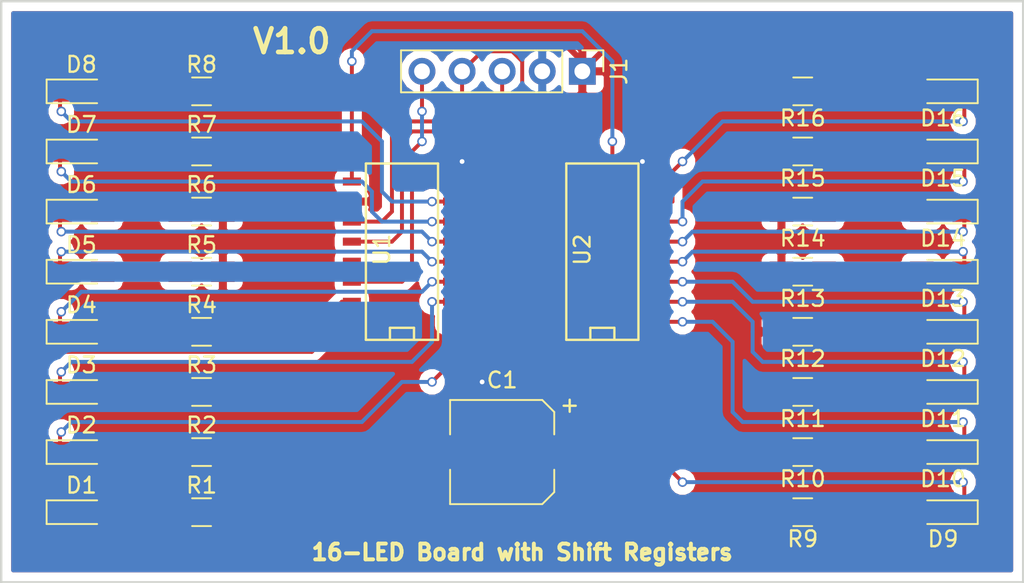
<source format=kicad_pcb>
(kicad_pcb (version 4) (host pcbnew 4.0.7-e2-6376~58~ubuntu16.04.1)

  (general
    (links 62)
    (no_connects 0)
    (area 91.364999 97.714999 156.285001 134.695001)
    (thickness 1.6)
    (drawings 7)
    (tracks 267)
    (zones 0)
    (modules 36)
    (nets 42)
  )

  (page USLetter)
  (title_block
    (title "16 LED with Shift Register")
    (date 2018-06-17)
    (rev 1.0)
    (company "Tech Exploration")
  )

  (layers
    (0 F.Cu signal)
    (31 B.Cu signal)
    (32 B.Adhes user)
    (33 F.Adhes user)
    (34 B.Paste user)
    (35 F.Paste user)
    (36 B.SilkS user)
    (37 F.SilkS user)
    (38 B.Mask user)
    (39 F.Mask user)
    (40 Dwgs.User user)
    (41 Cmts.User user)
    (42 Eco1.User user)
    (43 Eco2.User user)
    (44 Edge.Cuts user)
    (45 Margin user)
    (46 B.CrtYd user)
    (47 F.CrtYd user)
    (48 B.Fab user)
    (49 F.Fab user)
  )

  (setup
    (last_trace_width 0.25)
    (trace_clearance 0.2)
    (zone_clearance 0.508)
    (zone_45_only no)
    (trace_min 0.2)
    (segment_width 0.2)
    (edge_width 0.15)
    (via_size 0.6)
    (via_drill 0.4)
    (via_min_size 0.4)
    (via_min_drill 0.3)
    (uvia_size 0.3)
    (uvia_drill 0.1)
    (uvias_allowed no)
    (uvia_min_size 0.2)
    (uvia_min_drill 0.1)
    (pcb_text_width 0.3)
    (pcb_text_size 1.5 1.5)
    (mod_edge_width 0.15)
    (mod_text_size 1 1)
    (mod_text_width 0.15)
    (pad_size 1.524 1.524)
    (pad_drill 0.762)
    (pad_to_mask_clearance 0.2)
    (aux_axis_origin 0 0)
    (grid_origin 132.08 106.045)
    (visible_elements FFFFFF7F)
    (pcbplotparams
      (layerselection 0x00030_80000001)
      (usegerberextensions false)
      (excludeedgelayer true)
      (linewidth 0.100000)
      (plotframeref false)
      (viasonmask false)
      (mode 1)
      (useauxorigin false)
      (hpglpennumber 1)
      (hpglpenspeed 20)
      (hpglpendiameter 15)
      (hpglpenoverlay 2)
      (psnegative false)
      (psa4output false)
      (plotreference true)
      (plotvalue true)
      (plotinvisibletext false)
      (padsonsilk false)
      (subtractmaskfromsilk false)
      (outputformat 1)
      (mirror false)
      (drillshape 1)
      (scaleselection 1)
      (outputdirectory ""))
  )

  (net 0 "")
  (net 1 VCC)
  (net 2 GND)
  (net 3 "Net-(D1-Pad1)")
  (net 4 "Net-(D1-Pad2)")
  (net 5 "Net-(D2-Pad1)")
  (net 6 "Net-(D2-Pad2)")
  (net 7 "Net-(D3-Pad1)")
  (net 8 "Net-(D3-Pad2)")
  (net 9 "Net-(D4-Pad1)")
  (net 10 "Net-(D4-Pad2)")
  (net 11 "Net-(D5-Pad1)")
  (net 12 "Net-(D5-Pad2)")
  (net 13 "Net-(D6-Pad1)")
  (net 14 "Net-(D6-Pad2)")
  (net 15 "Net-(D7-Pad1)")
  (net 16 "Net-(D7-Pad2)")
  (net 17 "Net-(D8-Pad1)")
  (net 18 "Net-(D8-Pad2)")
  (net 19 "Net-(D9-Pad1)")
  (net 20 "Net-(D9-Pad2)")
  (net 21 "Net-(D10-Pad1)")
  (net 22 "Net-(D10-Pad2)")
  (net 23 "Net-(D11-Pad1)")
  (net 24 "Net-(D11-Pad2)")
  (net 25 "Net-(D12-Pad1)")
  (net 26 "Net-(D12-Pad2)")
  (net 27 "Net-(D13-Pad1)")
  (net 28 "Net-(D13-Pad2)")
  (net 29 "Net-(D14-Pad1)")
  (net 30 "Net-(D14-Pad2)")
  (net 31 "Net-(D15-Pad1)")
  (net 32 "Net-(D15-Pad2)")
  (net 33 "Net-(D16-Pad1)")
  (net 34 "Net-(D16-Pad2)")
  (net 35 /LATCH)
  (net 36 /CLOCK)
  (net 37 /DATA)
  (net 38 "Net-(U1-Pad13)")
  (net 39 /DATA_S)
  (net 40 "Net-(U2-Pad13)")
  (net 41 "Net-(U2-Pad9)")

  (net_class Default "This is the default net class."
    (clearance 0.2)
    (trace_width 0.25)
    (via_dia 0.6)
    (via_drill 0.4)
    (uvia_dia 0.3)
    (uvia_drill 0.1)
    (add_net /CLOCK)
    (add_net /DATA)
    (add_net /DATA_S)
    (add_net /LATCH)
    (add_net "Net-(D1-Pad1)")
    (add_net "Net-(D1-Pad2)")
    (add_net "Net-(D10-Pad1)")
    (add_net "Net-(D10-Pad2)")
    (add_net "Net-(D11-Pad1)")
    (add_net "Net-(D11-Pad2)")
    (add_net "Net-(D12-Pad1)")
    (add_net "Net-(D12-Pad2)")
    (add_net "Net-(D13-Pad1)")
    (add_net "Net-(D13-Pad2)")
    (add_net "Net-(D14-Pad1)")
    (add_net "Net-(D14-Pad2)")
    (add_net "Net-(D15-Pad1)")
    (add_net "Net-(D15-Pad2)")
    (add_net "Net-(D16-Pad1)")
    (add_net "Net-(D16-Pad2)")
    (add_net "Net-(D2-Pad1)")
    (add_net "Net-(D2-Pad2)")
    (add_net "Net-(D3-Pad1)")
    (add_net "Net-(D3-Pad2)")
    (add_net "Net-(D4-Pad1)")
    (add_net "Net-(D4-Pad2)")
    (add_net "Net-(D5-Pad1)")
    (add_net "Net-(D5-Pad2)")
    (add_net "Net-(D6-Pad1)")
    (add_net "Net-(D6-Pad2)")
    (add_net "Net-(D7-Pad1)")
    (add_net "Net-(D7-Pad2)")
    (add_net "Net-(D8-Pad1)")
    (add_net "Net-(D8-Pad2)")
    (add_net "Net-(D9-Pad1)")
    (add_net "Net-(D9-Pad2)")
    (add_net "Net-(U1-Pad13)")
    (add_net "Net-(U2-Pad13)")
    (add_net "Net-(U2-Pad9)")
  )

  (net_class Power ""
    (clearance 0.25)
    (trace_width 0.38)
    (via_dia 0.4)
    (via_drill 0.3)
    (uvia_dia 0.3)
    (uvia_drill 0.1)
    (add_net GND)
    (add_net VCC)
  )

  (module Capacitors_SMD:CP_Elec_6.3x5.3 (layer F.Cu) (tedit 5B26D44F) (tstamp 5B260852)
    (at 123.19 126.365 180)
    (descr "SMT capacitor, aluminium electrolytic, 6.3x5.3")
    (path /5B259A73)
    (attr smd)
    (fp_text reference C1 (at 0 4.56 180) (layer F.SilkS)
      (effects (font (size 1 1) (thickness 0.15)))
    )
    (fp_text value 200uF (at 0 6.35 180) (layer F.Fab)
      (effects (font (size 1 1) (thickness 0.15)))
    )
    (fp_circle (center 0 0) (end 0.6 3) (layer F.Fab) (width 0.1))
    (fp_text user + (at -1.75 -0.08 180) (layer F.Fab)
      (effects (font (size 1 1) (thickness 0.15)))
    )
    (fp_text user + (at -4.28 3.01 180) (layer F.SilkS)
      (effects (font (size 1 1) (thickness 0.15)))
    )
    (fp_text user %R (at 0 4.56 180) (layer F.Fab)
      (effects (font (size 1 1) (thickness 0.15)))
    )
    (fp_line (start 3.15 3.15) (end 3.15 -3.15) (layer F.Fab) (width 0.1))
    (fp_line (start -2.48 3.15) (end 3.15 3.15) (layer F.Fab) (width 0.1))
    (fp_line (start -3.15 2.48) (end -2.48 3.15) (layer F.Fab) (width 0.1))
    (fp_line (start -3.15 -2.48) (end -3.15 2.48) (layer F.Fab) (width 0.1))
    (fp_line (start -2.48 -3.15) (end -3.15 -2.48) (layer F.Fab) (width 0.1))
    (fp_line (start 3.15 -3.15) (end -2.48 -3.15) (layer F.Fab) (width 0.1))
    (fp_line (start 3.3 3.3) (end 3.3 1.12) (layer F.SilkS) (width 0.12))
    (fp_line (start 3.3 -3.3) (end 3.3 -1.12) (layer F.SilkS) (width 0.12))
    (fp_line (start -3.3 2.54) (end -3.3 1.12) (layer F.SilkS) (width 0.12))
    (fp_line (start -3.3 -2.54) (end -3.3 -1.12) (layer F.SilkS) (width 0.12))
    (fp_line (start 3.3 3.3) (end -2.54 3.3) (layer F.SilkS) (width 0.12))
    (fp_line (start -2.54 3.3) (end -3.3 2.54) (layer F.SilkS) (width 0.12))
    (fp_line (start -3.3 -2.54) (end -2.54 -3.3) (layer F.SilkS) (width 0.12))
    (fp_line (start -2.54 -3.3) (end 3.3 -3.3) (layer F.SilkS) (width 0.12))
    (fp_line (start -4.7 -3.4) (end 4.7 -3.4) (layer F.CrtYd) (width 0.05))
    (fp_line (start -4.7 -3.4) (end -4.7 3.4) (layer F.CrtYd) (width 0.05))
    (fp_line (start 4.7 3.4) (end 4.7 -3.4) (layer F.CrtYd) (width 0.05))
    (fp_line (start 4.7 3.4) (end -4.7 3.4) (layer F.CrtYd) (width 0.05))
    (pad 1 smd rect (at -2.7 0) (size 3.5 1.6) (layers F.Cu F.Paste F.Mask)
      (net 1 VCC))
    (pad 2 smd rect (at 2.7 0) (size 3.5 1.6) (layers F.Cu F.Paste F.Mask)
      (net 2 GND))
    (model Capacitors_SMD.3dshapes/CP_Elec_6.3x5.3.wrl
      (at (xyz 0 0 0))
      (scale (xyz 1 1 1))
      (rotate (xyz 0 0 180))
    )
  )

  (module LEDs:LED_0805_HandSoldering (layer F.Cu) (tedit 595FCA25) (tstamp 5B260858)
    (at 96.52 130.175)
    (descr "Resistor SMD 0805, hand soldering")
    (tags "resistor 0805")
    (path /5B2646C6)
    (attr smd)
    (fp_text reference D1 (at 0 -1.7) (layer F.SilkS)
      (effects (font (size 1 1) (thickness 0.15)))
    )
    (fp_text value LED (at 0 1.75) (layer F.Fab)
      (effects (font (size 1 1) (thickness 0.15)))
    )
    (fp_line (start -0.4 -0.4) (end -0.4 0.4) (layer F.Fab) (width 0.1))
    (fp_line (start -0.4 0) (end 0.2 -0.4) (layer F.Fab) (width 0.1))
    (fp_line (start 0.2 0.4) (end -0.4 0) (layer F.Fab) (width 0.1))
    (fp_line (start 0.2 -0.4) (end 0.2 0.4) (layer F.Fab) (width 0.1))
    (fp_line (start -1 0.62) (end -1 -0.62) (layer F.Fab) (width 0.1))
    (fp_line (start 1 0.62) (end -1 0.62) (layer F.Fab) (width 0.1))
    (fp_line (start 1 -0.62) (end 1 0.62) (layer F.Fab) (width 0.1))
    (fp_line (start -1 -0.62) (end 1 -0.62) (layer F.Fab) (width 0.1))
    (fp_line (start 1 0.75) (end -2.2 0.75) (layer F.SilkS) (width 0.12))
    (fp_line (start -2.2 -0.75) (end 1 -0.75) (layer F.SilkS) (width 0.12))
    (fp_line (start -2.35 -0.9) (end 2.35 -0.9) (layer F.CrtYd) (width 0.05))
    (fp_line (start -2.35 -0.9) (end -2.35 0.9) (layer F.CrtYd) (width 0.05))
    (fp_line (start 2.35 0.9) (end 2.35 -0.9) (layer F.CrtYd) (width 0.05))
    (fp_line (start 2.35 0.9) (end -2.35 0.9) (layer F.CrtYd) (width 0.05))
    (fp_line (start -2.2 -0.75) (end -2.2 0.75) (layer F.SilkS) (width 0.12))
    (pad 1 smd rect (at -1.35 0) (size 1.5 1.3) (layers F.Cu F.Paste F.Mask)
      (net 3 "Net-(D1-Pad1)"))
    (pad 2 smd rect (at 1.35 0) (size 1.5 1.3) (layers F.Cu F.Paste F.Mask)
      (net 4 "Net-(D1-Pad2)"))
    (model ${KISYS3DMOD}/LEDs.3dshapes/LED_0805.wrl
      (at (xyz 0 0 0))
      (scale (xyz 1 1 1))
      (rotate (xyz 0 0 0))
    )
  )

  (module LEDs:LED_0805_HandSoldering (layer F.Cu) (tedit 595FCA25) (tstamp 5B26085E)
    (at 96.52 126.365)
    (descr "Resistor SMD 0805, hand soldering")
    (tags "resistor 0805")
    (path /5B2646CC)
    (attr smd)
    (fp_text reference D2 (at 0 -1.7) (layer F.SilkS)
      (effects (font (size 1 1) (thickness 0.15)))
    )
    (fp_text value LED (at 0 1.75) (layer F.Fab)
      (effects (font (size 1 1) (thickness 0.15)))
    )
    (fp_line (start -0.4 -0.4) (end -0.4 0.4) (layer F.Fab) (width 0.1))
    (fp_line (start -0.4 0) (end 0.2 -0.4) (layer F.Fab) (width 0.1))
    (fp_line (start 0.2 0.4) (end -0.4 0) (layer F.Fab) (width 0.1))
    (fp_line (start 0.2 -0.4) (end 0.2 0.4) (layer F.Fab) (width 0.1))
    (fp_line (start -1 0.62) (end -1 -0.62) (layer F.Fab) (width 0.1))
    (fp_line (start 1 0.62) (end -1 0.62) (layer F.Fab) (width 0.1))
    (fp_line (start 1 -0.62) (end 1 0.62) (layer F.Fab) (width 0.1))
    (fp_line (start -1 -0.62) (end 1 -0.62) (layer F.Fab) (width 0.1))
    (fp_line (start 1 0.75) (end -2.2 0.75) (layer F.SilkS) (width 0.12))
    (fp_line (start -2.2 -0.75) (end 1 -0.75) (layer F.SilkS) (width 0.12))
    (fp_line (start -2.35 -0.9) (end 2.35 -0.9) (layer F.CrtYd) (width 0.05))
    (fp_line (start -2.35 -0.9) (end -2.35 0.9) (layer F.CrtYd) (width 0.05))
    (fp_line (start 2.35 0.9) (end 2.35 -0.9) (layer F.CrtYd) (width 0.05))
    (fp_line (start 2.35 0.9) (end -2.35 0.9) (layer F.CrtYd) (width 0.05))
    (fp_line (start -2.2 -0.75) (end -2.2 0.75) (layer F.SilkS) (width 0.12))
    (pad 1 smd rect (at -1.35 0) (size 1.5 1.3) (layers F.Cu F.Paste F.Mask)
      (net 5 "Net-(D2-Pad1)"))
    (pad 2 smd rect (at 1.35 0) (size 1.5 1.3) (layers F.Cu F.Paste F.Mask)
      (net 6 "Net-(D2-Pad2)"))
    (model ${KISYS3DMOD}/LEDs.3dshapes/LED_0805.wrl
      (at (xyz 0 0 0))
      (scale (xyz 1 1 1))
      (rotate (xyz 0 0 0))
    )
  )

  (module LEDs:LED_0805_HandSoldering (layer F.Cu) (tedit 595FCA25) (tstamp 5B260864)
    (at 96.52 122.555)
    (descr "Resistor SMD 0805, hand soldering")
    (tags "resistor 0805")
    (path /5B2646D2)
    (attr smd)
    (fp_text reference D3 (at 0 -1.7) (layer F.SilkS)
      (effects (font (size 1 1) (thickness 0.15)))
    )
    (fp_text value LED (at 0 1.75) (layer F.Fab)
      (effects (font (size 1 1) (thickness 0.15)))
    )
    (fp_line (start -0.4 -0.4) (end -0.4 0.4) (layer F.Fab) (width 0.1))
    (fp_line (start -0.4 0) (end 0.2 -0.4) (layer F.Fab) (width 0.1))
    (fp_line (start 0.2 0.4) (end -0.4 0) (layer F.Fab) (width 0.1))
    (fp_line (start 0.2 -0.4) (end 0.2 0.4) (layer F.Fab) (width 0.1))
    (fp_line (start -1 0.62) (end -1 -0.62) (layer F.Fab) (width 0.1))
    (fp_line (start 1 0.62) (end -1 0.62) (layer F.Fab) (width 0.1))
    (fp_line (start 1 -0.62) (end 1 0.62) (layer F.Fab) (width 0.1))
    (fp_line (start -1 -0.62) (end 1 -0.62) (layer F.Fab) (width 0.1))
    (fp_line (start 1 0.75) (end -2.2 0.75) (layer F.SilkS) (width 0.12))
    (fp_line (start -2.2 -0.75) (end 1 -0.75) (layer F.SilkS) (width 0.12))
    (fp_line (start -2.35 -0.9) (end 2.35 -0.9) (layer F.CrtYd) (width 0.05))
    (fp_line (start -2.35 -0.9) (end -2.35 0.9) (layer F.CrtYd) (width 0.05))
    (fp_line (start 2.35 0.9) (end 2.35 -0.9) (layer F.CrtYd) (width 0.05))
    (fp_line (start 2.35 0.9) (end -2.35 0.9) (layer F.CrtYd) (width 0.05))
    (fp_line (start -2.2 -0.75) (end -2.2 0.75) (layer F.SilkS) (width 0.12))
    (pad 1 smd rect (at -1.35 0) (size 1.5 1.3) (layers F.Cu F.Paste F.Mask)
      (net 7 "Net-(D3-Pad1)"))
    (pad 2 smd rect (at 1.35 0) (size 1.5 1.3) (layers F.Cu F.Paste F.Mask)
      (net 8 "Net-(D3-Pad2)"))
    (model ${KISYS3DMOD}/LEDs.3dshapes/LED_0805.wrl
      (at (xyz 0 0 0))
      (scale (xyz 1 1 1))
      (rotate (xyz 0 0 0))
    )
  )

  (module LEDs:LED_0805_HandSoldering (layer F.Cu) (tedit 595FCA25) (tstamp 5B26086A)
    (at 96.52 118.745)
    (descr "Resistor SMD 0805, hand soldering")
    (tags "resistor 0805")
    (path /5B2646D8)
    (attr smd)
    (fp_text reference D4 (at 0 -1.7) (layer F.SilkS)
      (effects (font (size 1 1) (thickness 0.15)))
    )
    (fp_text value LED (at 0 1.75) (layer F.Fab)
      (effects (font (size 1 1) (thickness 0.15)))
    )
    (fp_line (start -0.4 -0.4) (end -0.4 0.4) (layer F.Fab) (width 0.1))
    (fp_line (start -0.4 0) (end 0.2 -0.4) (layer F.Fab) (width 0.1))
    (fp_line (start 0.2 0.4) (end -0.4 0) (layer F.Fab) (width 0.1))
    (fp_line (start 0.2 -0.4) (end 0.2 0.4) (layer F.Fab) (width 0.1))
    (fp_line (start -1 0.62) (end -1 -0.62) (layer F.Fab) (width 0.1))
    (fp_line (start 1 0.62) (end -1 0.62) (layer F.Fab) (width 0.1))
    (fp_line (start 1 -0.62) (end 1 0.62) (layer F.Fab) (width 0.1))
    (fp_line (start -1 -0.62) (end 1 -0.62) (layer F.Fab) (width 0.1))
    (fp_line (start 1 0.75) (end -2.2 0.75) (layer F.SilkS) (width 0.12))
    (fp_line (start -2.2 -0.75) (end 1 -0.75) (layer F.SilkS) (width 0.12))
    (fp_line (start -2.35 -0.9) (end 2.35 -0.9) (layer F.CrtYd) (width 0.05))
    (fp_line (start -2.35 -0.9) (end -2.35 0.9) (layer F.CrtYd) (width 0.05))
    (fp_line (start 2.35 0.9) (end 2.35 -0.9) (layer F.CrtYd) (width 0.05))
    (fp_line (start 2.35 0.9) (end -2.35 0.9) (layer F.CrtYd) (width 0.05))
    (fp_line (start -2.2 -0.75) (end -2.2 0.75) (layer F.SilkS) (width 0.12))
    (pad 1 smd rect (at -1.35 0) (size 1.5 1.3) (layers F.Cu F.Paste F.Mask)
      (net 9 "Net-(D4-Pad1)"))
    (pad 2 smd rect (at 1.35 0) (size 1.5 1.3) (layers F.Cu F.Paste F.Mask)
      (net 10 "Net-(D4-Pad2)"))
    (model ${KISYS3DMOD}/LEDs.3dshapes/LED_0805.wrl
      (at (xyz 0 0 0))
      (scale (xyz 1 1 1))
      (rotate (xyz 0 0 0))
    )
  )

  (module LEDs:LED_0805_HandSoldering (layer F.Cu) (tedit 595FCA25) (tstamp 5B260870)
    (at 96.52 114.935)
    (descr "Resistor SMD 0805, hand soldering")
    (tags "resistor 0805")
    (path /5B2646DE)
    (attr smd)
    (fp_text reference D5 (at 0 -1.7) (layer F.SilkS)
      (effects (font (size 1 1) (thickness 0.15)))
    )
    (fp_text value LED (at 0 1.75) (layer F.Fab)
      (effects (font (size 1 1) (thickness 0.15)))
    )
    (fp_line (start -0.4 -0.4) (end -0.4 0.4) (layer F.Fab) (width 0.1))
    (fp_line (start -0.4 0) (end 0.2 -0.4) (layer F.Fab) (width 0.1))
    (fp_line (start 0.2 0.4) (end -0.4 0) (layer F.Fab) (width 0.1))
    (fp_line (start 0.2 -0.4) (end 0.2 0.4) (layer F.Fab) (width 0.1))
    (fp_line (start -1 0.62) (end -1 -0.62) (layer F.Fab) (width 0.1))
    (fp_line (start 1 0.62) (end -1 0.62) (layer F.Fab) (width 0.1))
    (fp_line (start 1 -0.62) (end 1 0.62) (layer F.Fab) (width 0.1))
    (fp_line (start -1 -0.62) (end 1 -0.62) (layer F.Fab) (width 0.1))
    (fp_line (start 1 0.75) (end -2.2 0.75) (layer F.SilkS) (width 0.12))
    (fp_line (start -2.2 -0.75) (end 1 -0.75) (layer F.SilkS) (width 0.12))
    (fp_line (start -2.35 -0.9) (end 2.35 -0.9) (layer F.CrtYd) (width 0.05))
    (fp_line (start -2.35 -0.9) (end -2.35 0.9) (layer F.CrtYd) (width 0.05))
    (fp_line (start 2.35 0.9) (end 2.35 -0.9) (layer F.CrtYd) (width 0.05))
    (fp_line (start 2.35 0.9) (end -2.35 0.9) (layer F.CrtYd) (width 0.05))
    (fp_line (start -2.2 -0.75) (end -2.2 0.75) (layer F.SilkS) (width 0.12))
    (pad 1 smd rect (at -1.35 0) (size 1.5 1.3) (layers F.Cu F.Paste F.Mask)
      (net 11 "Net-(D5-Pad1)"))
    (pad 2 smd rect (at 1.35 0) (size 1.5 1.3) (layers F.Cu F.Paste F.Mask)
      (net 12 "Net-(D5-Pad2)"))
    (model ${KISYS3DMOD}/LEDs.3dshapes/LED_0805.wrl
      (at (xyz 0 0 0))
      (scale (xyz 1 1 1))
      (rotate (xyz 0 0 0))
    )
  )

  (module LEDs:LED_0805_HandSoldering (layer F.Cu) (tedit 595FCA25) (tstamp 5B260876)
    (at 96.52 111.125)
    (descr "Resistor SMD 0805, hand soldering")
    (tags "resistor 0805")
    (path /5B2646E4)
    (attr smd)
    (fp_text reference D6 (at 0 -1.7) (layer F.SilkS)
      (effects (font (size 1 1) (thickness 0.15)))
    )
    (fp_text value LED (at 0 1.75) (layer F.Fab)
      (effects (font (size 1 1) (thickness 0.15)))
    )
    (fp_line (start -0.4 -0.4) (end -0.4 0.4) (layer F.Fab) (width 0.1))
    (fp_line (start -0.4 0) (end 0.2 -0.4) (layer F.Fab) (width 0.1))
    (fp_line (start 0.2 0.4) (end -0.4 0) (layer F.Fab) (width 0.1))
    (fp_line (start 0.2 -0.4) (end 0.2 0.4) (layer F.Fab) (width 0.1))
    (fp_line (start -1 0.62) (end -1 -0.62) (layer F.Fab) (width 0.1))
    (fp_line (start 1 0.62) (end -1 0.62) (layer F.Fab) (width 0.1))
    (fp_line (start 1 -0.62) (end 1 0.62) (layer F.Fab) (width 0.1))
    (fp_line (start -1 -0.62) (end 1 -0.62) (layer F.Fab) (width 0.1))
    (fp_line (start 1 0.75) (end -2.2 0.75) (layer F.SilkS) (width 0.12))
    (fp_line (start -2.2 -0.75) (end 1 -0.75) (layer F.SilkS) (width 0.12))
    (fp_line (start -2.35 -0.9) (end 2.35 -0.9) (layer F.CrtYd) (width 0.05))
    (fp_line (start -2.35 -0.9) (end -2.35 0.9) (layer F.CrtYd) (width 0.05))
    (fp_line (start 2.35 0.9) (end 2.35 -0.9) (layer F.CrtYd) (width 0.05))
    (fp_line (start 2.35 0.9) (end -2.35 0.9) (layer F.CrtYd) (width 0.05))
    (fp_line (start -2.2 -0.75) (end -2.2 0.75) (layer F.SilkS) (width 0.12))
    (pad 1 smd rect (at -1.35 0) (size 1.5 1.3) (layers F.Cu F.Paste F.Mask)
      (net 13 "Net-(D6-Pad1)"))
    (pad 2 smd rect (at 1.35 0) (size 1.5 1.3) (layers F.Cu F.Paste F.Mask)
      (net 14 "Net-(D6-Pad2)"))
    (model ${KISYS3DMOD}/LEDs.3dshapes/LED_0805.wrl
      (at (xyz 0 0 0))
      (scale (xyz 1 1 1))
      (rotate (xyz 0 0 0))
    )
  )

  (module LEDs:LED_0805_HandSoldering (layer F.Cu) (tedit 595FCA25) (tstamp 5B26087C)
    (at 96.52 107.315)
    (descr "Resistor SMD 0805, hand soldering")
    (tags "resistor 0805")
    (path /5B2646EA)
    (attr smd)
    (fp_text reference D7 (at 0 -1.7) (layer F.SilkS)
      (effects (font (size 1 1) (thickness 0.15)))
    )
    (fp_text value LED (at 0 1.75) (layer F.Fab)
      (effects (font (size 1 1) (thickness 0.15)))
    )
    (fp_line (start -0.4 -0.4) (end -0.4 0.4) (layer F.Fab) (width 0.1))
    (fp_line (start -0.4 0) (end 0.2 -0.4) (layer F.Fab) (width 0.1))
    (fp_line (start 0.2 0.4) (end -0.4 0) (layer F.Fab) (width 0.1))
    (fp_line (start 0.2 -0.4) (end 0.2 0.4) (layer F.Fab) (width 0.1))
    (fp_line (start -1 0.62) (end -1 -0.62) (layer F.Fab) (width 0.1))
    (fp_line (start 1 0.62) (end -1 0.62) (layer F.Fab) (width 0.1))
    (fp_line (start 1 -0.62) (end 1 0.62) (layer F.Fab) (width 0.1))
    (fp_line (start -1 -0.62) (end 1 -0.62) (layer F.Fab) (width 0.1))
    (fp_line (start 1 0.75) (end -2.2 0.75) (layer F.SilkS) (width 0.12))
    (fp_line (start -2.2 -0.75) (end 1 -0.75) (layer F.SilkS) (width 0.12))
    (fp_line (start -2.35 -0.9) (end 2.35 -0.9) (layer F.CrtYd) (width 0.05))
    (fp_line (start -2.35 -0.9) (end -2.35 0.9) (layer F.CrtYd) (width 0.05))
    (fp_line (start 2.35 0.9) (end 2.35 -0.9) (layer F.CrtYd) (width 0.05))
    (fp_line (start 2.35 0.9) (end -2.35 0.9) (layer F.CrtYd) (width 0.05))
    (fp_line (start -2.2 -0.75) (end -2.2 0.75) (layer F.SilkS) (width 0.12))
    (pad 1 smd rect (at -1.35 0) (size 1.5 1.3) (layers F.Cu F.Paste F.Mask)
      (net 15 "Net-(D7-Pad1)"))
    (pad 2 smd rect (at 1.35 0) (size 1.5 1.3) (layers F.Cu F.Paste F.Mask)
      (net 16 "Net-(D7-Pad2)"))
    (model ${KISYS3DMOD}/LEDs.3dshapes/LED_0805.wrl
      (at (xyz 0 0 0))
      (scale (xyz 1 1 1))
      (rotate (xyz 0 0 0))
    )
  )

  (module LEDs:LED_0805_HandSoldering (layer F.Cu) (tedit 595FCA25) (tstamp 5B260882)
    (at 96.52 103.505)
    (descr "Resistor SMD 0805, hand soldering")
    (tags "resistor 0805")
    (path /5B2646F0)
    (attr smd)
    (fp_text reference D8 (at 0 -1.7) (layer F.SilkS)
      (effects (font (size 1 1) (thickness 0.15)))
    )
    (fp_text value LED (at 0 1.75) (layer F.Fab)
      (effects (font (size 1 1) (thickness 0.15)))
    )
    (fp_line (start -0.4 -0.4) (end -0.4 0.4) (layer F.Fab) (width 0.1))
    (fp_line (start -0.4 0) (end 0.2 -0.4) (layer F.Fab) (width 0.1))
    (fp_line (start 0.2 0.4) (end -0.4 0) (layer F.Fab) (width 0.1))
    (fp_line (start 0.2 -0.4) (end 0.2 0.4) (layer F.Fab) (width 0.1))
    (fp_line (start -1 0.62) (end -1 -0.62) (layer F.Fab) (width 0.1))
    (fp_line (start 1 0.62) (end -1 0.62) (layer F.Fab) (width 0.1))
    (fp_line (start 1 -0.62) (end 1 0.62) (layer F.Fab) (width 0.1))
    (fp_line (start -1 -0.62) (end 1 -0.62) (layer F.Fab) (width 0.1))
    (fp_line (start 1 0.75) (end -2.2 0.75) (layer F.SilkS) (width 0.12))
    (fp_line (start -2.2 -0.75) (end 1 -0.75) (layer F.SilkS) (width 0.12))
    (fp_line (start -2.35 -0.9) (end 2.35 -0.9) (layer F.CrtYd) (width 0.05))
    (fp_line (start -2.35 -0.9) (end -2.35 0.9) (layer F.CrtYd) (width 0.05))
    (fp_line (start 2.35 0.9) (end 2.35 -0.9) (layer F.CrtYd) (width 0.05))
    (fp_line (start 2.35 0.9) (end -2.35 0.9) (layer F.CrtYd) (width 0.05))
    (fp_line (start -2.2 -0.75) (end -2.2 0.75) (layer F.SilkS) (width 0.12))
    (pad 1 smd rect (at -1.35 0) (size 1.5 1.3) (layers F.Cu F.Paste F.Mask)
      (net 17 "Net-(D8-Pad1)"))
    (pad 2 smd rect (at 1.35 0) (size 1.5 1.3) (layers F.Cu F.Paste F.Mask)
      (net 18 "Net-(D8-Pad2)"))
    (model ${KISYS3DMOD}/LEDs.3dshapes/LED_0805.wrl
      (at (xyz 0 0 0))
      (scale (xyz 1 1 1))
      (rotate (xyz 0 0 0))
    )
  )

  (module LEDs:LED_0805_HandSoldering (layer F.Cu) (tedit 595FCA25) (tstamp 5B260888)
    (at 151.13 130.175 180)
    (descr "Resistor SMD 0805, hand soldering")
    (tags "resistor 0805")
    (path /5B262A2C)
    (attr smd)
    (fp_text reference D9 (at 0 -1.7 180) (layer F.SilkS)
      (effects (font (size 1 1) (thickness 0.15)))
    )
    (fp_text value LED (at 0 1.75 180) (layer F.Fab)
      (effects (font (size 1 1) (thickness 0.15)))
    )
    (fp_line (start -0.4 -0.4) (end -0.4 0.4) (layer F.Fab) (width 0.1))
    (fp_line (start -0.4 0) (end 0.2 -0.4) (layer F.Fab) (width 0.1))
    (fp_line (start 0.2 0.4) (end -0.4 0) (layer F.Fab) (width 0.1))
    (fp_line (start 0.2 -0.4) (end 0.2 0.4) (layer F.Fab) (width 0.1))
    (fp_line (start -1 0.62) (end -1 -0.62) (layer F.Fab) (width 0.1))
    (fp_line (start 1 0.62) (end -1 0.62) (layer F.Fab) (width 0.1))
    (fp_line (start 1 -0.62) (end 1 0.62) (layer F.Fab) (width 0.1))
    (fp_line (start -1 -0.62) (end 1 -0.62) (layer F.Fab) (width 0.1))
    (fp_line (start 1 0.75) (end -2.2 0.75) (layer F.SilkS) (width 0.12))
    (fp_line (start -2.2 -0.75) (end 1 -0.75) (layer F.SilkS) (width 0.12))
    (fp_line (start -2.35 -0.9) (end 2.35 -0.9) (layer F.CrtYd) (width 0.05))
    (fp_line (start -2.35 -0.9) (end -2.35 0.9) (layer F.CrtYd) (width 0.05))
    (fp_line (start 2.35 0.9) (end 2.35 -0.9) (layer F.CrtYd) (width 0.05))
    (fp_line (start 2.35 0.9) (end -2.35 0.9) (layer F.CrtYd) (width 0.05))
    (fp_line (start -2.2 -0.75) (end -2.2 0.75) (layer F.SilkS) (width 0.12))
    (pad 1 smd rect (at -1.35 0 180) (size 1.5 1.3) (layers F.Cu F.Paste F.Mask)
      (net 19 "Net-(D9-Pad1)"))
    (pad 2 smd rect (at 1.35 0 180) (size 1.5 1.3) (layers F.Cu F.Paste F.Mask)
      (net 20 "Net-(D9-Pad2)"))
    (model ${KISYS3DMOD}/LEDs.3dshapes/LED_0805.wrl
      (at (xyz 0 0 0))
      (scale (xyz 1 1 1))
      (rotate (xyz 0 0 0))
    )
  )

  (module LEDs:LED_0805_HandSoldering (layer F.Cu) (tedit 595FCA25) (tstamp 5B26088E)
    (at 151.13 126.365 180)
    (descr "Resistor SMD 0805, hand soldering")
    (tags "resistor 0805")
    (path /5B262A32)
    (attr smd)
    (fp_text reference D10 (at 0 -1.7 180) (layer F.SilkS)
      (effects (font (size 1 1) (thickness 0.15)))
    )
    (fp_text value LED (at 0 1.75 180) (layer F.Fab)
      (effects (font (size 1 1) (thickness 0.15)))
    )
    (fp_line (start -0.4 -0.4) (end -0.4 0.4) (layer F.Fab) (width 0.1))
    (fp_line (start -0.4 0) (end 0.2 -0.4) (layer F.Fab) (width 0.1))
    (fp_line (start 0.2 0.4) (end -0.4 0) (layer F.Fab) (width 0.1))
    (fp_line (start 0.2 -0.4) (end 0.2 0.4) (layer F.Fab) (width 0.1))
    (fp_line (start -1 0.62) (end -1 -0.62) (layer F.Fab) (width 0.1))
    (fp_line (start 1 0.62) (end -1 0.62) (layer F.Fab) (width 0.1))
    (fp_line (start 1 -0.62) (end 1 0.62) (layer F.Fab) (width 0.1))
    (fp_line (start -1 -0.62) (end 1 -0.62) (layer F.Fab) (width 0.1))
    (fp_line (start 1 0.75) (end -2.2 0.75) (layer F.SilkS) (width 0.12))
    (fp_line (start -2.2 -0.75) (end 1 -0.75) (layer F.SilkS) (width 0.12))
    (fp_line (start -2.35 -0.9) (end 2.35 -0.9) (layer F.CrtYd) (width 0.05))
    (fp_line (start -2.35 -0.9) (end -2.35 0.9) (layer F.CrtYd) (width 0.05))
    (fp_line (start 2.35 0.9) (end 2.35 -0.9) (layer F.CrtYd) (width 0.05))
    (fp_line (start 2.35 0.9) (end -2.35 0.9) (layer F.CrtYd) (width 0.05))
    (fp_line (start -2.2 -0.75) (end -2.2 0.75) (layer F.SilkS) (width 0.12))
    (pad 1 smd rect (at -1.35 0 180) (size 1.5 1.3) (layers F.Cu F.Paste F.Mask)
      (net 21 "Net-(D10-Pad1)"))
    (pad 2 smd rect (at 1.35 0 180) (size 1.5 1.3) (layers F.Cu F.Paste F.Mask)
      (net 22 "Net-(D10-Pad2)"))
    (model ${KISYS3DMOD}/LEDs.3dshapes/LED_0805.wrl
      (at (xyz 0 0 0))
      (scale (xyz 1 1 1))
      (rotate (xyz 0 0 0))
    )
  )

  (module LEDs:LED_0805_HandSoldering (layer F.Cu) (tedit 595FCA25) (tstamp 5B260894)
    (at 151.13 122.555 180)
    (descr "Resistor SMD 0805, hand soldering")
    (tags "resistor 0805")
    (path /5B262A38)
    (attr smd)
    (fp_text reference D11 (at 0 -1.7 180) (layer F.SilkS)
      (effects (font (size 1 1) (thickness 0.15)))
    )
    (fp_text value LED (at 0 1.75 180) (layer F.Fab)
      (effects (font (size 1 1) (thickness 0.15)))
    )
    (fp_line (start -0.4 -0.4) (end -0.4 0.4) (layer F.Fab) (width 0.1))
    (fp_line (start -0.4 0) (end 0.2 -0.4) (layer F.Fab) (width 0.1))
    (fp_line (start 0.2 0.4) (end -0.4 0) (layer F.Fab) (width 0.1))
    (fp_line (start 0.2 -0.4) (end 0.2 0.4) (layer F.Fab) (width 0.1))
    (fp_line (start -1 0.62) (end -1 -0.62) (layer F.Fab) (width 0.1))
    (fp_line (start 1 0.62) (end -1 0.62) (layer F.Fab) (width 0.1))
    (fp_line (start 1 -0.62) (end 1 0.62) (layer F.Fab) (width 0.1))
    (fp_line (start -1 -0.62) (end 1 -0.62) (layer F.Fab) (width 0.1))
    (fp_line (start 1 0.75) (end -2.2 0.75) (layer F.SilkS) (width 0.12))
    (fp_line (start -2.2 -0.75) (end 1 -0.75) (layer F.SilkS) (width 0.12))
    (fp_line (start -2.35 -0.9) (end 2.35 -0.9) (layer F.CrtYd) (width 0.05))
    (fp_line (start -2.35 -0.9) (end -2.35 0.9) (layer F.CrtYd) (width 0.05))
    (fp_line (start 2.35 0.9) (end 2.35 -0.9) (layer F.CrtYd) (width 0.05))
    (fp_line (start 2.35 0.9) (end -2.35 0.9) (layer F.CrtYd) (width 0.05))
    (fp_line (start -2.2 -0.75) (end -2.2 0.75) (layer F.SilkS) (width 0.12))
    (pad 1 smd rect (at -1.35 0 180) (size 1.5 1.3) (layers F.Cu F.Paste F.Mask)
      (net 23 "Net-(D11-Pad1)"))
    (pad 2 smd rect (at 1.35 0 180) (size 1.5 1.3) (layers F.Cu F.Paste F.Mask)
      (net 24 "Net-(D11-Pad2)"))
    (model ${KISYS3DMOD}/LEDs.3dshapes/LED_0805.wrl
      (at (xyz 0 0 0))
      (scale (xyz 1 1 1))
      (rotate (xyz 0 0 0))
    )
  )

  (module LEDs:LED_0805_HandSoldering (layer F.Cu) (tedit 595FCA25) (tstamp 5B26089A)
    (at 151.13 118.745 180)
    (descr "Resistor SMD 0805, hand soldering")
    (tags "resistor 0805")
    (path /5B262A3E)
    (attr smd)
    (fp_text reference D12 (at 0 -1.7 180) (layer F.SilkS)
      (effects (font (size 1 1) (thickness 0.15)))
    )
    (fp_text value LED (at 0 1.75 180) (layer F.Fab)
      (effects (font (size 1 1) (thickness 0.15)))
    )
    (fp_line (start -0.4 -0.4) (end -0.4 0.4) (layer F.Fab) (width 0.1))
    (fp_line (start -0.4 0) (end 0.2 -0.4) (layer F.Fab) (width 0.1))
    (fp_line (start 0.2 0.4) (end -0.4 0) (layer F.Fab) (width 0.1))
    (fp_line (start 0.2 -0.4) (end 0.2 0.4) (layer F.Fab) (width 0.1))
    (fp_line (start -1 0.62) (end -1 -0.62) (layer F.Fab) (width 0.1))
    (fp_line (start 1 0.62) (end -1 0.62) (layer F.Fab) (width 0.1))
    (fp_line (start 1 -0.62) (end 1 0.62) (layer F.Fab) (width 0.1))
    (fp_line (start -1 -0.62) (end 1 -0.62) (layer F.Fab) (width 0.1))
    (fp_line (start 1 0.75) (end -2.2 0.75) (layer F.SilkS) (width 0.12))
    (fp_line (start -2.2 -0.75) (end 1 -0.75) (layer F.SilkS) (width 0.12))
    (fp_line (start -2.35 -0.9) (end 2.35 -0.9) (layer F.CrtYd) (width 0.05))
    (fp_line (start -2.35 -0.9) (end -2.35 0.9) (layer F.CrtYd) (width 0.05))
    (fp_line (start 2.35 0.9) (end 2.35 -0.9) (layer F.CrtYd) (width 0.05))
    (fp_line (start 2.35 0.9) (end -2.35 0.9) (layer F.CrtYd) (width 0.05))
    (fp_line (start -2.2 -0.75) (end -2.2 0.75) (layer F.SilkS) (width 0.12))
    (pad 1 smd rect (at -1.35 0 180) (size 1.5 1.3) (layers F.Cu F.Paste F.Mask)
      (net 25 "Net-(D12-Pad1)"))
    (pad 2 smd rect (at 1.35 0 180) (size 1.5 1.3) (layers F.Cu F.Paste F.Mask)
      (net 26 "Net-(D12-Pad2)"))
    (model ${KISYS3DMOD}/LEDs.3dshapes/LED_0805.wrl
      (at (xyz 0 0 0))
      (scale (xyz 1 1 1))
      (rotate (xyz 0 0 0))
    )
  )

  (module LEDs:LED_0805_HandSoldering (layer F.Cu) (tedit 595FCA25) (tstamp 5B2608A0)
    (at 151.13 114.935 180)
    (descr "Resistor SMD 0805, hand soldering")
    (tags "resistor 0805")
    (path /5B262A44)
    (attr smd)
    (fp_text reference D13 (at 0 -1.7 180) (layer F.SilkS)
      (effects (font (size 1 1) (thickness 0.15)))
    )
    (fp_text value LED (at 0 1.75 180) (layer F.Fab)
      (effects (font (size 1 1) (thickness 0.15)))
    )
    (fp_line (start -0.4 -0.4) (end -0.4 0.4) (layer F.Fab) (width 0.1))
    (fp_line (start -0.4 0) (end 0.2 -0.4) (layer F.Fab) (width 0.1))
    (fp_line (start 0.2 0.4) (end -0.4 0) (layer F.Fab) (width 0.1))
    (fp_line (start 0.2 -0.4) (end 0.2 0.4) (layer F.Fab) (width 0.1))
    (fp_line (start -1 0.62) (end -1 -0.62) (layer F.Fab) (width 0.1))
    (fp_line (start 1 0.62) (end -1 0.62) (layer F.Fab) (width 0.1))
    (fp_line (start 1 -0.62) (end 1 0.62) (layer F.Fab) (width 0.1))
    (fp_line (start -1 -0.62) (end 1 -0.62) (layer F.Fab) (width 0.1))
    (fp_line (start 1 0.75) (end -2.2 0.75) (layer F.SilkS) (width 0.12))
    (fp_line (start -2.2 -0.75) (end 1 -0.75) (layer F.SilkS) (width 0.12))
    (fp_line (start -2.35 -0.9) (end 2.35 -0.9) (layer F.CrtYd) (width 0.05))
    (fp_line (start -2.35 -0.9) (end -2.35 0.9) (layer F.CrtYd) (width 0.05))
    (fp_line (start 2.35 0.9) (end 2.35 -0.9) (layer F.CrtYd) (width 0.05))
    (fp_line (start 2.35 0.9) (end -2.35 0.9) (layer F.CrtYd) (width 0.05))
    (fp_line (start -2.2 -0.75) (end -2.2 0.75) (layer F.SilkS) (width 0.12))
    (pad 1 smd rect (at -1.35 0 180) (size 1.5 1.3) (layers F.Cu F.Paste F.Mask)
      (net 27 "Net-(D13-Pad1)"))
    (pad 2 smd rect (at 1.35 0 180) (size 1.5 1.3) (layers F.Cu F.Paste F.Mask)
      (net 28 "Net-(D13-Pad2)"))
    (model ${KISYS3DMOD}/LEDs.3dshapes/LED_0805.wrl
      (at (xyz 0 0 0))
      (scale (xyz 1 1 1))
      (rotate (xyz 0 0 0))
    )
  )

  (module LEDs:LED_0805_HandSoldering (layer F.Cu) (tedit 595FCA25) (tstamp 5B2608A6)
    (at 151.13 111.125 180)
    (descr "Resistor SMD 0805, hand soldering")
    (tags "resistor 0805")
    (path /5B262A4A)
    (attr smd)
    (fp_text reference D14 (at 0 -1.7 180) (layer F.SilkS)
      (effects (font (size 1 1) (thickness 0.15)))
    )
    (fp_text value LED (at 0 1.75 180) (layer F.Fab)
      (effects (font (size 1 1) (thickness 0.15)))
    )
    (fp_line (start -0.4 -0.4) (end -0.4 0.4) (layer F.Fab) (width 0.1))
    (fp_line (start -0.4 0) (end 0.2 -0.4) (layer F.Fab) (width 0.1))
    (fp_line (start 0.2 0.4) (end -0.4 0) (layer F.Fab) (width 0.1))
    (fp_line (start 0.2 -0.4) (end 0.2 0.4) (layer F.Fab) (width 0.1))
    (fp_line (start -1 0.62) (end -1 -0.62) (layer F.Fab) (width 0.1))
    (fp_line (start 1 0.62) (end -1 0.62) (layer F.Fab) (width 0.1))
    (fp_line (start 1 -0.62) (end 1 0.62) (layer F.Fab) (width 0.1))
    (fp_line (start -1 -0.62) (end 1 -0.62) (layer F.Fab) (width 0.1))
    (fp_line (start 1 0.75) (end -2.2 0.75) (layer F.SilkS) (width 0.12))
    (fp_line (start -2.2 -0.75) (end 1 -0.75) (layer F.SilkS) (width 0.12))
    (fp_line (start -2.35 -0.9) (end 2.35 -0.9) (layer F.CrtYd) (width 0.05))
    (fp_line (start -2.35 -0.9) (end -2.35 0.9) (layer F.CrtYd) (width 0.05))
    (fp_line (start 2.35 0.9) (end 2.35 -0.9) (layer F.CrtYd) (width 0.05))
    (fp_line (start 2.35 0.9) (end -2.35 0.9) (layer F.CrtYd) (width 0.05))
    (fp_line (start -2.2 -0.75) (end -2.2 0.75) (layer F.SilkS) (width 0.12))
    (pad 1 smd rect (at -1.35 0 180) (size 1.5 1.3) (layers F.Cu F.Paste F.Mask)
      (net 29 "Net-(D14-Pad1)"))
    (pad 2 smd rect (at 1.35 0 180) (size 1.5 1.3) (layers F.Cu F.Paste F.Mask)
      (net 30 "Net-(D14-Pad2)"))
    (model ${KISYS3DMOD}/LEDs.3dshapes/LED_0805.wrl
      (at (xyz 0 0 0))
      (scale (xyz 1 1 1))
      (rotate (xyz 0 0 0))
    )
  )

  (module LEDs:LED_0805_HandSoldering (layer F.Cu) (tedit 595FCA25) (tstamp 5B2608AC)
    (at 151.13 107.315 180)
    (descr "Resistor SMD 0805, hand soldering")
    (tags "resistor 0805")
    (path /5B262A50)
    (attr smd)
    (fp_text reference D15 (at 0 -1.7 180) (layer F.SilkS)
      (effects (font (size 1 1) (thickness 0.15)))
    )
    (fp_text value LED (at 0 1.75 180) (layer F.Fab)
      (effects (font (size 1 1) (thickness 0.15)))
    )
    (fp_line (start -0.4 -0.4) (end -0.4 0.4) (layer F.Fab) (width 0.1))
    (fp_line (start -0.4 0) (end 0.2 -0.4) (layer F.Fab) (width 0.1))
    (fp_line (start 0.2 0.4) (end -0.4 0) (layer F.Fab) (width 0.1))
    (fp_line (start 0.2 -0.4) (end 0.2 0.4) (layer F.Fab) (width 0.1))
    (fp_line (start -1 0.62) (end -1 -0.62) (layer F.Fab) (width 0.1))
    (fp_line (start 1 0.62) (end -1 0.62) (layer F.Fab) (width 0.1))
    (fp_line (start 1 -0.62) (end 1 0.62) (layer F.Fab) (width 0.1))
    (fp_line (start -1 -0.62) (end 1 -0.62) (layer F.Fab) (width 0.1))
    (fp_line (start 1 0.75) (end -2.2 0.75) (layer F.SilkS) (width 0.12))
    (fp_line (start -2.2 -0.75) (end 1 -0.75) (layer F.SilkS) (width 0.12))
    (fp_line (start -2.35 -0.9) (end 2.35 -0.9) (layer F.CrtYd) (width 0.05))
    (fp_line (start -2.35 -0.9) (end -2.35 0.9) (layer F.CrtYd) (width 0.05))
    (fp_line (start 2.35 0.9) (end 2.35 -0.9) (layer F.CrtYd) (width 0.05))
    (fp_line (start 2.35 0.9) (end -2.35 0.9) (layer F.CrtYd) (width 0.05))
    (fp_line (start -2.2 -0.75) (end -2.2 0.75) (layer F.SilkS) (width 0.12))
    (pad 1 smd rect (at -1.35 0 180) (size 1.5 1.3) (layers F.Cu F.Paste F.Mask)
      (net 31 "Net-(D15-Pad1)"))
    (pad 2 smd rect (at 1.35 0 180) (size 1.5 1.3) (layers F.Cu F.Paste F.Mask)
      (net 32 "Net-(D15-Pad2)"))
    (model ${KISYS3DMOD}/LEDs.3dshapes/LED_0805.wrl
      (at (xyz 0 0 0))
      (scale (xyz 1 1 1))
      (rotate (xyz 0 0 0))
    )
  )

  (module LEDs:LED_0805_HandSoldering (layer F.Cu) (tedit 595FCA25) (tstamp 5B2608B2)
    (at 151.13 103.505 180)
    (descr "Resistor SMD 0805, hand soldering")
    (tags "resistor 0805")
    (path /5B262A56)
    (attr smd)
    (fp_text reference D16 (at 0 -1.7 180) (layer F.SilkS)
      (effects (font (size 1 1) (thickness 0.15)))
    )
    (fp_text value LED (at 0 1.75 180) (layer F.Fab)
      (effects (font (size 1 1) (thickness 0.15)))
    )
    (fp_line (start -0.4 -0.4) (end -0.4 0.4) (layer F.Fab) (width 0.1))
    (fp_line (start -0.4 0) (end 0.2 -0.4) (layer F.Fab) (width 0.1))
    (fp_line (start 0.2 0.4) (end -0.4 0) (layer F.Fab) (width 0.1))
    (fp_line (start 0.2 -0.4) (end 0.2 0.4) (layer F.Fab) (width 0.1))
    (fp_line (start -1 0.62) (end -1 -0.62) (layer F.Fab) (width 0.1))
    (fp_line (start 1 0.62) (end -1 0.62) (layer F.Fab) (width 0.1))
    (fp_line (start 1 -0.62) (end 1 0.62) (layer F.Fab) (width 0.1))
    (fp_line (start -1 -0.62) (end 1 -0.62) (layer F.Fab) (width 0.1))
    (fp_line (start 1 0.75) (end -2.2 0.75) (layer F.SilkS) (width 0.12))
    (fp_line (start -2.2 -0.75) (end 1 -0.75) (layer F.SilkS) (width 0.12))
    (fp_line (start -2.35 -0.9) (end 2.35 -0.9) (layer F.CrtYd) (width 0.05))
    (fp_line (start -2.35 -0.9) (end -2.35 0.9) (layer F.CrtYd) (width 0.05))
    (fp_line (start 2.35 0.9) (end 2.35 -0.9) (layer F.CrtYd) (width 0.05))
    (fp_line (start 2.35 0.9) (end -2.35 0.9) (layer F.CrtYd) (width 0.05))
    (fp_line (start -2.2 -0.75) (end -2.2 0.75) (layer F.SilkS) (width 0.12))
    (pad 1 smd rect (at -1.35 0 180) (size 1.5 1.3) (layers F.Cu F.Paste F.Mask)
      (net 33 "Net-(D16-Pad1)"))
    (pad 2 smd rect (at 1.35 0 180) (size 1.5 1.3) (layers F.Cu F.Paste F.Mask)
      (net 34 "Net-(D16-Pad2)"))
    (model ${KISYS3DMOD}/LEDs.3dshapes/LED_0805.wrl
      (at (xyz 0 0 0))
      (scale (xyz 1 1 1))
      (rotate (xyz 0 0 0))
    )
  )

  (module Pin_Headers:Pin_Header_Straight_1x05_Pitch2.54mm (layer F.Cu) (tedit 5B26B2A9) (tstamp 5B2608BB)
    (at 128.27 102.235 270)
    (descr "Through hole straight pin header, 1x05, 2.54mm pitch, single row")
    (tags "Through hole pin header THT 1x05 2.54mm single row")
    (path /5B255E0C)
    (fp_text reference J1 (at 0 -2.33 270) (layer F.SilkS)
      (effects (font (size 1 1) (thickness 0.15)))
    )
    (fp_text value Conn_01x05 (at -2.54 5.08 360) (layer F.Fab)
      (effects (font (size 1 1) (thickness 0.15)))
    )
    (fp_line (start -0.635 -1.27) (end 1.27 -1.27) (layer F.Fab) (width 0.1))
    (fp_line (start 1.27 -1.27) (end 1.27 11.43) (layer F.Fab) (width 0.1))
    (fp_line (start 1.27 11.43) (end -1.27 11.43) (layer F.Fab) (width 0.1))
    (fp_line (start -1.27 11.43) (end -1.27 -0.635) (layer F.Fab) (width 0.1))
    (fp_line (start -1.27 -0.635) (end -0.635 -1.27) (layer F.Fab) (width 0.1))
    (fp_line (start -1.33 11.49) (end 1.33 11.49) (layer F.SilkS) (width 0.12))
    (fp_line (start -1.33 1.27) (end -1.33 11.49) (layer F.SilkS) (width 0.12))
    (fp_line (start 1.33 1.27) (end 1.33 11.49) (layer F.SilkS) (width 0.12))
    (fp_line (start -1.33 1.27) (end 1.33 1.27) (layer F.SilkS) (width 0.12))
    (fp_line (start -1.33 0) (end -1.33 -1.33) (layer F.SilkS) (width 0.12))
    (fp_line (start -1.33 -1.33) (end 0 -1.33) (layer F.SilkS) (width 0.12))
    (fp_line (start -1.8 -1.8) (end -1.8 11.95) (layer F.CrtYd) (width 0.05))
    (fp_line (start -1.8 11.95) (end 1.8 11.95) (layer F.CrtYd) (width 0.05))
    (fp_line (start 1.8 11.95) (end 1.8 -1.8) (layer F.CrtYd) (width 0.05))
    (fp_line (start 1.8 -1.8) (end -1.8 -1.8) (layer F.CrtYd) (width 0.05))
    (fp_text user %R (at 0 5.08 360) (layer F.Fab)
      (effects (font (size 1 1) (thickness 0.15)))
    )
    (pad 1 thru_hole rect (at 0 0 270) (size 1.7 1.7) (drill 1) (layers *.Cu *.Mask)
      (net 1 VCC))
    (pad 2 thru_hole oval (at 0 2.54 270) (size 1.7 1.7) (drill 1) (layers *.Cu *.Mask)
      (net 2 GND))
    (pad 3 thru_hole oval (at 0 5.08 270) (size 1.7 1.7) (drill 1) (layers *.Cu *.Mask)
      (net 35 /LATCH))
    (pad 4 thru_hole oval (at 0 7.62 270) (size 1.7 1.7) (drill 1) (layers *.Cu *.Mask)
      (net 36 /CLOCK))
    (pad 5 thru_hole oval (at 0 10.16 270) (size 1.7 1.7) (drill 1) (layers *.Cu *.Mask)
      (net 37 /DATA))
    (model ${KISYS3DMOD}/Pin_Headers.3dshapes/Pin_Header_Straight_1x05_Pitch2.54mm.wrl
      (at (xyz 0 0 0))
      (scale (xyz 1 1 1))
      (rotate (xyz 0 0 0))
    )
  )

  (module Resistors_SMD:R_0805_HandSoldering (layer F.Cu) (tedit 58E0A804) (tstamp 5B2608C1)
    (at 104.14 130.175)
    (descr "Resistor SMD 0805, hand soldering")
    (tags "resistor 0805")
    (path /5B2646F6)
    (attr smd)
    (fp_text reference R1 (at 0 -1.7) (layer F.SilkS)
      (effects (font (size 1 1) (thickness 0.15)))
    )
    (fp_text value "220 Ohm" (at 0 1.75) (layer F.Fab)
      (effects (font (size 1 1) (thickness 0.15)))
    )
    (fp_text user %R (at 0 0) (layer F.Fab)
      (effects (font (size 0.5 0.5) (thickness 0.075)))
    )
    (fp_line (start -1 0.62) (end -1 -0.62) (layer F.Fab) (width 0.1))
    (fp_line (start 1 0.62) (end -1 0.62) (layer F.Fab) (width 0.1))
    (fp_line (start 1 -0.62) (end 1 0.62) (layer F.Fab) (width 0.1))
    (fp_line (start -1 -0.62) (end 1 -0.62) (layer F.Fab) (width 0.1))
    (fp_line (start 0.6 0.88) (end -0.6 0.88) (layer F.SilkS) (width 0.12))
    (fp_line (start -0.6 -0.88) (end 0.6 -0.88) (layer F.SilkS) (width 0.12))
    (fp_line (start -2.35 -0.9) (end 2.35 -0.9) (layer F.CrtYd) (width 0.05))
    (fp_line (start -2.35 -0.9) (end -2.35 0.9) (layer F.CrtYd) (width 0.05))
    (fp_line (start 2.35 0.9) (end 2.35 -0.9) (layer F.CrtYd) (width 0.05))
    (fp_line (start 2.35 0.9) (end -2.35 0.9) (layer F.CrtYd) (width 0.05))
    (pad 1 smd rect (at -1.35 0) (size 1.5 1.3) (layers F.Cu F.Paste F.Mask)
      (net 4 "Net-(D1-Pad2)"))
    (pad 2 smd rect (at 1.35 0) (size 1.5 1.3) (layers F.Cu F.Paste F.Mask)
      (net 1 VCC))
    (model ${KISYS3DMOD}/Resistors_SMD.3dshapes/R_0805.wrl
      (at (xyz 0 0 0))
      (scale (xyz 1 1 1))
      (rotate (xyz 0 0 0))
    )
  )

  (module Resistors_SMD:R_0805_HandSoldering (layer F.Cu) (tedit 58E0A804) (tstamp 5B2608C7)
    (at 104.14 126.365)
    (descr "Resistor SMD 0805, hand soldering")
    (tags "resistor 0805")
    (path /5B2646FC)
    (attr smd)
    (fp_text reference R2 (at 0 -1.7) (layer F.SilkS)
      (effects (font (size 1 1) (thickness 0.15)))
    )
    (fp_text value "220 Ohm" (at 0 1.75) (layer F.Fab)
      (effects (font (size 1 1) (thickness 0.15)))
    )
    (fp_text user %R (at 0 0) (layer F.Fab)
      (effects (font (size 0.5 0.5) (thickness 0.075)))
    )
    (fp_line (start -1 0.62) (end -1 -0.62) (layer F.Fab) (width 0.1))
    (fp_line (start 1 0.62) (end -1 0.62) (layer F.Fab) (width 0.1))
    (fp_line (start 1 -0.62) (end 1 0.62) (layer F.Fab) (width 0.1))
    (fp_line (start -1 -0.62) (end 1 -0.62) (layer F.Fab) (width 0.1))
    (fp_line (start 0.6 0.88) (end -0.6 0.88) (layer F.SilkS) (width 0.12))
    (fp_line (start -0.6 -0.88) (end 0.6 -0.88) (layer F.SilkS) (width 0.12))
    (fp_line (start -2.35 -0.9) (end 2.35 -0.9) (layer F.CrtYd) (width 0.05))
    (fp_line (start -2.35 -0.9) (end -2.35 0.9) (layer F.CrtYd) (width 0.05))
    (fp_line (start 2.35 0.9) (end 2.35 -0.9) (layer F.CrtYd) (width 0.05))
    (fp_line (start 2.35 0.9) (end -2.35 0.9) (layer F.CrtYd) (width 0.05))
    (pad 1 smd rect (at -1.35 0) (size 1.5 1.3) (layers F.Cu F.Paste F.Mask)
      (net 6 "Net-(D2-Pad2)"))
    (pad 2 smd rect (at 1.35 0) (size 1.5 1.3) (layers F.Cu F.Paste F.Mask)
      (net 1 VCC))
    (model ${KISYS3DMOD}/Resistors_SMD.3dshapes/R_0805.wrl
      (at (xyz 0 0 0))
      (scale (xyz 1 1 1))
      (rotate (xyz 0 0 0))
    )
  )

  (module Resistors_SMD:R_0805_HandSoldering (layer F.Cu) (tedit 58E0A804) (tstamp 5B2608CD)
    (at 104.14 122.555)
    (descr "Resistor SMD 0805, hand soldering")
    (tags "resistor 0805")
    (path /5B264702)
    (attr smd)
    (fp_text reference R3 (at 0 -1.7) (layer F.SilkS)
      (effects (font (size 1 1) (thickness 0.15)))
    )
    (fp_text value "220 Ohm" (at 0 1.75) (layer F.Fab)
      (effects (font (size 1 1) (thickness 0.15)))
    )
    (fp_text user %R (at 0 0) (layer F.Fab)
      (effects (font (size 0.5 0.5) (thickness 0.075)))
    )
    (fp_line (start -1 0.62) (end -1 -0.62) (layer F.Fab) (width 0.1))
    (fp_line (start 1 0.62) (end -1 0.62) (layer F.Fab) (width 0.1))
    (fp_line (start 1 -0.62) (end 1 0.62) (layer F.Fab) (width 0.1))
    (fp_line (start -1 -0.62) (end 1 -0.62) (layer F.Fab) (width 0.1))
    (fp_line (start 0.6 0.88) (end -0.6 0.88) (layer F.SilkS) (width 0.12))
    (fp_line (start -0.6 -0.88) (end 0.6 -0.88) (layer F.SilkS) (width 0.12))
    (fp_line (start -2.35 -0.9) (end 2.35 -0.9) (layer F.CrtYd) (width 0.05))
    (fp_line (start -2.35 -0.9) (end -2.35 0.9) (layer F.CrtYd) (width 0.05))
    (fp_line (start 2.35 0.9) (end 2.35 -0.9) (layer F.CrtYd) (width 0.05))
    (fp_line (start 2.35 0.9) (end -2.35 0.9) (layer F.CrtYd) (width 0.05))
    (pad 1 smd rect (at -1.35 0) (size 1.5 1.3) (layers F.Cu F.Paste F.Mask)
      (net 8 "Net-(D3-Pad2)"))
    (pad 2 smd rect (at 1.35 0) (size 1.5 1.3) (layers F.Cu F.Paste F.Mask)
      (net 1 VCC))
    (model ${KISYS3DMOD}/Resistors_SMD.3dshapes/R_0805.wrl
      (at (xyz 0 0 0))
      (scale (xyz 1 1 1))
      (rotate (xyz 0 0 0))
    )
  )

  (module Resistors_SMD:R_0805_HandSoldering (layer F.Cu) (tedit 58E0A804) (tstamp 5B2608D3)
    (at 104.14 118.745)
    (descr "Resistor SMD 0805, hand soldering")
    (tags "resistor 0805")
    (path /5B264708)
    (attr smd)
    (fp_text reference R4 (at 0 -1.7) (layer F.SilkS)
      (effects (font (size 1 1) (thickness 0.15)))
    )
    (fp_text value "220 Ohm" (at 0 1.75) (layer F.Fab)
      (effects (font (size 1 1) (thickness 0.15)))
    )
    (fp_text user %R (at 0 0) (layer F.Fab)
      (effects (font (size 0.5 0.5) (thickness 0.075)))
    )
    (fp_line (start -1 0.62) (end -1 -0.62) (layer F.Fab) (width 0.1))
    (fp_line (start 1 0.62) (end -1 0.62) (layer F.Fab) (width 0.1))
    (fp_line (start 1 -0.62) (end 1 0.62) (layer F.Fab) (width 0.1))
    (fp_line (start -1 -0.62) (end 1 -0.62) (layer F.Fab) (width 0.1))
    (fp_line (start 0.6 0.88) (end -0.6 0.88) (layer F.SilkS) (width 0.12))
    (fp_line (start -0.6 -0.88) (end 0.6 -0.88) (layer F.SilkS) (width 0.12))
    (fp_line (start -2.35 -0.9) (end 2.35 -0.9) (layer F.CrtYd) (width 0.05))
    (fp_line (start -2.35 -0.9) (end -2.35 0.9) (layer F.CrtYd) (width 0.05))
    (fp_line (start 2.35 0.9) (end 2.35 -0.9) (layer F.CrtYd) (width 0.05))
    (fp_line (start 2.35 0.9) (end -2.35 0.9) (layer F.CrtYd) (width 0.05))
    (pad 1 smd rect (at -1.35 0) (size 1.5 1.3) (layers F.Cu F.Paste F.Mask)
      (net 10 "Net-(D4-Pad2)"))
    (pad 2 smd rect (at 1.35 0) (size 1.5 1.3) (layers F.Cu F.Paste F.Mask)
      (net 1 VCC))
    (model ${KISYS3DMOD}/Resistors_SMD.3dshapes/R_0805.wrl
      (at (xyz 0 0 0))
      (scale (xyz 1 1 1))
      (rotate (xyz 0 0 0))
    )
  )

  (module Resistors_SMD:R_0805_HandSoldering (layer F.Cu) (tedit 58E0A804) (tstamp 5B2608D9)
    (at 104.14 114.935)
    (descr "Resistor SMD 0805, hand soldering")
    (tags "resistor 0805")
    (path /5B26470E)
    (attr smd)
    (fp_text reference R5 (at 0 -1.7) (layer F.SilkS)
      (effects (font (size 1 1) (thickness 0.15)))
    )
    (fp_text value "220 Ohm" (at 0 1.75) (layer F.Fab)
      (effects (font (size 1 1) (thickness 0.15)))
    )
    (fp_text user %R (at 0 0) (layer F.Fab)
      (effects (font (size 0.5 0.5) (thickness 0.075)))
    )
    (fp_line (start -1 0.62) (end -1 -0.62) (layer F.Fab) (width 0.1))
    (fp_line (start 1 0.62) (end -1 0.62) (layer F.Fab) (width 0.1))
    (fp_line (start 1 -0.62) (end 1 0.62) (layer F.Fab) (width 0.1))
    (fp_line (start -1 -0.62) (end 1 -0.62) (layer F.Fab) (width 0.1))
    (fp_line (start 0.6 0.88) (end -0.6 0.88) (layer F.SilkS) (width 0.12))
    (fp_line (start -0.6 -0.88) (end 0.6 -0.88) (layer F.SilkS) (width 0.12))
    (fp_line (start -2.35 -0.9) (end 2.35 -0.9) (layer F.CrtYd) (width 0.05))
    (fp_line (start -2.35 -0.9) (end -2.35 0.9) (layer F.CrtYd) (width 0.05))
    (fp_line (start 2.35 0.9) (end 2.35 -0.9) (layer F.CrtYd) (width 0.05))
    (fp_line (start 2.35 0.9) (end -2.35 0.9) (layer F.CrtYd) (width 0.05))
    (pad 1 smd rect (at -1.35 0) (size 1.5 1.3) (layers F.Cu F.Paste F.Mask)
      (net 12 "Net-(D5-Pad2)"))
    (pad 2 smd rect (at 1.35 0) (size 1.5 1.3) (layers F.Cu F.Paste F.Mask)
      (net 1 VCC))
    (model ${KISYS3DMOD}/Resistors_SMD.3dshapes/R_0805.wrl
      (at (xyz 0 0 0))
      (scale (xyz 1 1 1))
      (rotate (xyz 0 0 0))
    )
  )

  (module Resistors_SMD:R_0805_HandSoldering (layer F.Cu) (tedit 58E0A804) (tstamp 5B2608DF)
    (at 104.14 111.125)
    (descr "Resistor SMD 0805, hand soldering")
    (tags "resistor 0805")
    (path /5B264714)
    (attr smd)
    (fp_text reference R6 (at 0 -1.7) (layer F.SilkS)
      (effects (font (size 1 1) (thickness 0.15)))
    )
    (fp_text value "220 Ohm" (at 0 1.75) (layer F.Fab)
      (effects (font (size 1 1) (thickness 0.15)))
    )
    (fp_text user %R (at 0 0) (layer F.Fab)
      (effects (font (size 0.5 0.5) (thickness 0.075)))
    )
    (fp_line (start -1 0.62) (end -1 -0.62) (layer F.Fab) (width 0.1))
    (fp_line (start 1 0.62) (end -1 0.62) (layer F.Fab) (width 0.1))
    (fp_line (start 1 -0.62) (end 1 0.62) (layer F.Fab) (width 0.1))
    (fp_line (start -1 -0.62) (end 1 -0.62) (layer F.Fab) (width 0.1))
    (fp_line (start 0.6 0.88) (end -0.6 0.88) (layer F.SilkS) (width 0.12))
    (fp_line (start -0.6 -0.88) (end 0.6 -0.88) (layer F.SilkS) (width 0.12))
    (fp_line (start -2.35 -0.9) (end 2.35 -0.9) (layer F.CrtYd) (width 0.05))
    (fp_line (start -2.35 -0.9) (end -2.35 0.9) (layer F.CrtYd) (width 0.05))
    (fp_line (start 2.35 0.9) (end 2.35 -0.9) (layer F.CrtYd) (width 0.05))
    (fp_line (start 2.35 0.9) (end -2.35 0.9) (layer F.CrtYd) (width 0.05))
    (pad 1 smd rect (at -1.35 0) (size 1.5 1.3) (layers F.Cu F.Paste F.Mask)
      (net 14 "Net-(D6-Pad2)"))
    (pad 2 smd rect (at 1.35 0) (size 1.5 1.3) (layers F.Cu F.Paste F.Mask)
      (net 1 VCC))
    (model ${KISYS3DMOD}/Resistors_SMD.3dshapes/R_0805.wrl
      (at (xyz 0 0 0))
      (scale (xyz 1 1 1))
      (rotate (xyz 0 0 0))
    )
  )

  (module Resistors_SMD:R_0805_HandSoldering (layer F.Cu) (tedit 58E0A804) (tstamp 5B2608E5)
    (at 104.14 107.315)
    (descr "Resistor SMD 0805, hand soldering")
    (tags "resistor 0805")
    (path /5B26471A)
    (attr smd)
    (fp_text reference R7 (at 0 -1.7) (layer F.SilkS)
      (effects (font (size 1 1) (thickness 0.15)))
    )
    (fp_text value "220 Ohm" (at 0 1.75) (layer F.Fab)
      (effects (font (size 1 1) (thickness 0.15)))
    )
    (fp_text user %R (at 0 0) (layer F.Fab)
      (effects (font (size 0.5 0.5) (thickness 0.075)))
    )
    (fp_line (start -1 0.62) (end -1 -0.62) (layer F.Fab) (width 0.1))
    (fp_line (start 1 0.62) (end -1 0.62) (layer F.Fab) (width 0.1))
    (fp_line (start 1 -0.62) (end 1 0.62) (layer F.Fab) (width 0.1))
    (fp_line (start -1 -0.62) (end 1 -0.62) (layer F.Fab) (width 0.1))
    (fp_line (start 0.6 0.88) (end -0.6 0.88) (layer F.SilkS) (width 0.12))
    (fp_line (start -0.6 -0.88) (end 0.6 -0.88) (layer F.SilkS) (width 0.12))
    (fp_line (start -2.35 -0.9) (end 2.35 -0.9) (layer F.CrtYd) (width 0.05))
    (fp_line (start -2.35 -0.9) (end -2.35 0.9) (layer F.CrtYd) (width 0.05))
    (fp_line (start 2.35 0.9) (end 2.35 -0.9) (layer F.CrtYd) (width 0.05))
    (fp_line (start 2.35 0.9) (end -2.35 0.9) (layer F.CrtYd) (width 0.05))
    (pad 1 smd rect (at -1.35 0) (size 1.5 1.3) (layers F.Cu F.Paste F.Mask)
      (net 16 "Net-(D7-Pad2)"))
    (pad 2 smd rect (at 1.35 0) (size 1.5 1.3) (layers F.Cu F.Paste F.Mask)
      (net 1 VCC))
    (model ${KISYS3DMOD}/Resistors_SMD.3dshapes/R_0805.wrl
      (at (xyz 0 0 0))
      (scale (xyz 1 1 1))
      (rotate (xyz 0 0 0))
    )
  )

  (module Resistors_SMD:R_0805_HandSoldering (layer F.Cu) (tedit 58E0A804) (tstamp 5B2608EB)
    (at 104.14 103.505)
    (descr "Resistor SMD 0805, hand soldering")
    (tags "resistor 0805")
    (path /5B264720)
    (attr smd)
    (fp_text reference R8 (at 0 -1.7) (layer F.SilkS)
      (effects (font (size 1 1) (thickness 0.15)))
    )
    (fp_text value "220 Ohm" (at 0 1.75) (layer F.Fab)
      (effects (font (size 1 1) (thickness 0.15)))
    )
    (fp_text user %R (at 0 0) (layer F.Fab)
      (effects (font (size 0.5 0.5) (thickness 0.075)))
    )
    (fp_line (start -1 0.62) (end -1 -0.62) (layer F.Fab) (width 0.1))
    (fp_line (start 1 0.62) (end -1 0.62) (layer F.Fab) (width 0.1))
    (fp_line (start 1 -0.62) (end 1 0.62) (layer F.Fab) (width 0.1))
    (fp_line (start -1 -0.62) (end 1 -0.62) (layer F.Fab) (width 0.1))
    (fp_line (start 0.6 0.88) (end -0.6 0.88) (layer F.SilkS) (width 0.12))
    (fp_line (start -0.6 -0.88) (end 0.6 -0.88) (layer F.SilkS) (width 0.12))
    (fp_line (start -2.35 -0.9) (end 2.35 -0.9) (layer F.CrtYd) (width 0.05))
    (fp_line (start -2.35 -0.9) (end -2.35 0.9) (layer F.CrtYd) (width 0.05))
    (fp_line (start 2.35 0.9) (end 2.35 -0.9) (layer F.CrtYd) (width 0.05))
    (fp_line (start 2.35 0.9) (end -2.35 0.9) (layer F.CrtYd) (width 0.05))
    (pad 1 smd rect (at -1.35 0) (size 1.5 1.3) (layers F.Cu F.Paste F.Mask)
      (net 18 "Net-(D8-Pad2)"))
    (pad 2 smd rect (at 1.35 0) (size 1.5 1.3) (layers F.Cu F.Paste F.Mask)
      (net 1 VCC))
    (model ${KISYS3DMOD}/Resistors_SMD.3dshapes/R_0805.wrl
      (at (xyz 0 0 0))
      (scale (xyz 1 1 1))
      (rotate (xyz 0 0 0))
    )
  )

  (module Resistors_SMD:R_0805_HandSoldering (layer F.Cu) (tedit 58E0A804) (tstamp 5B2608F1)
    (at 142.24 130.175 180)
    (descr "Resistor SMD 0805, hand soldering")
    (tags "resistor 0805")
    (path /5B262A5C)
    (attr smd)
    (fp_text reference R9 (at 0 -1.7 180) (layer F.SilkS)
      (effects (font (size 1 1) (thickness 0.15)))
    )
    (fp_text value "220 Ohm" (at 0 1.75 180) (layer F.Fab)
      (effects (font (size 1 1) (thickness 0.15)))
    )
    (fp_text user %R (at 0 0 180) (layer F.Fab)
      (effects (font (size 0.5 0.5) (thickness 0.075)))
    )
    (fp_line (start -1 0.62) (end -1 -0.62) (layer F.Fab) (width 0.1))
    (fp_line (start 1 0.62) (end -1 0.62) (layer F.Fab) (width 0.1))
    (fp_line (start 1 -0.62) (end 1 0.62) (layer F.Fab) (width 0.1))
    (fp_line (start -1 -0.62) (end 1 -0.62) (layer F.Fab) (width 0.1))
    (fp_line (start 0.6 0.88) (end -0.6 0.88) (layer F.SilkS) (width 0.12))
    (fp_line (start -0.6 -0.88) (end 0.6 -0.88) (layer F.SilkS) (width 0.12))
    (fp_line (start -2.35 -0.9) (end 2.35 -0.9) (layer F.CrtYd) (width 0.05))
    (fp_line (start -2.35 -0.9) (end -2.35 0.9) (layer F.CrtYd) (width 0.05))
    (fp_line (start 2.35 0.9) (end 2.35 -0.9) (layer F.CrtYd) (width 0.05))
    (fp_line (start 2.35 0.9) (end -2.35 0.9) (layer F.CrtYd) (width 0.05))
    (pad 1 smd rect (at -1.35 0 180) (size 1.5 1.3) (layers F.Cu F.Paste F.Mask)
      (net 20 "Net-(D9-Pad2)"))
    (pad 2 smd rect (at 1.35 0 180) (size 1.5 1.3) (layers F.Cu F.Paste F.Mask)
      (net 1 VCC))
    (model ${KISYS3DMOD}/Resistors_SMD.3dshapes/R_0805.wrl
      (at (xyz 0 0 0))
      (scale (xyz 1 1 1))
      (rotate (xyz 0 0 0))
    )
  )

  (module Resistors_SMD:R_0805_HandSoldering (layer F.Cu) (tedit 58E0A804) (tstamp 5B2608F7)
    (at 142.24 126.365 180)
    (descr "Resistor SMD 0805, hand soldering")
    (tags "resistor 0805")
    (path /5B262A62)
    (attr smd)
    (fp_text reference R10 (at 0 -1.7 180) (layer F.SilkS)
      (effects (font (size 1 1) (thickness 0.15)))
    )
    (fp_text value "220 Ohm" (at 0 1.75 180) (layer F.Fab)
      (effects (font (size 1 1) (thickness 0.15)))
    )
    (fp_text user %R (at 0 0 180) (layer F.Fab)
      (effects (font (size 0.5 0.5) (thickness 0.075)))
    )
    (fp_line (start -1 0.62) (end -1 -0.62) (layer F.Fab) (width 0.1))
    (fp_line (start 1 0.62) (end -1 0.62) (layer F.Fab) (width 0.1))
    (fp_line (start 1 -0.62) (end 1 0.62) (layer F.Fab) (width 0.1))
    (fp_line (start -1 -0.62) (end 1 -0.62) (layer F.Fab) (width 0.1))
    (fp_line (start 0.6 0.88) (end -0.6 0.88) (layer F.SilkS) (width 0.12))
    (fp_line (start -0.6 -0.88) (end 0.6 -0.88) (layer F.SilkS) (width 0.12))
    (fp_line (start -2.35 -0.9) (end 2.35 -0.9) (layer F.CrtYd) (width 0.05))
    (fp_line (start -2.35 -0.9) (end -2.35 0.9) (layer F.CrtYd) (width 0.05))
    (fp_line (start 2.35 0.9) (end 2.35 -0.9) (layer F.CrtYd) (width 0.05))
    (fp_line (start 2.35 0.9) (end -2.35 0.9) (layer F.CrtYd) (width 0.05))
    (pad 1 smd rect (at -1.35 0 180) (size 1.5 1.3) (layers F.Cu F.Paste F.Mask)
      (net 22 "Net-(D10-Pad2)"))
    (pad 2 smd rect (at 1.35 0 180) (size 1.5 1.3) (layers F.Cu F.Paste F.Mask)
      (net 1 VCC))
    (model ${KISYS3DMOD}/Resistors_SMD.3dshapes/R_0805.wrl
      (at (xyz 0 0 0))
      (scale (xyz 1 1 1))
      (rotate (xyz 0 0 0))
    )
  )

  (module Resistors_SMD:R_0805_HandSoldering (layer F.Cu) (tedit 58E0A804) (tstamp 5B2608FD)
    (at 142.24 122.555 180)
    (descr "Resistor SMD 0805, hand soldering")
    (tags "resistor 0805")
    (path /5B262A68)
    (attr smd)
    (fp_text reference R11 (at 0 -1.7 180) (layer F.SilkS)
      (effects (font (size 1 1) (thickness 0.15)))
    )
    (fp_text value "220 Ohm" (at 0 1.75 180) (layer F.Fab)
      (effects (font (size 1 1) (thickness 0.15)))
    )
    (fp_text user %R (at 0 0 180) (layer F.Fab)
      (effects (font (size 0.5 0.5) (thickness 0.075)))
    )
    (fp_line (start -1 0.62) (end -1 -0.62) (layer F.Fab) (width 0.1))
    (fp_line (start 1 0.62) (end -1 0.62) (layer F.Fab) (width 0.1))
    (fp_line (start 1 -0.62) (end 1 0.62) (layer F.Fab) (width 0.1))
    (fp_line (start -1 -0.62) (end 1 -0.62) (layer F.Fab) (width 0.1))
    (fp_line (start 0.6 0.88) (end -0.6 0.88) (layer F.SilkS) (width 0.12))
    (fp_line (start -0.6 -0.88) (end 0.6 -0.88) (layer F.SilkS) (width 0.12))
    (fp_line (start -2.35 -0.9) (end 2.35 -0.9) (layer F.CrtYd) (width 0.05))
    (fp_line (start -2.35 -0.9) (end -2.35 0.9) (layer F.CrtYd) (width 0.05))
    (fp_line (start 2.35 0.9) (end 2.35 -0.9) (layer F.CrtYd) (width 0.05))
    (fp_line (start 2.35 0.9) (end -2.35 0.9) (layer F.CrtYd) (width 0.05))
    (pad 1 smd rect (at -1.35 0 180) (size 1.5 1.3) (layers F.Cu F.Paste F.Mask)
      (net 24 "Net-(D11-Pad2)"))
    (pad 2 smd rect (at 1.35 0 180) (size 1.5 1.3) (layers F.Cu F.Paste F.Mask)
      (net 1 VCC))
    (model ${KISYS3DMOD}/Resistors_SMD.3dshapes/R_0805.wrl
      (at (xyz 0 0 0))
      (scale (xyz 1 1 1))
      (rotate (xyz 0 0 0))
    )
  )

  (module Resistors_SMD:R_0805_HandSoldering (layer F.Cu) (tedit 58E0A804) (tstamp 5B260903)
    (at 142.24 118.745 180)
    (descr "Resistor SMD 0805, hand soldering")
    (tags "resistor 0805")
    (path /5B262A6E)
    (attr smd)
    (fp_text reference R12 (at 0 -1.7 180) (layer F.SilkS)
      (effects (font (size 1 1) (thickness 0.15)))
    )
    (fp_text value "220 Ohm" (at 0 1.75 180) (layer F.Fab)
      (effects (font (size 1 1) (thickness 0.15)))
    )
    (fp_text user %R (at 0 0 180) (layer F.Fab)
      (effects (font (size 0.5 0.5) (thickness 0.075)))
    )
    (fp_line (start -1 0.62) (end -1 -0.62) (layer F.Fab) (width 0.1))
    (fp_line (start 1 0.62) (end -1 0.62) (layer F.Fab) (width 0.1))
    (fp_line (start 1 -0.62) (end 1 0.62) (layer F.Fab) (width 0.1))
    (fp_line (start -1 -0.62) (end 1 -0.62) (layer F.Fab) (width 0.1))
    (fp_line (start 0.6 0.88) (end -0.6 0.88) (layer F.SilkS) (width 0.12))
    (fp_line (start -0.6 -0.88) (end 0.6 -0.88) (layer F.SilkS) (width 0.12))
    (fp_line (start -2.35 -0.9) (end 2.35 -0.9) (layer F.CrtYd) (width 0.05))
    (fp_line (start -2.35 -0.9) (end -2.35 0.9) (layer F.CrtYd) (width 0.05))
    (fp_line (start 2.35 0.9) (end 2.35 -0.9) (layer F.CrtYd) (width 0.05))
    (fp_line (start 2.35 0.9) (end -2.35 0.9) (layer F.CrtYd) (width 0.05))
    (pad 1 smd rect (at -1.35 0 180) (size 1.5 1.3) (layers F.Cu F.Paste F.Mask)
      (net 26 "Net-(D12-Pad2)"))
    (pad 2 smd rect (at 1.35 0 180) (size 1.5 1.3) (layers F.Cu F.Paste F.Mask)
      (net 1 VCC))
    (model ${KISYS3DMOD}/Resistors_SMD.3dshapes/R_0805.wrl
      (at (xyz 0 0 0))
      (scale (xyz 1 1 1))
      (rotate (xyz 0 0 0))
    )
  )

  (module Resistors_SMD:R_0805_HandSoldering (layer F.Cu) (tedit 58E0A804) (tstamp 5B260909)
    (at 142.24 114.935 180)
    (descr "Resistor SMD 0805, hand soldering")
    (tags "resistor 0805")
    (path /5B262A74)
    (attr smd)
    (fp_text reference R13 (at 0 -1.7 180) (layer F.SilkS)
      (effects (font (size 1 1) (thickness 0.15)))
    )
    (fp_text value "220 Ohm" (at 0 1.75 180) (layer F.Fab)
      (effects (font (size 1 1) (thickness 0.15)))
    )
    (fp_text user %R (at 0 0 180) (layer F.Fab)
      (effects (font (size 0.5 0.5) (thickness 0.075)))
    )
    (fp_line (start -1 0.62) (end -1 -0.62) (layer F.Fab) (width 0.1))
    (fp_line (start 1 0.62) (end -1 0.62) (layer F.Fab) (width 0.1))
    (fp_line (start 1 -0.62) (end 1 0.62) (layer F.Fab) (width 0.1))
    (fp_line (start -1 -0.62) (end 1 -0.62) (layer F.Fab) (width 0.1))
    (fp_line (start 0.6 0.88) (end -0.6 0.88) (layer F.SilkS) (width 0.12))
    (fp_line (start -0.6 -0.88) (end 0.6 -0.88) (layer F.SilkS) (width 0.12))
    (fp_line (start -2.35 -0.9) (end 2.35 -0.9) (layer F.CrtYd) (width 0.05))
    (fp_line (start -2.35 -0.9) (end -2.35 0.9) (layer F.CrtYd) (width 0.05))
    (fp_line (start 2.35 0.9) (end 2.35 -0.9) (layer F.CrtYd) (width 0.05))
    (fp_line (start 2.35 0.9) (end -2.35 0.9) (layer F.CrtYd) (width 0.05))
    (pad 1 smd rect (at -1.35 0 180) (size 1.5 1.3) (layers F.Cu F.Paste F.Mask)
      (net 28 "Net-(D13-Pad2)"))
    (pad 2 smd rect (at 1.35 0 180) (size 1.5 1.3) (layers F.Cu F.Paste F.Mask)
      (net 1 VCC))
    (model ${KISYS3DMOD}/Resistors_SMD.3dshapes/R_0805.wrl
      (at (xyz 0 0 0))
      (scale (xyz 1 1 1))
      (rotate (xyz 0 0 0))
    )
  )

  (module Resistors_SMD:R_0805_HandSoldering (layer F.Cu) (tedit 58E0A804) (tstamp 5B26090F)
    (at 142.24 111.125 180)
    (descr "Resistor SMD 0805, hand soldering")
    (tags "resistor 0805")
    (path /5B262A7A)
    (attr smd)
    (fp_text reference R14 (at 0 -1.7 180) (layer F.SilkS)
      (effects (font (size 1 1) (thickness 0.15)))
    )
    (fp_text value "220 Ohm" (at 0 1.75 180) (layer F.Fab)
      (effects (font (size 1 1) (thickness 0.15)))
    )
    (fp_text user %R (at 0 0 180) (layer F.Fab)
      (effects (font (size 0.5 0.5) (thickness 0.075)))
    )
    (fp_line (start -1 0.62) (end -1 -0.62) (layer F.Fab) (width 0.1))
    (fp_line (start 1 0.62) (end -1 0.62) (layer F.Fab) (width 0.1))
    (fp_line (start 1 -0.62) (end 1 0.62) (layer F.Fab) (width 0.1))
    (fp_line (start -1 -0.62) (end 1 -0.62) (layer F.Fab) (width 0.1))
    (fp_line (start 0.6 0.88) (end -0.6 0.88) (layer F.SilkS) (width 0.12))
    (fp_line (start -0.6 -0.88) (end 0.6 -0.88) (layer F.SilkS) (width 0.12))
    (fp_line (start -2.35 -0.9) (end 2.35 -0.9) (layer F.CrtYd) (width 0.05))
    (fp_line (start -2.35 -0.9) (end -2.35 0.9) (layer F.CrtYd) (width 0.05))
    (fp_line (start 2.35 0.9) (end 2.35 -0.9) (layer F.CrtYd) (width 0.05))
    (fp_line (start 2.35 0.9) (end -2.35 0.9) (layer F.CrtYd) (width 0.05))
    (pad 1 smd rect (at -1.35 0 180) (size 1.5 1.3) (layers F.Cu F.Paste F.Mask)
      (net 30 "Net-(D14-Pad2)"))
    (pad 2 smd rect (at 1.35 0 180) (size 1.5 1.3) (layers F.Cu F.Paste F.Mask)
      (net 1 VCC))
    (model ${KISYS3DMOD}/Resistors_SMD.3dshapes/R_0805.wrl
      (at (xyz 0 0 0))
      (scale (xyz 1 1 1))
      (rotate (xyz 0 0 0))
    )
  )

  (module Resistors_SMD:R_0805_HandSoldering (layer F.Cu) (tedit 58E0A804) (tstamp 5B260915)
    (at 142.24 107.315 180)
    (descr "Resistor SMD 0805, hand soldering")
    (tags "resistor 0805")
    (path /5B262A80)
    (attr smd)
    (fp_text reference R15 (at 0 -1.7 180) (layer F.SilkS)
      (effects (font (size 1 1) (thickness 0.15)))
    )
    (fp_text value "220 Ohm" (at 0 1.75 180) (layer F.Fab)
      (effects (font (size 1 1) (thickness 0.15)))
    )
    (fp_text user %R (at 0 0 180) (layer F.Fab)
      (effects (font (size 0.5 0.5) (thickness 0.075)))
    )
    (fp_line (start -1 0.62) (end -1 -0.62) (layer F.Fab) (width 0.1))
    (fp_line (start 1 0.62) (end -1 0.62) (layer F.Fab) (width 0.1))
    (fp_line (start 1 -0.62) (end 1 0.62) (layer F.Fab) (width 0.1))
    (fp_line (start -1 -0.62) (end 1 -0.62) (layer F.Fab) (width 0.1))
    (fp_line (start 0.6 0.88) (end -0.6 0.88) (layer F.SilkS) (width 0.12))
    (fp_line (start -0.6 -0.88) (end 0.6 -0.88) (layer F.SilkS) (width 0.12))
    (fp_line (start -2.35 -0.9) (end 2.35 -0.9) (layer F.CrtYd) (width 0.05))
    (fp_line (start -2.35 -0.9) (end -2.35 0.9) (layer F.CrtYd) (width 0.05))
    (fp_line (start 2.35 0.9) (end 2.35 -0.9) (layer F.CrtYd) (width 0.05))
    (fp_line (start 2.35 0.9) (end -2.35 0.9) (layer F.CrtYd) (width 0.05))
    (pad 1 smd rect (at -1.35 0 180) (size 1.5 1.3) (layers F.Cu F.Paste F.Mask)
      (net 32 "Net-(D15-Pad2)"))
    (pad 2 smd rect (at 1.35 0 180) (size 1.5 1.3) (layers F.Cu F.Paste F.Mask)
      (net 1 VCC))
    (model ${KISYS3DMOD}/Resistors_SMD.3dshapes/R_0805.wrl
      (at (xyz 0 0 0))
      (scale (xyz 1 1 1))
      (rotate (xyz 0 0 0))
    )
  )

  (module Resistors_SMD:R_0805_HandSoldering (layer F.Cu) (tedit 58E0A804) (tstamp 5B26091B)
    (at 142.24 103.505 180)
    (descr "Resistor SMD 0805, hand soldering")
    (tags "resistor 0805")
    (path /5B262A86)
    (attr smd)
    (fp_text reference R16 (at 0 -1.7 180) (layer F.SilkS)
      (effects (font (size 1 1) (thickness 0.15)))
    )
    (fp_text value "220 Ohm" (at 0 1.75 180) (layer F.Fab)
      (effects (font (size 1 1) (thickness 0.15)))
    )
    (fp_text user %R (at 0 0 180) (layer F.Fab)
      (effects (font (size 0.5 0.5) (thickness 0.075)))
    )
    (fp_line (start -1 0.62) (end -1 -0.62) (layer F.Fab) (width 0.1))
    (fp_line (start 1 0.62) (end -1 0.62) (layer F.Fab) (width 0.1))
    (fp_line (start 1 -0.62) (end 1 0.62) (layer F.Fab) (width 0.1))
    (fp_line (start -1 -0.62) (end 1 -0.62) (layer F.Fab) (width 0.1))
    (fp_line (start 0.6 0.88) (end -0.6 0.88) (layer F.SilkS) (width 0.12))
    (fp_line (start -0.6 -0.88) (end 0.6 -0.88) (layer F.SilkS) (width 0.12))
    (fp_line (start -2.35 -0.9) (end 2.35 -0.9) (layer F.CrtYd) (width 0.05))
    (fp_line (start -2.35 -0.9) (end -2.35 0.9) (layer F.CrtYd) (width 0.05))
    (fp_line (start 2.35 0.9) (end 2.35 -0.9) (layer F.CrtYd) (width 0.05))
    (fp_line (start 2.35 0.9) (end -2.35 0.9) (layer F.CrtYd) (width 0.05))
    (pad 1 smd rect (at -1.35 0 180) (size 1.5 1.3) (layers F.Cu F.Paste F.Mask)
      (net 34 "Net-(D16-Pad2)"))
    (pad 2 smd rect (at 1.35 0 180) (size 1.5 1.3) (layers F.Cu F.Paste F.Mask)
      (net 1 VCC))
    (model ${KISYS3DMOD}/Resistors_SMD.3dshapes/R_0805.wrl
      (at (xyz 0 0 0))
      (scale (xyz 1 1 1))
      (rotate (xyz 0 0 0))
    )
  )

  (module SMD_Packages:SO-16-N (layer F.Cu) (tedit 0) (tstamp 5B26092F)
    (at 116.84 113.665 90)
    (descr "Module CMS SOJ 16 pins large")
    (tags "CMS SOJ")
    (path /5B2646BF)
    (attr smd)
    (fp_text reference U1 (at 0.127 -1.27 90) (layer F.SilkS)
      (effects (font (size 1 1) (thickness 0.15)))
    )
    (fp_text value 74HC595 (at 0 1.27 90) (layer F.Fab)
      (effects (font (size 1 1) (thickness 0.15)))
    )
    (fp_line (start -5.588 -0.762) (end -4.826 -0.762) (layer F.SilkS) (width 0.15))
    (fp_line (start -4.826 -0.762) (end -4.826 0.762) (layer F.SilkS) (width 0.15))
    (fp_line (start -4.826 0.762) (end -5.588 0.762) (layer F.SilkS) (width 0.15))
    (fp_line (start 5.588 -2.286) (end 5.588 2.286) (layer F.SilkS) (width 0.15))
    (fp_line (start 5.588 2.286) (end -5.588 2.286) (layer F.SilkS) (width 0.15))
    (fp_line (start -5.588 2.286) (end -5.588 -2.286) (layer F.SilkS) (width 0.15))
    (fp_line (start -5.588 -2.286) (end 5.588 -2.286) (layer F.SilkS) (width 0.15))
    (pad 16 smd rect (at -4.445 -3.175 90) (size 0.508 1.143) (layers F.Cu F.Paste F.Mask)
      (net 1 VCC))
    (pad 14 smd rect (at -1.905 -3.175 90) (size 0.508 1.143) (layers F.Cu F.Paste F.Mask)
      (net 37 /DATA))
    (pad 13 smd rect (at -0.635 -3.175 90) (size 0.508 1.143) (layers F.Cu F.Paste F.Mask)
      (net 38 "Net-(U1-Pad13)"))
    (pad 12 smd rect (at 0.635 -3.175 90) (size 0.508 1.143) (layers F.Cu F.Paste F.Mask)
      (net 35 /LATCH))
    (pad 11 smd rect (at 1.905 -3.175 90) (size 0.508 1.143) (layers F.Cu F.Paste F.Mask)
      (net 36 /CLOCK))
    (pad 10 smd rect (at 3.175 -3.175 90) (size 0.508 1.143) (layers F.Cu F.Paste F.Mask)
      (net 1 VCC))
    (pad 9 smd rect (at 4.445 -3.175 90) (size 0.508 1.143) (layers F.Cu F.Paste F.Mask)
      (net 39 /DATA_S))
    (pad 8 smd rect (at 4.445 3.175 90) (size 0.508 1.143) (layers F.Cu F.Paste F.Mask)
      (net 2 GND))
    (pad 7 smd rect (at 3.175 3.175 90) (size 0.508 1.143) (layers F.Cu F.Paste F.Mask)
      (net 17 "Net-(D8-Pad1)"))
    (pad 6 smd rect (at 1.905 3.175 90) (size 0.508 1.143) (layers F.Cu F.Paste F.Mask)
      (net 15 "Net-(D7-Pad1)"))
    (pad 5 smd rect (at 0.635 3.175 90) (size 0.508 1.143) (layers F.Cu F.Paste F.Mask)
      (net 13 "Net-(D6-Pad1)"))
    (pad 4 smd rect (at -0.635 3.175 90) (size 0.508 1.143) (layers F.Cu F.Paste F.Mask)
      (net 11 "Net-(D5-Pad1)"))
    (pad 3 smd rect (at -1.905 3.175 90) (size 0.508 1.143) (layers F.Cu F.Paste F.Mask)
      (net 9 "Net-(D4-Pad1)"))
    (pad 2 smd rect (at -3.175 3.175 90) (size 0.508 1.143) (layers F.Cu F.Paste F.Mask)
      (net 7 "Net-(D3-Pad1)"))
    (pad 1 smd rect (at -4.445 3.175 90) (size 0.508 1.143) (layers F.Cu F.Paste F.Mask)
      (net 5 "Net-(D2-Pad1)"))
    (pad 15 smd rect (at -3.175 -3.175 90) (size 0.508 1.143) (layers F.Cu F.Paste F.Mask)
      (net 3 "Net-(D1-Pad1)"))
    (model SMD_Packages.3dshapes/SO-16-N.wrl
      (at (xyz 0 0 0))
      (scale (xyz 0.5 0.4 0.5))
      (rotate (xyz 0 0 0))
    )
  )

  (module SMD_Packages:SO-16-N (layer F.Cu) (tedit 0) (tstamp 5B260943)
    (at 129.54 113.665 90)
    (descr "Module CMS SOJ 16 pins large")
    (tags "CMS SOJ")
    (path /5B256688)
    (attr smd)
    (fp_text reference U2 (at 0.127 -1.27 90) (layer F.SilkS)
      (effects (font (size 1 1) (thickness 0.15)))
    )
    (fp_text value 74HC595 (at 0 1.27 90) (layer F.Fab)
      (effects (font (size 1 1) (thickness 0.15)))
    )
    (fp_line (start -5.588 -0.762) (end -4.826 -0.762) (layer F.SilkS) (width 0.15))
    (fp_line (start -4.826 -0.762) (end -4.826 0.762) (layer F.SilkS) (width 0.15))
    (fp_line (start -4.826 0.762) (end -5.588 0.762) (layer F.SilkS) (width 0.15))
    (fp_line (start 5.588 -2.286) (end 5.588 2.286) (layer F.SilkS) (width 0.15))
    (fp_line (start 5.588 2.286) (end -5.588 2.286) (layer F.SilkS) (width 0.15))
    (fp_line (start -5.588 2.286) (end -5.588 -2.286) (layer F.SilkS) (width 0.15))
    (fp_line (start -5.588 -2.286) (end 5.588 -2.286) (layer F.SilkS) (width 0.15))
    (pad 16 smd rect (at -4.445 -3.175 90) (size 0.508 1.143) (layers F.Cu F.Paste F.Mask)
      (net 1 VCC))
    (pad 14 smd rect (at -1.905 -3.175 90) (size 0.508 1.143) (layers F.Cu F.Paste F.Mask)
      (net 39 /DATA_S))
    (pad 13 smd rect (at -0.635 -3.175 90) (size 0.508 1.143) (layers F.Cu F.Paste F.Mask)
      (net 40 "Net-(U2-Pad13)"))
    (pad 12 smd rect (at 0.635 -3.175 90) (size 0.508 1.143) (layers F.Cu F.Paste F.Mask)
      (net 35 /LATCH))
    (pad 11 smd rect (at 1.905 -3.175 90) (size 0.508 1.143) (layers F.Cu F.Paste F.Mask)
      (net 36 /CLOCK))
    (pad 10 smd rect (at 3.175 -3.175 90) (size 0.508 1.143) (layers F.Cu F.Paste F.Mask)
      (net 1 VCC))
    (pad 9 smd rect (at 4.445 -3.175 90) (size 0.508 1.143) (layers F.Cu F.Paste F.Mask)
      (net 41 "Net-(U2-Pad9)"))
    (pad 8 smd rect (at 4.445 3.175 90) (size 0.508 1.143) (layers F.Cu F.Paste F.Mask)
      (net 2 GND))
    (pad 7 smd rect (at 3.175 3.175 90) (size 0.508 1.143) (layers F.Cu F.Paste F.Mask)
      (net 33 "Net-(D16-Pad1)"))
    (pad 6 smd rect (at 1.905 3.175 90) (size 0.508 1.143) (layers F.Cu F.Paste F.Mask)
      (net 31 "Net-(D15-Pad1)"))
    (pad 5 smd rect (at 0.635 3.175 90) (size 0.508 1.143) (layers F.Cu F.Paste F.Mask)
      (net 29 "Net-(D14-Pad1)"))
    (pad 4 smd rect (at -0.635 3.175 90) (size 0.508 1.143) (layers F.Cu F.Paste F.Mask)
      (net 27 "Net-(D13-Pad1)"))
    (pad 3 smd rect (at -1.905 3.175 90) (size 0.508 1.143) (layers F.Cu F.Paste F.Mask)
      (net 25 "Net-(D12-Pad1)"))
    (pad 2 smd rect (at -3.175 3.175 90) (size 0.508 1.143) (layers F.Cu F.Paste F.Mask)
      (net 23 "Net-(D11-Pad1)"))
    (pad 1 smd rect (at -4.445 3.175 90) (size 0.508 1.143) (layers F.Cu F.Paste F.Mask)
      (net 21 "Net-(D10-Pad1)"))
    (pad 15 smd rect (at -3.175 -3.175 90) (size 0.508 1.143) (layers F.Cu F.Paste F.Mask)
      (net 19 "Net-(D9-Pad1)"))
    (model SMD_Packages.3dshapes/SO-16-N.wrl
      (at (xyz 0 0 0))
      (scale (xyz 0.5 0.4 0.5))
      (rotate (xyz 0 0 0))
    )
  )

  (gr_text "16-LED Board with Shift Registers" (at 124.46 132.715) (layer F.SilkS)
    (effects (font (size 1 1) (thickness 0.25)))
  )
  (gr_text V1.0 (at 109.855 100.33) (layer F.SilkS)
    (effects (font (size 1.5 1.5) (thickness 0.3)))
  )
  (gr_line (start 156.21 134.62) (end 91.44 134.62) (angle 90) (layer Edge.Cuts) (width 0.15))
  (gr_line (start 156.21 133.985) (end 156.21 134.62) (angle 90) (layer Edge.Cuts) (width 0.15))
  (gr_line (start 156.21 97.79) (end 156.21 133.985) (angle 90) (layer Edge.Cuts) (width 0.15))
  (gr_line (start 91.44 97.79) (end 156.21 97.79) (angle 90) (layer Edge.Cuts) (width 0.15))
  (gr_line (start 91.44 97.79) (end 91.44 134.62) (angle 90) (layer Edge.Cuts) (width 0.15))

  (segment (start 128.27 102.235) (end 130.175 100.33) (width 0.38) (layer F.Cu) (net 1))
  (segment (start 140.89 101.52) (end 140.89 103.505) (width 0.38) (layer F.Cu) (net 1) (tstamp 5B26CF49))
  (segment (start 139.7 100.33) (end 140.89 101.52) (width 0.38) (layer F.Cu) (net 1) (tstamp 5B26CF46))
  (segment (start 130.175 100.33) (end 139.7 100.33) (width 0.38) (layer F.Cu) (net 1) (tstamp 5B26CF45))
  (segment (start 140.89 103.505) (end 140.89 107.315) (width 0.38) (layer F.Cu) (net 1))
  (segment (start 128.905 130.175) (end 140.89 130.175) (width 0.38) (layer F.Cu) (net 1))
  (segment (start 113.665 126.365) (end 113.665 130.81) (width 0.38) (layer F.Cu) (net 1))
  (segment (start 128.27 126.365) (end 125.89 126.365) (width 0.38) (layer F.Cu) (net 1) (tstamp 5B26CE72))
  (segment (start 128.905 127) (end 128.27 126.365) (width 0.38) (layer F.Cu) (net 1) (tstamp 5B26CE71))
  (segment (start 128.905 130.81) (end 128.905 130.175) (width 0.38) (layer F.Cu) (net 1) (tstamp 5B26CE6F))
  (segment (start 128.905 130.175) (end 128.905 127) (width 0.38) (layer F.Cu) (net 1) (tstamp 5B26CE75))
  (segment (start 128.27 131.445) (end 128.905 130.81) (width 0.38) (layer F.Cu) (net 1) (tstamp 5B26CE6E))
  (segment (start 114.3 131.445) (end 128.27 131.445) (width 0.38) (layer F.Cu) (net 1) (tstamp 5B26CE6C))
  (segment (start 113.665 130.81) (end 114.3 131.445) (width 0.38) (layer F.Cu) (net 1) (tstamp 5B26CE67))
  (segment (start 105.49 122.555) (end 108.585 122.555) (width 0.38) (layer F.Cu) (net 1))
  (segment (start 109.855 123.825) (end 109.855 126.365) (width 0.38) (layer F.Cu) (net 1) (tstamp 5B26CE33))
  (segment (start 108.585 122.555) (end 109.855 123.825) (width 0.38) (layer F.Cu) (net 1) (tstamp 5B26CE31))
  (segment (start 105.49 130.175) (end 108.585 130.175) (width 0.38) (layer F.Cu) (net 1))
  (segment (start 109.855 128.905) (end 109.855 126.365) (width 0.38) (layer F.Cu) (net 1) (tstamp 5B26CB5B))
  (segment (start 108.585 130.175) (end 109.855 128.905) (width 0.38) (layer F.Cu) (net 1) (tstamp 5B26CB59))
  (segment (start 126.365 118.11) (end 126.365 125.89) (width 0.38) (layer F.Cu) (net 1))
  (segment (start 126.365 125.89) (end 125.89 126.365) (width 0.38) (layer F.Cu) (net 1) (tstamp 5B26C930))
  (segment (start 113.665 110.49) (end 108.585 110.49) (width 0.38) (layer F.Cu) (net 1))
  (segment (start 108.585 110.49) (end 107.95 111.125) (width 0.38) (layer F.Cu) (net 1) (tstamp 5B26C366))
  (segment (start 105.49 111.125) (end 107.95 111.125) (width 0.38) (layer F.Cu) (net 1))
  (segment (start 105.49 103.505) (end 107.95 103.505) (width 0.38) (layer F.Cu) (net 1))
  (segment (start 105.49 107.315) (end 107.95 107.315) (width 0.38) (layer F.Cu) (net 1))
  (segment (start 105.49 114.935) (end 107.95 114.935) (width 0.38) (layer F.Cu) (net 1))
  (segment (start 105.49 118.745) (end 107.95 118.745) (width 0.38) (layer F.Cu) (net 1))
  (segment (start 128.27 102.235) (end 128.27 101.6) (width 0.38) (layer F.Cu) (net 1))
  (segment (start 128.27 101.6) (end 127 100.33) (width 0.38) (layer F.Cu) (net 1) (tstamp 5B26C344))
  (segment (start 107.95 101.6) (end 107.95 103.505) (width 0.38) (layer F.Cu) (net 1) (tstamp 5B26C347))
  (segment (start 107.95 103.505) (end 107.95 107.315) (width 0.38) (layer F.Cu) (net 1) (tstamp 5B26C35F))
  (segment (start 107.95 107.315) (end 107.95 111.125) (width 0.38) (layer F.Cu) (net 1) (tstamp 5B26C35B))
  (segment (start 107.95 111.125) (end 107.95 114.935) (width 0.38) (layer F.Cu) (net 1) (tstamp 5B26C364))
  (segment (start 107.95 114.935) (end 107.95 118.745) (width 0.38) (layer F.Cu) (net 1) (tstamp 5B26C357))
  (segment (start 109.22 100.33) (end 107.95 101.6) (width 0.38) (layer F.Cu) (net 1) (tstamp 5B26C346))
  (segment (start 127 100.33) (end 109.22 100.33) (width 0.38) (layer F.Cu) (net 1) (tstamp 5B26C345))
  (segment (start 113.665 126.365) (end 109.855 126.365) (width 0.38) (layer F.Cu) (net 1))
  (segment (start 109.855 126.365) (end 105.49 126.365) (width 0.38) (layer F.Cu) (net 1) (tstamp 5B26CB5E))
  (segment (start 113.665 118.11) (end 113.665 126.365) (width 0.38) (layer F.Cu) (net 1))
  (segment (start 140.89 107.315) (end 140.89 111.125) (width 0.38) (layer F.Cu) (net 1) (tstamp 5B26B951))
  (segment (start 140.89 111.125) (end 140.89 114.935) (width 0.38) (layer F.Cu) (net 1) (tstamp 5B26B952))
  (segment (start 140.89 114.935) (end 140.89 118.745) (width 0.38) (layer F.Cu) (net 1) (tstamp 5B26B953))
  (segment (start 140.89 118.745) (end 140.89 122.555) (width 0.38) (layer F.Cu) (net 1) (tstamp 5B26B954))
  (segment (start 140.89 122.555) (end 140.89 126.365) (width 0.38) (layer F.Cu) (net 1) (tstamp 5B26B955))
  (segment (start 140.89 126.365) (end 140.89 130.175) (width 0.38) (layer F.Cu) (net 1) (tstamp 5B26B956))
  (segment (start 128.27 102.235) (end 128.27 109.855) (width 0.38) (layer F.Cu) (net 1))
  (segment (start 128.27 109.855) (end 127.635 110.49) (width 0.38) (layer F.Cu) (net 1) (tstamp 5B26B665))
  (segment (start 127.635 110.49) (end 126.365 110.49) (width 0.38) (layer F.Cu) (net 1) (tstamp 5B26B668))
  (segment (start 120.49 126.365) (end 120.49 123.35) (width 0.38) (layer F.Cu) (net 2))
  (segment (start 121.92 121.92) (end 121.92 107.95) (width 0.38) (layer B.Cu) (net 2) (tstamp 5B26C94F))
  (via (at 121.92 121.92) (size 0.4) (drill 0.3) (layers F.Cu B.Cu) (net 2))
  (segment (start 120.49 123.35) (end 121.92 121.92) (width 0.38) (layer F.Cu) (net 2) (tstamp 5B26C949))
  (segment (start 125.73 104.775) (end 128.905 107.95) (width 0.38) (layer B.Cu) (net 2))
  (segment (start 132.715 108.585) (end 132.715 109.22) (width 0.38) (layer F.Cu) (net 2) (tstamp 5B26B697))
  (segment (start 132.08 107.95) (end 132.715 108.585) (width 0.38) (layer F.Cu) (net 2) (tstamp 5B26B696))
  (via (at 132.08 107.95) (size 0.4) (drill 0.3) (layers F.Cu B.Cu) (net 2))
  (segment (start 128.905 107.95) (end 132.08 107.95) (width 0.38) (layer B.Cu) (net 2) (tstamp 5B26B68F))
  (segment (start 125.73 102.235) (end 125.73 104.775) (width 0.38) (layer B.Cu) (net 2))
  (segment (start 120.015 108.585) (end 120.015 109.22) (width 0.38) (layer F.Cu) (net 2) (tstamp 5B26B68B))
  (segment (start 120.65 107.95) (end 120.015 108.585) (width 0.38) (layer F.Cu) (net 2) (tstamp 5B26B68A))
  (via (at 120.65 107.95) (size 0.4) (drill 0.3) (layers F.Cu B.Cu) (net 2))
  (segment (start 122.555 107.95) (end 121.92 107.95) (width 0.38) (layer B.Cu) (net 2) (tstamp 5B26B682))
  (segment (start 121.92 107.95) (end 120.65 107.95) (width 0.38) (layer B.Cu) (net 2) (tstamp 5B26C952))
  (segment (start 125.73 104.775) (end 122.555 107.95) (width 0.38) (layer B.Cu) (net 2) (tstamp 5B26B67E))
  (segment (start 95.17 130.175) (end 94.615 130.175) (width 0.25) (layer F.Cu) (net 3))
  (segment (start 94.615 130.175) (end 93.345 128.905) (width 0.25) (layer F.Cu) (net 3) (tstamp 5B26C8E0))
  (segment (start 93.345 128.905) (end 93.345 121.285) (width 0.25) (layer F.Cu) (net 3) (tstamp 5B26C8E2))
  (segment (start 93.345 121.285) (end 94.615 120.015) (width 0.25) (layer F.Cu) (net 3) (tstamp 5B26C8E5))
  (segment (start 94.615 120.015) (end 111.125 120.015) (width 0.25) (layer F.Cu) (net 3) (tstamp 5B26C8EA))
  (segment (start 111.125 120.015) (end 112.395 118.745) (width 0.25) (layer F.Cu) (net 3) (tstamp 5B26C8ED))
  (segment (start 112.395 118.745) (end 112.395 117.475) (width 0.25) (layer F.Cu) (net 3) (tstamp 5B26C8F0))
  (segment (start 112.395 117.475) (end 113.03 116.84) (width 0.25) (layer F.Cu) (net 3) (tstamp 5B26C8F2))
  (segment (start 113.03 116.84) (end 113.665 116.84) (width 0.25) (layer F.Cu) (net 3) (tstamp 5B26C8F4))
  (segment (start 102.79 130.175) (end 97.87 130.175) (width 0.25) (layer F.Cu) (net 4))
  (segment (start 95.17 126.365) (end 95.17 125.175) (width 0.25) (layer F.Cu) (net 5))
  (segment (start 120.015 120.65) (end 120.015 118.11) (width 0.25) (layer F.Cu) (net 5) (tstamp 5B26C812))
  (segment (start 118.745 121.92) (end 120.015 120.65) (width 0.25) (layer F.Cu) (net 5) (tstamp 5B26C811))
  (via (at 118.745 121.92) (size 0.6) (drill 0.4) (layers F.Cu B.Cu) (net 5))
  (segment (start 116.84 121.92) (end 118.745 121.92) (width 0.25) (layer B.Cu) (net 5) (tstamp 5B26C80D))
  (segment (start 114.3 124.46) (end 116.84 121.92) (width 0.25) (layer B.Cu) (net 5) (tstamp 5B26C7F7))
  (segment (start 95.885 124.46) (end 114.3 124.46) (width 0.25) (layer B.Cu) (net 5) (tstamp 5B26C7F6))
  (segment (start 95.25 125.095) (end 95.885 124.46) (width 0.25) (layer B.Cu) (net 5) (tstamp 5B26C7F5))
  (via (at 95.25 125.095) (size 0.6) (drill 0.4) (layers F.Cu B.Cu) (net 5))
  (segment (start 95.17 125.175) (end 95.25 125.095) (width 0.25) (layer F.Cu) (net 5) (tstamp 5B26C7F2))
  (segment (start 102.79 126.365) (end 97.87 126.365) (width 0.25) (layer F.Cu) (net 6))
  (segment (start 95.17 122.555) (end 95.17 121.365) (width 0.25) (layer F.Cu) (net 7))
  (segment (start 118.745 116.84) (end 120.015 116.84) (width 0.25) (layer F.Cu) (net 7) (tstamp 5B26C7EE))
  (via (at 118.745 116.84) (size 0.6) (drill 0.4) (layers F.Cu B.Cu) (net 7))
  (segment (start 118.745 119.38) (end 118.745 116.84) (width 0.25) (layer B.Cu) (net 7) (tstamp 5B26C7E8))
  (segment (start 117.475 120.65) (end 118.745 119.38) (width 0.25) (layer B.Cu) (net 7) (tstamp 5B26C7E6))
  (segment (start 95.885 120.65) (end 117.475 120.65) (width 0.25) (layer B.Cu) (net 7) (tstamp 5B26C7E5))
  (segment (start 95.25 121.285) (end 95.885 120.65) (width 0.25) (layer B.Cu) (net 7) (tstamp 5B26C7E4))
  (via (at 95.25 121.285) (size 0.6) (drill 0.4) (layers F.Cu B.Cu) (net 7))
  (segment (start 95.17 121.365) (end 95.25 121.285) (width 0.25) (layer F.Cu) (net 7) (tstamp 5B26C7E1))
  (segment (start 102.79 122.555) (end 97.87 122.555) (width 0.25) (layer F.Cu) (net 8))
  (segment (start 95.17 118.745) (end 95.17 117.555) (width 0.25) (layer F.Cu) (net 9))
  (segment (start 118.745 115.57) (end 120.015 115.57) (width 0.25) (layer F.Cu) (net 9) (tstamp 5B26C7D5))
  (via (at 118.745 115.57) (size 0.6) (drill 0.4) (layers F.Cu B.Cu) (net 9))
  (segment (start 118.11 116.205) (end 118.745 115.57) (width 0.25) (layer B.Cu) (net 9) (tstamp 5B26C7D0))
  (segment (start 96.52 116.205) (end 118.11 116.205) (width 0.25) (layer B.Cu) (net 9) (tstamp 5B26C7CF))
  (segment (start 95.885 116.84) (end 96.52 116.205) (width 0.25) (layer B.Cu) (net 9) (tstamp 5B26C7CE))
  (segment (start 95.25 117.475) (end 95.885 116.84) (width 0.25) (layer B.Cu) (net 9) (tstamp 5B26C7CD))
  (via (at 95.25 117.475) (size 0.6) (drill 0.4) (layers F.Cu B.Cu) (net 9))
  (segment (start 95.17 117.555) (end 95.25 117.475) (width 0.25) (layer F.Cu) (net 9) (tstamp 5B26C7C6))
  (segment (start 102.79 118.745) (end 97.87 118.745) (width 0.25) (layer F.Cu) (net 10))
  (segment (start 95.17 114.935) (end 95.17 113.745) (width 0.25) (layer F.Cu) (net 11))
  (segment (start 118.745 114.3) (end 120.015 114.3) (width 0.25) (layer F.Cu) (net 11) (tstamp 5B26C7BF))
  (via (at 118.745 114.3) (size 0.6) (drill 0.4) (layers F.Cu B.Cu) (net 11))
  (segment (start 118.11 113.665) (end 118.745 114.3) (width 0.25) (layer B.Cu) (net 11) (tstamp 5B26C7BB))
  (segment (start 95.25 113.665) (end 118.11 113.665) (width 0.25) (layer B.Cu) (net 11) (tstamp 5B26C7BA))
  (via (at 95.25 113.665) (size 0.6) (drill 0.4) (layers F.Cu B.Cu) (net 11))
  (segment (start 95.17 113.745) (end 95.25 113.665) (width 0.25) (layer F.Cu) (net 11) (tstamp 5B26C7B6))
  (segment (start 102.79 114.935) (end 97.87 114.935) (width 0.25) (layer F.Cu) (net 12))
  (segment (start 95.17 111.125) (end 95.17 112.315) (width 0.25) (layer F.Cu) (net 13))
  (segment (start 118.745 113.03) (end 120.015 113.03) (width 0.25) (layer F.Cu) (net 13) (tstamp 5B26C7B3))
  (via (at 118.745 113.03) (size 0.6) (drill 0.4) (layers F.Cu B.Cu) (net 13))
  (segment (start 118.11 112.395) (end 118.745 113.03) (width 0.25) (layer B.Cu) (net 13) (tstamp 5B26C7AB))
  (segment (start 95.25 112.395) (end 118.11 112.395) (width 0.25) (layer B.Cu) (net 13) (tstamp 5B26C7AA))
  (via (at 95.25 112.395) (size 0.6) (drill 0.4) (layers F.Cu B.Cu) (net 13))
  (segment (start 95.17 112.315) (end 95.25 112.395) (width 0.25) (layer F.Cu) (net 13) (tstamp 5B26C7A7))
  (segment (start 102.79 111.125) (end 97.87 111.125) (width 0.25) (layer F.Cu) (net 14))
  (segment (start 95.17 107.315) (end 95.17 108.505) (width 0.25) (layer F.Cu) (net 15))
  (segment (start 118.745 111.76) (end 120.015 111.76) (width 0.25) (layer F.Cu) (net 15) (tstamp 5B26CCAB))
  (via (at 118.745 111.76) (size 0.6) (drill 0.4) (layers F.Cu B.Cu) (net 15))
  (segment (start 115.57 111.76) (end 118.745 111.76) (width 0.25) (layer B.Cu) (net 15) (tstamp 5B26CCA6))
  (segment (start 114.935 111.125) (end 115.57 111.76) (width 0.25) (layer B.Cu) (net 15) (tstamp 5B26CCA4))
  (segment (start 114.935 109.855) (end 114.935 111.125) (width 0.25) (layer B.Cu) (net 15) (tstamp 5B26CCA2))
  (segment (start 114.3 109.22) (end 114.935 109.855) (width 0.25) (layer B.Cu) (net 15) (tstamp 5B26CC9D))
  (segment (start 95.885 109.22) (end 114.3 109.22) (width 0.25) (layer B.Cu) (net 15) (tstamp 5B26CC9C))
  (segment (start 95.25 108.585) (end 95.885 109.22) (width 0.25) (layer B.Cu) (net 15) (tstamp 5B26CC9B))
  (via (at 95.25 108.585) (size 0.6) (drill 0.4) (layers F.Cu B.Cu) (net 15))
  (segment (start 95.17 108.505) (end 95.25 108.585) (width 0.25) (layer F.Cu) (net 15) (tstamp 5B26CC98))
  (segment (start 102.79 107.315) (end 97.87 107.315) (width 0.25) (layer F.Cu) (net 16))
  (segment (start 95.17 103.505) (end 95.17 104.695) (width 0.25) (layer F.Cu) (net 17))
  (segment (start 118.745 110.49) (end 120.015 110.49) (width 0.25) (layer F.Cu) (net 17) (tstamp 5B26CCC1))
  (via (at 118.745 110.49) (size 0.6) (drill 0.4) (layers F.Cu B.Cu) (net 17))
  (segment (start 116.205 110.49) (end 118.745 110.49) (width 0.25) (layer B.Cu) (net 17) (tstamp 5B26CCBD))
  (segment (start 115.57 109.855) (end 116.205 110.49) (width 0.25) (layer B.Cu) (net 17) (tstamp 5B26CCBC))
  (segment (start 115.57 106.68) (end 115.57 109.855) (width 0.25) (layer B.Cu) (net 17) (tstamp 5B26CCB9))
  (segment (start 114.3 105.41) (end 115.57 106.68) (width 0.25) (layer B.Cu) (net 17) (tstamp 5B26CCB3))
  (segment (start 95.885 105.41) (end 114.3 105.41) (width 0.25) (layer B.Cu) (net 17) (tstamp 5B26CCB2))
  (segment (start 95.25 104.775) (end 95.885 105.41) (width 0.25) (layer B.Cu) (net 17) (tstamp 5B26CCB1))
  (via (at 95.25 104.775) (size 0.6) (drill 0.4) (layers F.Cu B.Cu) (net 17))
  (segment (start 95.17 104.695) (end 95.25 104.775) (width 0.25) (layer F.Cu) (net 17) (tstamp 5B26CCAE))
  (segment (start 102.79 103.505) (end 97.87 103.505) (width 0.25) (layer F.Cu) (net 18))
  (segment (start 152.48 130.175) (end 152.48 128.35) (width 0.25) (layer F.Cu) (net 19) (status 10))
  (segment (start 128.905 116.84) (end 126.365 116.84) (width 0.25) (layer F.Cu) (net 19) (tstamp 5B26BD15))
  (segment (start 129.54 117.475) (end 128.905 116.84) (width 0.25) (layer F.Cu) (net 19) (tstamp 5B26BD14))
  (segment (start 129.54 123.19) (end 129.54 117.475) (width 0.25) (layer F.Cu) (net 19) (tstamp 5B26BD0D))
  (segment (start 134.62 128.27) (end 129.54 123.19) (width 0.25) (layer F.Cu) (net 19) (tstamp 5B26BD0C))
  (via (at 134.62 128.27) (size 0.6) (drill 0.4) (layers F.Cu B.Cu) (net 19))
  (segment (start 152.4 128.27) (end 134.62 128.27) (width 0.25) (layer B.Cu) (net 19) (tstamp 5B26BCFF))
  (via (at 152.4 128.27) (size 0.6) (drill 0.4) (layers F.Cu B.Cu) (net 19))
  (segment (start 152.48 128.35) (end 152.4 128.27) (width 0.25) (layer F.Cu) (net 19) (tstamp 5B26BCFB))
  (segment (start 143.59 130.175) (end 149.78 130.175) (width 0.25) (layer F.Cu) (net 20) (status 20))
  (via (at 134.62 118.11) (size 0.6) (drill 0.4) (layers F.Cu B.Cu) (net 21))
  (segment (start 132.715 118.11) (end 134.62 118.11) (width 0.25) (layer F.Cu) (net 21))
  (segment (start 152.48 124.54) (end 152.48 126.365) (width 0.25) (layer F.Cu) (net 21) (tstamp 5B26BB0D) (status 20))
  (segment (start 152.4 124.46) (end 152.48 124.54) (width 0.25) (layer F.Cu) (net 21) (tstamp 5B26BB0C))
  (via (at 152.4 124.46) (size 0.6) (drill 0.4) (layers F.Cu B.Cu) (net 21))
  (segment (start 138.43 124.46) (end 152.4 124.46) (width 0.25) (layer B.Cu) (net 21) (tstamp 5B26BB07))
  (segment (start 137.795 123.825) (end 138.43 124.46) (width 0.25) (layer B.Cu) (net 21) (tstamp 5B26BAFA))
  (segment (start 137.795 119.38) (end 137.795 123.825) (width 0.25) (layer B.Cu) (net 21) (tstamp 5B26BAF8))
  (segment (start 136.525 118.11) (end 137.795 119.38) (width 0.25) (layer B.Cu) (net 21) (tstamp 5B26BAF3))
  (segment (start 134.62 118.11) (end 136.525 118.11) (width 0.25) (layer B.Cu) (net 21) (tstamp 5B26BAF2))
  (segment (start 143.59 126.365) (end 149.78 126.365) (width 0.25) (layer F.Cu) (net 22) (status 20))
  (segment (start 139.065 118.745) (end 139.065 118.11) (width 0.25) (layer B.Cu) (net 23))
  (segment (start 139.065 118.11) (end 137.795 116.84) (width 0.25) (layer B.Cu) (net 23) (tstamp 5B26BB27))
  (segment (start 137.795 116.84) (end 134.62 116.84) (width 0.25) (layer B.Cu) (net 23) (tstamp 5B26BB28))
  (via (at 134.62 116.84) (size 0.6) (drill 0.4) (layers F.Cu B.Cu) (net 23))
  (segment (start 134.62 116.84) (end 132.715 116.84) (width 0.25) (layer F.Cu) (net 23) (tstamp 5B26BB2E))
  (segment (start 152.48 122.555) (end 152.48 120.73) (width 0.25) (layer F.Cu) (net 23) (status 10))
  (segment (start 139.065 120.015) (end 139.065 118.745) (width 0.25) (layer B.Cu) (net 23) (tstamp 5B26BB23))
  (segment (start 139.7 120.65) (end 139.065 120.015) (width 0.25) (layer B.Cu) (net 23) (tstamp 5B26BB20))
  (segment (start 152.4 120.65) (end 139.7 120.65) (width 0.25) (layer B.Cu) (net 23) (tstamp 5B26BB1F))
  (via (at 152.4 120.65) (size 0.6) (drill 0.4) (layers F.Cu B.Cu) (net 23))
  (segment (start 152.48 120.73) (end 152.4 120.65) (width 0.25) (layer F.Cu) (net 23) (tstamp 5B26BB1C))
  (segment (start 143.59 122.555) (end 149.78 122.555) (width 0.25) (layer F.Cu) (net 24) (status 20))
  (segment (start 132.715 115.57) (end 134.62 115.57) (width 0.25) (layer F.Cu) (net 25))
  (segment (start 152.48 116.92) (end 152.48 118.745) (width 0.25) (layer F.Cu) (net 25) (tstamp 5B26BABC) (status 20))
  (segment (start 152.4 116.84) (end 152.48 116.92) (width 0.25) (layer F.Cu) (net 25) (tstamp 5B26BABB))
  (via (at 152.4 116.84) (size 0.6) (drill 0.4) (layers F.Cu B.Cu) (net 25))
  (segment (start 139.065 116.84) (end 152.4 116.84) (width 0.25) (layer B.Cu) (net 25) (tstamp 5B26BAB1))
  (segment (start 137.795 115.57) (end 139.065 116.84) (width 0.25) (layer B.Cu) (net 25) (tstamp 5B26BAAF))
  (segment (start 134.62 115.57) (end 137.795 115.57) (width 0.25) (layer B.Cu) (net 25) (tstamp 5B26BAAE))
  (via (at 134.62 115.57) (size 0.6) (drill 0.4) (layers F.Cu B.Cu) (net 25))
  (segment (start 143.59 118.745) (end 149.78 118.745) (width 0.25) (layer F.Cu) (net 26) (status 20))
  (segment (start 132.715 114.3) (end 134.62 114.3) (width 0.25) (layer F.Cu) (net 27))
  (segment (start 152.48 113.745) (end 152.48 114.935) (width 0.25) (layer F.Cu) (net 27) (tstamp 5B26BAA8) (status 20))
  (segment (start 152.4 113.665) (end 152.48 113.745) (width 0.25) (layer F.Cu) (net 27) (tstamp 5B26BAA7))
  (via (at 152.4 113.665) (size 0.6) (drill 0.4) (layers F.Cu B.Cu) (net 27))
  (segment (start 135.255 113.665) (end 152.4 113.665) (width 0.25) (layer B.Cu) (net 27) (tstamp 5B26BA9E))
  (segment (start 134.62 114.3) (end 135.255 113.665) (width 0.25) (layer B.Cu) (net 27) (tstamp 5B26BA9D))
  (via (at 134.62 114.3) (size 0.6) (drill 0.4) (layers F.Cu B.Cu) (net 27))
  (segment (start 143.59 114.935) (end 149.78 114.935) (width 0.25) (layer F.Cu) (net 28) (status 20))
  (segment (start 152.48 111.125) (end 152.48 112.315) (width 0.25) (layer F.Cu) (net 29) (status 10))
  (segment (start 134.62 113.03) (end 132.715 113.03) (width 0.25) (layer F.Cu) (net 29) (tstamp 5B26B9F7))
  (via (at 134.62 113.03) (size 0.6) (drill 0.4) (layers F.Cu B.Cu) (net 29))
  (segment (start 135.255 112.395) (end 134.62 113.03) (width 0.25) (layer B.Cu) (net 29) (tstamp 5B26B9F3))
  (segment (start 152.4 112.395) (end 135.255 112.395) (width 0.25) (layer B.Cu) (net 29) (tstamp 5B26B9F2))
  (via (at 152.4 112.395) (size 0.6) (drill 0.4) (layers F.Cu B.Cu) (net 29))
  (segment (start 152.48 112.315) (end 152.4 112.395) (width 0.25) (layer F.Cu) (net 29) (tstamp 5B26B9ED))
  (segment (start 143.59 111.125) (end 149.78 111.125) (width 0.25) (layer F.Cu) (net 30) (status 20))
  (via (at 134.62 111.76) (size 0.6) (drill 0.4) (layers F.Cu B.Cu) (net 31))
  (segment (start 152.48 109.14) (end 152.4 109.22) (width 0.25) (layer F.Cu) (net 31) (tstamp 5B26BB85))
  (via (at 152.4 109.22) (size 0.6) (drill 0.4) (layers F.Cu B.Cu) (net 31))
  (segment (start 152.4 109.22) (end 135.89 109.22) (width 0.25) (layer B.Cu) (net 31) (tstamp 5B26BB89))
  (segment (start 135.89 109.22) (end 134.62 110.49) (width 0.25) (layer B.Cu) (net 31) (tstamp 5B26BB8A))
  (segment (start 134.62 110.49) (end 134.62 111.76) (width 0.25) (layer B.Cu) (net 31) (tstamp 5B26BB91))
  (segment (start 152.48 107.315) (end 152.48 109.14) (width 0.25) (layer F.Cu) (net 31) (status 10))
  (segment (start 134.62 111.76) (end 132.715 111.76) (width 0.25) (layer F.Cu) (net 31) (tstamp 5B26BBA7))
  (segment (start 143.59 107.315) (end 149.78 107.315) (width 0.25) (layer F.Cu) (net 32) (status 20))
  (via (at 152.4 105.41) (size 0.6) (drill 0.4) (layers F.Cu B.Cu) (net 33))
  (segment (start 133.985 110.49) (end 133.985 108.585) (width 0.25) (layer F.Cu) (net 33) (tstamp 5B26BB59))
  (segment (start 133.985 108.585) (end 134.62 107.95) (width 0.25) (layer F.Cu) (net 33) (tstamp 5B26BB5C))
  (via (at 134.62 107.95) (size 0.6) (drill 0.4) (layers F.Cu B.Cu) (net 33))
  (segment (start 134.62 107.95) (end 137.16 105.41) (width 0.25) (layer B.Cu) (net 33) (tstamp 5B26BB62))
  (segment (start 137.16 105.41) (end 152.4 105.41) (width 0.25) (layer B.Cu) (net 33) (tstamp 5B26BB63))
  (segment (start 132.715 110.49) (end 133.985 110.49) (width 0.25) (layer F.Cu) (net 33))
  (segment (start 152.48 105.33) (end 152.48 103.505) (width 0.25) (layer F.Cu) (net 33) (tstamp 5B26BB71) (status 20))
  (segment (start 152.4 105.41) (end 152.48 105.33) (width 0.25) (layer F.Cu) (net 33) (tstamp 5B26BB70))
  (segment (start 143.59 103.505) (end 149.78 103.505) (width 0.25) (layer F.Cu) (net 34) (status 20))
  (segment (start 123.19 104.775) (end 123.19 112.395) (width 0.25) (layer F.Cu) (net 35))
  (segment (start 123.825 113.03) (end 126.365 113.03) (width 0.25) (layer F.Cu) (net 35) (tstamp 5B26B6E8))
  (segment (start 123.19 112.395) (end 123.825 113.03) (width 0.25) (layer F.Cu) (net 35) (tstamp 5B26B6E6))
  (segment (start 123.19 102.235) (end 123.19 104.775) (width 0.25) (layer F.Cu) (net 35))
  (segment (start 116.205 113.03) (end 113.665 113.03) (width 0.25) (layer F.Cu) (net 35) (tstamp 5B26B6DE))
  (segment (start 116.84 112.395) (end 116.205 113.03) (width 0.25) (layer F.Cu) (net 35) (tstamp 5B26B6DC))
  (segment (start 116.84 106.68) (end 116.84 112.395) (width 0.25) (layer F.Cu) (net 35) (tstamp 5B26B6DA))
  (segment (start 117.475 106.045) (end 116.84 106.68) (width 0.25) (layer F.Cu) (net 35) (tstamp 5B26B6D8))
  (segment (start 121.92 106.045) (end 117.475 106.045) (width 0.25) (layer F.Cu) (net 35) (tstamp 5B26B6D3))
  (segment (start 123.19 104.775) (end 121.92 106.045) (width 0.25) (layer F.Cu) (net 35) (tstamp 5B26B6CF))
  (segment (start 120.65 102.235) (end 121.92 100.965) (width 0.25) (layer F.Cu) (net 36))
  (segment (start 125.095 111.76) (end 126.365 111.76) (width 0.25) (layer F.Cu) (net 36) (tstamp 5B26B716))
  (segment (start 124.46 111.125) (end 125.095 111.76) (width 0.25) (layer F.Cu) (net 36) (tstamp 5B26B710))
  (segment (start 124.46 101.6) (end 124.46 111.125) (width 0.25) (layer F.Cu) (net 36) (tstamp 5B26B70F))
  (segment (start 123.825 100.965) (end 124.46 101.6) (width 0.25) (layer F.Cu) (net 36) (tstamp 5B26B70E))
  (segment (start 121.92 100.965) (end 123.825 100.965) (width 0.25) (layer F.Cu) (net 36) (tstamp 5B26B70C))
  (segment (start 120.65 102.235) (end 120.65 104.775) (width 0.25) (layer F.Cu) (net 36))
  (segment (start 115.57 111.76) (end 113.665 111.76) (width 0.25) (layer F.Cu) (net 36) (tstamp 5B26B700))
  (segment (start 116.205 111.125) (end 115.57 111.76) (width 0.25) (layer F.Cu) (net 36) (tstamp 5B26B6FC))
  (segment (start 116.205 106.045) (end 116.205 111.125) (width 0.25) (layer F.Cu) (net 36) (tstamp 5B26B6F9))
  (segment (start 116.84 105.41) (end 116.205 106.045) (width 0.25) (layer F.Cu) (net 36) (tstamp 5B26B6F2))
  (segment (start 117.659998 105.41) (end 116.84 105.41) (width 0.25) (layer F.Cu) (net 36) (tstamp 5B26B6F0))
  (segment (start 120.015 105.41) (end 117.659998 105.41) (width 0.25) (layer F.Cu) (net 36) (tstamp 5B26B6EF))
  (segment (start 120.65 104.775) (end 120.015 105.41) (width 0.25) (layer F.Cu) (net 36) (tstamp 5B26B6ED))
  (segment (start 113.665 115.57) (end 116.84 115.57) (width 0.25) (layer F.Cu) (net 37))
  (segment (start 118.11 104.775) (end 118.11 102.235) (width 0.25) (layer F.Cu) (net 37) (tstamp 5B26CD18))
  (via (at 118.11 104.775) (size 0.6) (drill 0.4) (layers F.Cu B.Cu) (net 37))
  (segment (start 118.11 106.68) (end 118.11 104.775) (width 0.25) (layer B.Cu) (net 37) (tstamp 5B26CD11))
  (via (at 118.11 106.68) (size 0.6) (drill 0.4) (layers F.Cu B.Cu) (net 37))
  (segment (start 117.475 107.315) (end 118.11 106.68) (width 0.25) (layer F.Cu) (net 37) (tstamp 5B26CD0A))
  (segment (start 117.475 114.935) (end 117.475 107.315) (width 0.25) (layer F.Cu) (net 37) (tstamp 5B26CD09))
  (segment (start 116.84 115.57) (end 117.475 114.935) (width 0.25) (layer F.Cu) (net 37) (tstamp 5B26CD04))
  (segment (start 113.665 109.22) (end 113.665 101.6) (width 0.25) (layer F.Cu) (net 39))
  (segment (start 128.905 115.57) (end 126.365 115.57) (width 0.25) (layer F.Cu) (net 39) (tstamp 5B26CA6C))
  (segment (start 130.175 114.3) (end 128.905 115.57) (width 0.25) (layer F.Cu) (net 39) (tstamp 5B26CA6A))
  (segment (start 130.175 106.68) (end 130.175 114.3) (width 0.25) (layer F.Cu) (net 39) (tstamp 5B26CA69))
  (via (at 130.175 106.68) (size 0.6) (drill 0.4) (layers F.Cu B.Cu) (net 39))
  (segment (start 130.175 101.6) (end 130.175 106.68) (width 0.25) (layer B.Cu) (net 39) (tstamp 5B26CA64))
  (segment (start 128.27 99.695) (end 130.175 101.6) (width 0.25) (layer B.Cu) (net 39) (tstamp 5B26CA55))
  (segment (start 114.935 99.695) (end 128.27 99.695) (width 0.25) (layer B.Cu) (net 39) (tstamp 5B26CA53))
  (segment (start 113.665 100.965) (end 114.935 99.695) (width 0.25) (layer B.Cu) (net 39) (tstamp 5B26CA51))
  (segment (start 113.665 101.6) (end 113.665 100.965) (width 0.25) (layer B.Cu) (net 39) (tstamp 5B26CA50))
  (via (at 113.665 101.6) (size 0.6) (drill 0.4) (layers F.Cu B.Cu) (net 39))

  (zone (net 2) (net_name GND) (layer B.Cu) (tstamp 5B26CFB8) (hatch edge 0.508)
    (connect_pads (clearance 0.508))
    (min_thickness 0.254)
    (fill yes (arc_segments 16) (thermal_gap 0.508) (thermal_bridge_width 0.508))
    (polygon
      (pts
        (xy 155.575 133.985) (xy 92.075 133.985) (xy 92.075 98.425) (xy 155.575 98.425)
      )
    )
    (filled_polygon
      (pts
        (xy 155.448 133.858) (xy 92.202 133.858) (xy 92.202 128.455167) (xy 133.684838 128.455167) (xy 133.826883 128.798943)
        (xy 134.089673 129.062192) (xy 134.433201 129.204838) (xy 134.805167 129.205162) (xy 135.148943 129.063117) (xy 135.182118 129.03)
        (xy 151.837537 129.03) (xy 151.869673 129.062192) (xy 152.213201 129.204838) (xy 152.585167 129.205162) (xy 152.928943 129.063117)
        (xy 153.192192 128.800327) (xy 153.334838 128.456799) (xy 153.335162 128.084833) (xy 153.193117 127.741057) (xy 152.930327 127.477808)
        (xy 152.586799 127.335162) (xy 152.214833 127.334838) (xy 151.871057 127.476883) (xy 151.837882 127.51) (xy 135.182463 127.51)
        (xy 135.150327 127.477808) (xy 134.806799 127.335162) (xy 134.434833 127.334838) (xy 134.091057 127.476883) (xy 133.827808 127.739673)
        (xy 133.685162 128.083201) (xy 133.684838 128.455167) (xy 92.202 128.455167) (xy 92.202 104.960167) (xy 94.314838 104.960167)
        (xy 94.456883 105.303943) (xy 94.719673 105.567192) (xy 95.063201 105.709838) (xy 95.110077 105.709879) (xy 95.347599 105.947401)
        (xy 95.594161 106.112148) (xy 95.885 106.17) (xy 113.985198 106.17) (xy 114.81 106.994802) (xy 114.81 108.66429)
        (xy 114.590839 108.517852) (xy 114.3 108.46) (xy 96.199802 108.46) (xy 96.185122 108.44532) (xy 96.185162 108.399833)
        (xy 96.043117 108.056057) (xy 95.780327 107.792808) (xy 95.436799 107.650162) (xy 95.064833 107.649838) (xy 94.721057 107.791883)
        (xy 94.457808 108.054673) (xy 94.315162 108.398201) (xy 94.314838 108.770167) (xy 94.456883 109.113943) (xy 94.719673 109.377192)
        (xy 95.063201 109.519838) (xy 95.110077 109.519879) (xy 95.347599 109.757401) (xy 95.594161 109.922148) (xy 95.885 109.98)
        (xy 113.985198 109.98) (xy 114.175 110.169802) (xy 114.175 111.125) (xy 114.232852 111.415839) (xy 114.37929 111.635)
        (xy 95.812463 111.635) (xy 95.780327 111.602808) (xy 95.436799 111.460162) (xy 95.064833 111.459838) (xy 94.721057 111.601883)
        (xy 94.457808 111.864673) (xy 94.315162 112.208201) (xy 94.314838 112.580167) (xy 94.456883 112.923943) (xy 94.56271 113.029954)
        (xy 94.457808 113.134673) (xy 94.315162 113.478201) (xy 94.314838 113.850167) (xy 94.456883 114.193943) (xy 94.719673 114.457192)
        (xy 95.063201 114.599838) (xy 95.435167 114.600162) (xy 95.778943 114.458117) (xy 95.812118 114.425) (xy 117.795198 114.425)
        (xy 117.809878 114.43968) (xy 117.809838 114.485167) (xy 117.951883 114.828943) (xy 118.05771 114.934954) (xy 117.952808 115.039673)
        (xy 117.810162 115.383201) (xy 117.810121 115.430077) (xy 117.795198 115.445) (xy 96.52 115.445) (xy 96.229161 115.502852)
        (xy 95.982599 115.667599) (xy 95.11032 116.539878) (xy 95.064833 116.539838) (xy 94.721057 116.681883) (xy 94.457808 116.944673)
        (xy 94.315162 117.288201) (xy 94.314838 117.660167) (xy 94.456883 118.003943) (xy 94.719673 118.267192) (xy 95.063201 118.409838)
        (xy 95.435167 118.410162) (xy 95.778943 118.268117) (xy 96.042192 118.005327) (xy 96.184838 117.661799) (xy 96.184879 117.614923)
        (xy 96.834802 116.965) (xy 117.80989 116.965) (xy 117.809838 117.025167) (xy 117.951883 117.368943) (xy 117.985 117.402118)
        (xy 117.985 119.065198) (xy 117.160198 119.89) (xy 95.885 119.89) (xy 95.594161 119.947852) (xy 95.347599 120.112599)
        (xy 95.11032 120.349878) (xy 95.064833 120.349838) (xy 94.721057 120.491883) (xy 94.457808 120.754673) (xy 94.315162 121.098201)
        (xy 94.314838 121.470167) (xy 94.456883 121.813943) (xy 94.719673 122.077192) (xy 95.063201 122.219838) (xy 95.435167 122.220162)
        (xy 95.778943 122.078117) (xy 96.042192 121.815327) (xy 96.184838 121.471799) (xy 96.184879 121.424923) (xy 96.199802 121.41)
        (xy 116.275198 121.41) (xy 113.985198 123.7) (xy 95.885 123.7) (xy 95.594161 123.757852) (xy 95.347599 123.922599)
        (xy 95.11032 124.159878) (xy 95.064833 124.159838) (xy 94.721057 124.301883) (xy 94.457808 124.564673) (xy 94.315162 124.908201)
        (xy 94.314838 125.280167) (xy 94.456883 125.623943) (xy 94.719673 125.887192) (xy 95.063201 126.029838) (xy 95.435167 126.030162)
        (xy 95.778943 125.888117) (xy 96.042192 125.625327) (xy 96.184838 125.281799) (xy 96.184879 125.234923) (xy 96.199802 125.22)
        (xy 114.3 125.22) (xy 114.590839 125.162148) (xy 114.837401 124.997401) (xy 117.154802 122.68) (xy 118.182537 122.68)
        (xy 118.214673 122.712192) (xy 118.558201 122.854838) (xy 118.930167 122.855162) (xy 119.273943 122.713117) (xy 119.537192 122.450327)
        (xy 119.679838 122.106799) (xy 119.680162 121.734833) (xy 119.538117 121.391057) (xy 119.275327 121.127808) (xy 118.931799 120.985162)
        (xy 118.559833 120.984838) (xy 118.216057 121.126883) (xy 118.182882 121.16) (xy 118.039802 121.16) (xy 119.282401 119.917401)
        (xy 119.447148 119.67084) (xy 119.505 119.38) (xy 119.505 117.402463) (xy 119.537192 117.370327) (xy 119.679838 117.026799)
        (xy 119.680162 116.654833) (xy 119.538117 116.311057) (xy 119.43229 116.205046) (xy 119.537192 116.100327) (xy 119.679838 115.756799)
        (xy 119.680162 115.384833) (xy 119.538117 115.041057) (xy 119.43229 114.935046) (xy 119.537192 114.830327) (xy 119.679838 114.486799)
        (xy 119.680162 114.114833) (xy 119.538117 113.771057) (xy 119.43229 113.665046) (xy 119.537192 113.560327) (xy 119.679838 113.216799)
        (xy 119.680162 112.844833) (xy 119.538117 112.501057) (xy 119.43229 112.395046) (xy 119.537192 112.290327) (xy 119.679838 111.946799)
        (xy 119.679839 111.945167) (xy 133.684838 111.945167) (xy 133.826883 112.288943) (xy 133.93271 112.394954) (xy 133.827808 112.499673)
        (xy 133.685162 112.843201) (xy 133.684838 113.215167) (xy 133.826883 113.558943) (xy 133.93271 113.664954) (xy 133.827808 113.769673)
        (xy 133.685162 114.113201) (xy 133.684838 114.485167) (xy 133.826883 114.828943) (xy 133.93271 114.934954) (xy 133.827808 115.039673)
        (xy 133.685162 115.383201) (xy 133.684838 115.755167) (xy 133.826883 116.098943) (xy 133.93271 116.204954) (xy 133.827808 116.309673)
        (xy 133.685162 116.653201) (xy 133.684838 117.025167) (xy 133.826883 117.368943) (xy 133.93271 117.474954) (xy 133.827808 117.579673)
        (xy 133.685162 117.923201) (xy 133.684838 118.295167) (xy 133.826883 118.638943) (xy 134.089673 118.902192) (xy 134.433201 119.044838)
        (xy 134.805167 119.045162) (xy 135.148943 118.903117) (xy 135.182118 118.87) (xy 136.210198 118.87) (xy 137.035 119.694802)
        (xy 137.035 123.825) (xy 137.092852 124.115839) (xy 137.257599 124.362401) (xy 137.892599 124.997401) (xy 138.139161 125.162148)
        (xy 138.43 125.22) (xy 151.837537 125.22) (xy 151.869673 125.252192) (xy 152.213201 125.394838) (xy 152.585167 125.395162)
        (xy 152.928943 125.253117) (xy 153.192192 124.990327) (xy 153.334838 124.646799) (xy 153.335162 124.274833) (xy 153.193117 123.931057)
        (xy 152.930327 123.667808) (xy 152.586799 123.525162) (xy 152.214833 123.524838) (xy 151.871057 123.666883) (xy 151.837882 123.7)
        (xy 138.744802 123.7) (xy 138.555 123.510198) (xy 138.555 120.579802) (xy 139.162599 121.187401) (xy 139.409161 121.352148)
        (xy 139.7 121.41) (xy 151.837537 121.41) (xy 151.869673 121.442192) (xy 152.213201 121.584838) (xy 152.585167 121.585162)
        (xy 152.928943 121.443117) (xy 153.192192 121.180327) (xy 153.334838 120.836799) (xy 153.335162 120.464833) (xy 153.193117 120.121057)
        (xy 152.930327 119.857808) (xy 152.586799 119.715162) (xy 152.214833 119.714838) (xy 151.871057 119.856883) (xy 151.837882 119.89)
        (xy 140.014802 119.89) (xy 139.825 119.700198) (xy 139.825 118.11) (xy 139.767148 117.819161) (xy 139.767148 117.81916)
        (xy 139.62071 117.6) (xy 151.837537 117.6) (xy 151.869673 117.632192) (xy 152.213201 117.774838) (xy 152.585167 117.775162)
        (xy 152.928943 117.633117) (xy 153.192192 117.370327) (xy 153.334838 117.026799) (xy 153.335162 116.654833) (xy 153.193117 116.311057)
        (xy 152.930327 116.047808) (xy 152.586799 115.905162) (xy 152.214833 115.904838) (xy 151.871057 116.046883) (xy 151.837882 116.08)
        (xy 139.379802 116.08) (xy 138.332401 115.032599) (xy 138.085839 114.867852) (xy 137.795 114.81) (xy 135.420633 114.81)
        (xy 135.554838 114.486799) (xy 135.554879 114.439923) (xy 135.569802 114.425) (xy 151.837537 114.425) (xy 151.869673 114.457192)
        (xy 152.213201 114.599838) (xy 152.585167 114.600162) (xy 152.928943 114.458117) (xy 153.192192 114.195327) (xy 153.334838 113.851799)
        (xy 153.335162 113.479833) (xy 153.193117 113.136057) (xy 153.08729 113.030046) (xy 153.192192 112.925327) (xy 153.334838 112.581799)
        (xy 153.335162 112.209833) (xy 153.193117 111.866057) (xy 152.930327 111.602808) (xy 152.586799 111.460162) (xy 152.214833 111.459838)
        (xy 151.871057 111.601883) (xy 151.837882 111.635) (xy 135.55511 111.635) (xy 135.555162 111.574833) (xy 135.413117 111.231057)
        (xy 135.38 111.197882) (xy 135.38 110.804802) (xy 136.204802 109.98) (xy 151.837537 109.98) (xy 151.869673 110.012192)
        (xy 152.213201 110.154838) (xy 152.585167 110.155162) (xy 152.928943 110.013117) (xy 153.192192 109.750327) (xy 153.334838 109.406799)
        (xy 153.335162 109.034833) (xy 153.193117 108.691057) (xy 152.930327 108.427808) (xy 152.586799 108.285162) (xy 152.214833 108.284838)
        (xy 151.871057 108.426883) (xy 151.837882 108.46) (xy 135.89 108.46) (xy 135.59916 108.517852) (xy 135.352599 108.682599)
        (xy 134.082599 109.952599) (xy 133.917852 110.199161) (xy 133.86 110.49) (xy 133.86 111.197537) (xy 133.827808 111.229673)
        (xy 133.685162 111.573201) (xy 133.684838 111.945167) (xy 119.679839 111.945167) (xy 119.680162 111.574833) (xy 119.538117 111.231057)
        (xy 119.43229 111.125046) (xy 119.537192 111.020327) (xy 119.679838 110.676799) (xy 119.680162 110.304833) (xy 119.538117 109.961057)
        (xy 119.275327 109.697808) (xy 118.931799 109.555162) (xy 118.559833 109.554838) (xy 118.216057 109.696883) (xy 118.182882 109.73)
        (xy 116.519802 109.73) (xy 116.33 109.540198) (xy 116.33 108.135167) (xy 133.684838 108.135167) (xy 133.826883 108.478943)
        (xy 134.089673 108.742192) (xy 134.433201 108.884838) (xy 134.805167 108.885162) (xy 135.148943 108.743117) (xy 135.412192 108.480327)
        (xy 135.554838 108.136799) (xy 135.554879 108.089923) (xy 137.474802 106.17) (xy 151.837537 106.17) (xy 151.869673 106.202192)
        (xy 152.213201 106.344838) (xy 152.585167 106.345162) (xy 152.928943 106.203117) (xy 153.192192 105.940327) (xy 153.334838 105.596799)
        (xy 153.335162 105.224833) (xy 153.193117 104.881057) (xy 152.930327 104.617808) (xy 152.586799 104.475162) (xy 152.214833 104.474838)
        (xy 151.871057 104.616883) (xy 151.837882 104.65) (xy 137.16 104.65) (xy 136.917414 104.698254) (xy 136.86916 104.707852)
        (xy 136.622599 104.872599) (xy 134.48032 107.014878) (xy 134.434833 107.014838) (xy 134.091057 107.156883) (xy 133.827808 107.419673)
        (xy 133.685162 107.763201) (xy 133.684838 108.135167) (xy 116.33 108.135167) (xy 116.33 106.68) (xy 116.272148 106.389161)
        (xy 116.272148 106.38916) (xy 116.107401 106.142599) (xy 114.924969 104.960167) (xy 117.174838 104.960167) (xy 117.316883 105.303943)
        (xy 117.35 105.337118) (xy 117.35 106.117537) (xy 117.317808 106.149673) (xy 117.175162 106.493201) (xy 117.174838 106.865167)
        (xy 117.316883 107.208943) (xy 117.579673 107.472192) (xy 117.923201 107.614838) (xy 118.295167 107.615162) (xy 118.638943 107.473117)
        (xy 118.902192 107.210327) (xy 119.044838 106.866799) (xy 119.045162 106.494833) (xy 118.903117 106.151057) (xy 118.87 106.117882)
        (xy 118.87 105.337463) (xy 118.902192 105.305327) (xy 119.044838 104.961799) (xy 119.045162 104.589833) (xy 118.903117 104.246057)
        (xy 118.640327 103.982808) (xy 118.296799 103.840162) (xy 117.924833 103.839838) (xy 117.581057 103.981883) (xy 117.317808 104.244673)
        (xy 117.175162 104.588201) (xy 117.174838 104.960167) (xy 114.924969 104.960167) (xy 114.837401 104.872599) (xy 114.590839 104.707852)
        (xy 114.3 104.65) (xy 96.199802 104.65) (xy 96.185122 104.63532) (xy 96.185162 104.589833) (xy 96.043117 104.246057)
        (xy 95.780327 103.982808) (xy 95.436799 103.840162) (xy 95.064833 103.839838) (xy 94.721057 103.981883) (xy 94.457808 104.244673)
        (xy 94.315162 104.588201) (xy 94.314838 104.960167) (xy 92.202 104.960167) (xy 92.202 101.785167) (xy 112.729838 101.785167)
        (xy 112.871883 102.128943) (xy 113.134673 102.392192) (xy 113.478201 102.534838) (xy 113.850167 102.535162) (xy 114.193943 102.393117)
        (xy 114.381479 102.205907) (xy 116.625 102.205907) (xy 116.625 102.264093) (xy 116.738039 102.832378) (xy 117.059946 103.314147)
        (xy 117.541715 103.636054) (xy 118.11 103.749093) (xy 118.678285 103.636054) (xy 119.160054 103.314147) (xy 119.38 102.984974)
        (xy 119.599946 103.314147) (xy 120.081715 103.636054) (xy 120.65 103.749093) (xy 121.218285 103.636054) (xy 121.700054 103.314147)
        (xy 121.92 102.984974) (xy 122.139946 103.314147) (xy 122.621715 103.636054) (xy 123.19 103.749093) (xy 123.758285 103.636054)
        (xy 124.240054 103.314147) (xy 124.467702 102.973447) (xy 124.534817 103.116358) (xy 124.963076 103.506645) (xy 125.37311 103.676476)
        (xy 125.603 103.555155) (xy 125.603 102.362) (xy 125.583 102.362) (xy 125.583 102.108) (xy 125.603 102.108)
        (xy 125.603 100.914845) (xy 125.37311 100.793524) (xy 124.963076 100.963355) (xy 124.534817 101.353642) (xy 124.467702 101.496553)
        (xy 124.240054 101.155853) (xy 123.758285 100.833946) (xy 123.19 100.720907) (xy 122.621715 100.833946) (xy 122.139946 101.155853)
        (xy 121.92 101.485026) (xy 121.700054 101.155853) (xy 121.218285 100.833946) (xy 120.65 100.720907) (xy 120.081715 100.833946)
        (xy 119.599946 101.155853) (xy 119.38 101.485026) (xy 119.160054 101.155853) (xy 118.678285 100.833946) (xy 118.11 100.720907)
        (xy 117.541715 100.833946) (xy 117.059946 101.155853) (xy 116.738039 101.637622) (xy 116.625 102.205907) (xy 114.381479 102.205907)
        (xy 114.457192 102.130327) (xy 114.599838 101.786799) (xy 114.600162 101.414833) (xy 114.509467 101.195335) (xy 115.249802 100.455)
        (xy 127.955198 100.455) (xy 128.237758 100.73756) (xy 127.42 100.73756) (xy 127.184683 100.781838) (xy 126.968559 100.92091)
        (xy 126.823569 101.13311) (xy 126.801699 101.241107) (xy 126.496924 100.963355) (xy 126.08689 100.793524) (xy 125.857 100.914845)
        (xy 125.857 102.108) (xy 125.877 102.108) (xy 125.877 102.362) (xy 125.857 102.362) (xy 125.857 103.555155)
        (xy 126.08689 103.676476) (xy 126.496924 103.506645) (xy 126.799937 103.230499) (xy 126.816838 103.320317) (xy 126.95591 103.536441)
        (xy 127.16811 103.681431) (xy 127.42 103.73244) (xy 129.12 103.73244) (xy 129.355317 103.688162) (xy 129.415 103.649757)
        (xy 129.415 106.117537) (xy 129.382808 106.149673) (xy 129.240162 106.493201) (xy 129.239838 106.865167) (xy 129.381883 107.208943)
        (xy 129.644673 107.472192) (xy 129.988201 107.614838) (xy 130.360167 107.615162) (xy 130.703943 107.473117) (xy 130.967192 107.210327)
        (xy 131.109838 106.866799) (xy 131.110162 106.494833) (xy 130.968117 106.151057) (xy 130.935 106.117882) (xy 130.935 101.6)
        (xy 130.877148 101.309161) (xy 130.712401 101.062599) (xy 128.807401 99.157599) (xy 128.560839 98.992852) (xy 128.27 98.935)
        (xy 114.935 98.935) (xy 114.64416 98.992852) (xy 114.397599 99.157599) (xy 113.127599 100.427599) (xy 112.962852 100.674161)
        (xy 112.905 100.965) (xy 112.905 101.037537) (xy 112.872808 101.069673) (xy 112.730162 101.413201) (xy 112.729838 101.785167)
        (xy 92.202 101.785167) (xy 92.202 98.552) (xy 155.448 98.552)
      )
    )
  )
  (zone (net 1) (net_name VCC) (layer F.Cu) (tstamp 5B26D363) (hatch edge 0.508)
    (connect_pads (clearance 0.508))
    (min_thickness 0.254)
    (fill yes (arc_segments 16) (thermal_gap 0.508) (thermal_bridge_width 0.508))
    (polygon
      (pts
        (xy 155.575 133.985) (xy 92.075 133.985) (xy 92.075 98.425) (xy 155.575 98.425)
      )
    )
    (filled_polygon
      (pts
        (xy 155.448 133.858) (xy 92.202 133.858) (xy 92.202 121.285) (xy 92.585 121.285) (xy 92.585 128.905)
        (xy 92.642852 129.195839) (xy 92.807599 129.442401) (xy 93.77256 130.407362) (xy 93.77256 130.825) (xy 93.816838 131.060317)
        (xy 93.95591 131.276441) (xy 94.16811 131.421431) (xy 94.42 131.47244) (xy 95.92 131.47244) (xy 96.155317 131.428162)
        (xy 96.371441 131.28909) (xy 96.516431 131.07689) (xy 96.519081 131.063803) (xy 96.65591 131.276441) (xy 96.86811 131.421431)
        (xy 97.12 131.47244) (xy 98.62 131.47244) (xy 98.855317 131.428162) (xy 99.071441 131.28909) (xy 99.216431 131.07689)
        (xy 99.245164 130.935) (xy 101.413258 130.935) (xy 101.436838 131.060317) (xy 101.57591 131.276441) (xy 101.78811 131.421431)
        (xy 102.04 131.47244) (xy 103.54 131.47244) (xy 103.775317 131.428162) (xy 103.991441 131.28909) (xy 104.136431 131.07689)
        (xy 104.143191 131.04351) (xy 104.201673 131.184699) (xy 104.380302 131.363327) (xy 104.613691 131.46) (xy 105.20425 131.46)
        (xy 105.363 131.30125) (xy 105.363 130.302) (xy 105.617 130.302) (xy 105.617 131.30125) (xy 105.77575 131.46)
        (xy 106.366309 131.46) (xy 106.599698 131.363327) (xy 106.778327 131.184699) (xy 106.875 130.95131) (xy 106.875 130.46075)
        (xy 139.505 130.46075) (xy 139.505 130.95131) (xy 139.601673 131.184699) (xy 139.780302 131.363327) (xy 140.013691 131.46)
        (xy 140.60425 131.46) (xy 140.763 131.30125) (xy 140.763 130.302) (xy 139.66375 130.302) (xy 139.505 130.46075)
        (xy 106.875 130.46075) (xy 106.71625 130.302) (xy 105.617 130.302) (xy 105.363 130.302) (xy 105.343 130.302)
        (xy 105.343 130.048) (xy 105.363 130.048) (xy 105.363 129.04875) (xy 105.617 129.04875) (xy 105.617 130.048)
        (xy 106.71625 130.048) (xy 106.875 129.88925) (xy 106.875 129.39869) (xy 139.505 129.39869) (xy 139.505 129.88925)
        (xy 139.66375 130.048) (xy 140.763 130.048) (xy 140.763 129.04875) (xy 140.60425 128.89) (xy 140.013691 128.89)
        (xy 139.780302 128.986673) (xy 139.601673 129.165301) (xy 139.505 129.39869) (xy 106.875 129.39869) (xy 106.778327 129.165301)
        (xy 106.599698 128.986673) (xy 106.366309 128.89) (xy 105.77575 128.89) (xy 105.617 129.04875) (xy 105.363 129.04875)
        (xy 105.20425 128.89) (xy 104.613691 128.89) (xy 104.380302 128.986673) (xy 104.201673 129.165301) (xy 104.145346 129.301287)
        (xy 104.143162 129.289683) (xy 104.00409 129.073559) (xy 103.79189 128.928569) (xy 103.54 128.87756) (xy 102.04 128.87756)
        (xy 101.804683 128.921838) (xy 101.588559 129.06091) (xy 101.443569 129.27311) (xy 101.414836 129.415) (xy 99.246742 129.415)
        (xy 99.223162 129.289683) (xy 99.08409 129.073559) (xy 98.87189 128.928569) (xy 98.62 128.87756) (xy 97.12 128.87756)
        (xy 96.884683 128.921838) (xy 96.668559 129.06091) (xy 96.523569 129.27311) (xy 96.520919 129.286197) (xy 96.38409 129.073559)
        (xy 96.17189 128.928569) (xy 95.92 128.87756) (xy 94.42 128.87756) (xy 94.396739 128.881937) (xy 94.105 128.590198)
        (xy 94.105 127.56831) (xy 94.16811 127.611431) (xy 94.42 127.66244) (xy 95.92 127.66244) (xy 96.155317 127.618162)
        (xy 96.371441 127.47909) (xy 96.516431 127.26689) (xy 96.519081 127.253803) (xy 96.65591 127.466441) (xy 96.86811 127.611431)
        (xy 97.12 127.66244) (xy 98.62 127.66244) (xy 98.855317 127.618162) (xy 99.071441 127.47909) (xy 99.216431 127.26689)
        (xy 99.245164 127.125) (xy 101.413258 127.125) (xy 101.436838 127.250317) (xy 101.57591 127.466441) (xy 101.78811 127.611431)
        (xy 102.04 127.66244) (xy 103.54 127.66244) (xy 103.775317 127.618162) (xy 103.991441 127.47909) (xy 104.136431 127.26689)
        (xy 104.143191 127.23351) (xy 104.201673 127.374699) (xy 104.380302 127.553327) (xy 104.613691 127.65) (xy 105.20425 127.65)
        (xy 105.363 127.49125) (xy 105.363 126.492) (xy 105.617 126.492) (xy 105.617 127.49125) (xy 105.77575 127.65)
        (xy 106.366309 127.65) (xy 106.599698 127.553327) (xy 106.778327 127.374699) (xy 106.875 127.14131) (xy 106.875 126.65075)
        (xy 106.71625 126.492) (xy 105.617 126.492) (xy 105.363 126.492) (xy 105.343 126.492) (xy 105.343 126.238)
        (xy 105.363 126.238) (xy 105.363 125.23875) (xy 105.617 125.23875) (xy 105.617 126.238) (xy 106.71625 126.238)
        (xy 106.875 126.07925) (xy 106.875 125.58869) (xy 106.865188 125.565) (xy 118.09256 125.565) (xy 118.09256 127.165)
        (xy 118.136838 127.400317) (xy 118.27591 127.616441) (xy 118.48811 127.761431) (xy 118.74 127.81244) (xy 122.24 127.81244)
        (xy 122.475317 127.768162) (xy 122.691441 127.62909) (xy 122.836431 127.41689) (xy 122.88744 127.165) (xy 122.88744 126.65075)
        (xy 123.505 126.65075) (xy 123.505 127.29131) (xy 123.601673 127.524699) (xy 123.780302 127.703327) (xy 124.013691 127.8)
        (xy 125.60425 127.8) (xy 125.763 127.64125) (xy 125.763 126.492) (xy 126.017 126.492) (xy 126.017 127.64125)
        (xy 126.17575 127.8) (xy 127.766309 127.8) (xy 127.999698 127.703327) (xy 128.178327 127.524699) (xy 128.275 127.29131)
        (xy 128.275 126.65075) (xy 128.11625 126.492) (xy 126.017 126.492) (xy 125.763 126.492) (xy 123.66375 126.492)
        (xy 123.505 126.65075) (xy 122.88744 126.65075) (xy 122.88744 125.565) (xy 122.863674 125.43869) (xy 123.505 125.43869)
        (xy 123.505 126.07925) (xy 123.66375 126.238) (xy 125.763 126.238) (xy 125.763 125.08875) (xy 126.017 125.08875)
        (xy 126.017 126.238) (xy 128.11625 126.238) (xy 128.275 126.07925) (xy 128.275 125.43869) (xy 128.178327 125.205301)
        (xy 127.999698 125.026673) (xy 127.766309 124.93) (xy 126.17575 124.93) (xy 126.017 125.08875) (xy 125.763 125.08875)
        (xy 125.60425 124.93) (xy 124.013691 124.93) (xy 123.780302 125.026673) (xy 123.601673 125.205301) (xy 123.505 125.43869)
        (xy 122.863674 125.43869) (xy 122.843162 125.329683) (xy 122.70409 125.113559) (xy 122.49189 124.968569) (xy 122.24 124.91756)
        (xy 121.315 124.91756) (xy 121.315 123.691726) (xy 122.36862 122.638106) (xy 122.392372 122.628292) (xy 122.627466 122.393607)
        (xy 122.754855 122.086821) (xy 122.755145 121.754637) (xy 122.628292 121.447628) (xy 122.393607 121.212534) (xy 122.086821 121.085145)
        (xy 121.754637 121.084855) (xy 121.447628 121.211708) (xy 121.212534 121.446393) (xy 121.202346 121.470928) (xy 119.906637 122.766637)
        (xy 119.727799 123.034286) (xy 119.665 123.35) (xy 119.665 124.91756) (xy 118.74 124.91756) (xy 118.504683 124.961838)
        (xy 118.288559 125.10091) (xy 118.143569 125.31311) (xy 118.09256 125.565) (xy 106.865188 125.565) (xy 106.778327 125.355301)
        (xy 106.599698 125.176673) (xy 106.366309 125.08) (xy 105.77575 125.08) (xy 105.617 125.23875) (xy 105.363 125.23875)
        (xy 105.20425 125.08) (xy 104.613691 125.08) (xy 104.380302 125.176673) (xy 104.201673 125.355301) (xy 104.145346 125.491287)
        (xy 104.143162 125.479683) (xy 104.00409 125.263559) (xy 103.79189 125.118569) (xy 103.54 125.06756) (xy 102.04 125.06756)
        (xy 101.804683 125.111838) (xy 101.588559 125.25091) (xy 101.443569 125.46311) (xy 101.414836 125.605) (xy 99.246742 125.605)
        (xy 99.223162 125.479683) (xy 99.08409 125.263559) (xy 98.87189 125.118569) (xy 98.62 125.06756) (xy 97.12 125.06756)
        (xy 96.884683 125.111838) (xy 96.668559 125.25091) (xy 96.523569 125.46311) (xy 96.520919 125.476197) (xy 96.38409 125.263559)
        (xy 96.184972 125.127508) (xy 96.185162 124.909833) (xy 96.043117 124.566057) (xy 95.780327 124.302808) (xy 95.436799 124.160162)
        (xy 95.064833 124.159838) (xy 94.721057 124.301883) (xy 94.457808 124.564673) (xy 94.315162 124.908201) (xy 94.315006 125.087316)
        (xy 94.184683 125.111838) (xy 94.105 125.163113) (xy 94.105 123.75831) (xy 94.16811 123.801431) (xy 94.42 123.85244)
        (xy 95.92 123.85244) (xy 96.155317 123.808162) (xy 96.371441 123.66909) (xy 96.516431 123.45689) (xy 96.519081 123.443803)
        (xy 96.65591 123.656441) (xy 96.86811 123.801431) (xy 97.12 123.85244) (xy 98.62 123.85244) (xy 98.855317 123.808162)
        (xy 99.071441 123.66909) (xy 99.216431 123.45689) (xy 99.245164 123.315) (xy 101.413258 123.315) (xy 101.436838 123.440317)
        (xy 101.57591 123.656441) (xy 101.78811 123.801431) (xy 102.04 123.85244) (xy 103.54 123.85244) (xy 103.775317 123.808162)
        (xy 103.991441 123.66909) (xy 104.136431 123.45689) (xy 104.143191 123.42351) (xy 104.201673 123.564699) (xy 104.380302 123.743327)
        (xy 104.613691 123.84) (xy 105.20425 123.84) (xy 105.363 123.68125) (xy 105.363 122.682) (xy 105.617 122.682)
        (xy 105.617 123.68125) (xy 105.77575 123.84) (xy 106.366309 123.84) (xy 106.599698 123.743327) (xy 106.778327 123.564699)
        (xy 106.875 123.33131) (xy 106.875 122.84075) (xy 106.71625 122.682) (xy 105.617 122.682) (xy 105.363 122.682)
        (xy 105.343 122.682) (xy 105.343 122.428) (xy 105.363 122.428) (xy 105.363 121.42875) (xy 105.617 121.42875)
        (xy 105.617 122.428) (xy 106.71625 122.428) (xy 106.875 122.26925) (xy 106.875 121.77869) (xy 106.778327 121.545301)
        (xy 106.599698 121.366673) (xy 106.366309 121.27) (xy 105.77575 121.27) (xy 105.617 121.42875) (xy 105.363 121.42875)
        (xy 105.20425 121.27) (xy 104.613691 121.27) (xy 104.380302 121.366673) (xy 104.201673 121.545301) (xy 104.145346 121.681287)
        (xy 104.143162 121.669683) (xy 104.00409 121.453559) (xy 103.79189 121.308569) (xy 103.54 121.25756) (xy 102.04 121.25756)
        (xy 101.804683 121.301838) (xy 101.588559 121.44091) (xy 101.443569 121.65311) (xy 101.414836 121.795) (xy 99.246742 121.795)
        (xy 99.223162 121.669683) (xy 99.08409 121.453559) (xy 98.87189 121.308569) (xy 98.62 121.25756) (xy 97.12 121.25756)
        (xy 96.884683 121.301838) (xy 96.668559 121.44091) (xy 96.523569 121.65311) (xy 96.520919 121.666197) (xy 96.38409 121.453559)
        (xy 96.184972 121.317508) (xy 96.185162 121.099833) (xy 96.050944 120.775) (xy 111.125 120.775) (xy 111.415839 120.717148)
        (xy 111.662401 120.552401) (xy 112.932401 119.282401) (xy 113.097148 119.03584) (xy 113.104476 118.999) (xy 113.37925 118.999)
        (xy 113.538 118.84025) (xy 113.538 118.237) (xy 113.792 118.237) (xy 113.792 118.84025) (xy 113.95075 118.999)
        (xy 114.36281 118.999) (xy 114.596199 118.902327) (xy 114.774827 118.723698) (xy 114.8715 118.490309) (xy 114.8715 118.39575)
        (xy 114.71275 118.237) (xy 113.792 118.237) (xy 113.538 118.237) (xy 113.518 118.237) (xy 113.518 117.983)
        (xy 113.538 117.983) (xy 113.538 117.963) (xy 113.792 117.963) (xy 113.792 117.983) (xy 114.71275 117.983)
        (xy 114.8715 117.82425) (xy 114.8715 117.729691) (xy 114.774827 117.496302) (xy 114.748291 117.469765) (xy 114.832931 117.34589)
        (xy 114.88394 117.094) (xy 114.88394 116.586) (xy 114.839662 116.350683) (xy 114.826353 116.33) (xy 116.84 116.33)
        (xy 117.130839 116.272148) (xy 117.377401 116.107401) (xy 117.809908 115.674894) (xy 117.809838 115.755167) (xy 117.951883 116.098943)
        (xy 118.05771 116.204954) (xy 117.952808 116.309673) (xy 117.810162 116.653201) (xy 117.809838 117.025167) (xy 117.951883 117.368943)
        (xy 118.214673 117.632192) (xy 118.558201 117.774838) (xy 118.812451 117.775059) (xy 118.79606 117.856) (xy 118.79606 118.364)
        (xy 118.840338 118.599317) (xy 118.97941 118.815441) (xy 119.19161 118.960431) (xy 119.255 118.973268) (xy 119.255 120.335198)
        (xy 118.60532 120.984878) (xy 118.559833 120.984838) (xy 118.216057 121.126883) (xy 117.952808 121.389673) (xy 117.810162 121.733201)
        (xy 117.809838 122.105167) (xy 117.951883 122.448943) (xy 118.214673 122.712192) (xy 118.558201 122.854838) (xy 118.930167 122.855162)
        (xy 119.273943 122.713117) (xy 119.537192 122.450327) (xy 119.679838 122.106799) (xy 119.679879 122.059923) (xy 120.552401 121.187401)
        (xy 120.717148 120.94084) (xy 120.775 120.65) (xy 120.775 118.975971) (xy 120.821817 118.967162) (xy 121.037941 118.82809)
        (xy 121.182931 118.61589) (xy 121.22751 118.39575) (xy 125.1585 118.39575) (xy 125.1585 118.490309) (xy 125.255173 118.723698)
        (xy 125.433801 118.902327) (xy 125.66719 118.999) (xy 126.07925 118.999) (xy 126.238 118.84025) (xy 126.238 118.237)
        (xy 126.492 118.237) (xy 126.492 118.84025) (xy 126.65075 118.999) (xy 127.06281 118.999) (xy 127.296199 118.902327)
        (xy 127.474827 118.723698) (xy 127.5715 118.490309) (xy 127.5715 118.39575) (xy 127.41275 118.237) (xy 126.492 118.237)
        (xy 126.238 118.237) (xy 125.31725 118.237) (xy 125.1585 118.39575) (xy 121.22751 118.39575) (xy 121.23394 118.364)
        (xy 121.23394 117.856) (xy 121.189662 117.620683) (xy 121.095334 117.474093) (xy 121.182931 117.34589) (xy 121.23394 117.094)
        (xy 121.23394 116.586) (xy 121.189662 116.350683) (xy 121.095334 116.204093) (xy 121.182931 116.07589) (xy 121.23394 115.824)
        (xy 121.23394 115.316) (xy 121.189662 115.080683) (xy 121.095334 114.934093) (xy 121.182931 114.80589) (xy 121.23394 114.554)
        (xy 121.23394 114.046) (xy 121.189662 113.810683) (xy 121.095334 113.664093) (xy 121.182931 113.53589) (xy 121.23394 113.284)
        (xy 121.23394 112.776) (xy 121.189662 112.540683) (xy 121.095334 112.394093) (xy 121.182931 112.26589) (xy 121.23394 112.014)
        (xy 121.23394 111.506) (xy 121.189662 111.270683) (xy 121.095334 111.124093) (xy 121.182931 110.99589) (xy 121.23394 110.744)
        (xy 121.23394 110.236) (xy 121.189662 110.000683) (xy 121.095334 109.854093) (xy 121.182931 109.72589) (xy 121.23394 109.474)
        (xy 121.23394 108.966) (xy 121.189662 108.730683) (xy 121.13498 108.645705) (xy 121.357466 108.423607) (xy 121.484855 108.116821)
        (xy 121.485145 107.784637) (xy 121.358292 107.477628) (xy 121.123607 107.242534) (xy 120.816821 107.115145) (xy 120.484637 107.114855)
        (xy 120.177628 107.241708) (xy 119.942534 107.476393) (xy 119.932346 107.500928) (xy 119.431637 108.001637) (xy 119.252799 108.269286)
        (xy 119.235202 108.357754) (xy 119.208183 108.362838) (xy 118.992059 108.50191) (xy 118.847069 108.71411) (xy 118.79606 108.966)
        (xy 118.79606 109.474) (xy 118.811312 109.555057) (xy 118.559833 109.554838) (xy 118.235 109.689056) (xy 118.235 107.629802)
        (xy 118.24968 107.615122) (xy 118.295167 107.615162) (xy 118.638943 107.473117) (xy 118.902192 107.210327) (xy 119.044838 106.866799)
        (xy 119.044892 106.805) (xy 121.92 106.805) (xy 122.210839 106.747148) (xy 122.43 106.60071) (xy 122.43 112.395)
        (xy 122.487852 112.685839) (xy 122.652599 112.932401) (xy 123.287599 113.567401) (xy 123.534161 113.732148) (xy 123.825 113.79)
        (xy 125.199877 113.79) (xy 125.197069 113.79411) (xy 125.14606 114.046) (xy 125.14606 114.554) (xy 125.190338 114.789317)
        (xy 125.284666 114.935907) (xy 125.197069 115.06411) (xy 125.14606 115.316) (xy 125.14606 115.824) (xy 125.190338 116.059317)
        (xy 125.284666 116.205907) (xy 125.197069 116.33411) (xy 125.14606 116.586) (xy 125.14606 117.094) (xy 125.190338 117.329317)
        (xy 125.281104 117.470371) (xy 125.255173 117.496302) (xy 125.1585 117.729691) (xy 125.1585 117.82425) (xy 125.31725 117.983)
        (xy 126.238 117.983) (xy 126.238 117.963) (xy 126.492 117.963) (xy 126.492 117.983) (xy 127.41275 117.983)
        (xy 127.5715 117.82425) (xy 127.5715 117.729691) (xy 127.51778 117.6) (xy 128.590198 117.6) (xy 128.78 117.789802)
        (xy 128.78 123.19) (xy 128.837852 123.480839) (xy 129.002599 123.727401) (xy 133.684878 128.40968) (xy 133.684838 128.455167)
        (xy 133.826883 128.798943) (xy 134.089673 129.062192) (xy 134.433201 129.204838) (xy 134.805167 129.205162) (xy 135.148943 129.063117)
        (xy 135.412192 128.800327) (xy 135.554838 128.456799) (xy 135.555162 128.084833) (xy 135.413117 127.741057) (xy 135.150327 127.477808)
        (xy 134.806799 127.335162) (xy 134.759923 127.335121) (xy 134.075552 126.65075) (xy 139.505 126.65075) (xy 139.505 127.14131)
        (xy 139.601673 127.374699) (xy 139.780302 127.553327) (xy 140.013691 127.65) (xy 140.60425 127.65) (xy 140.763 127.49125)
        (xy 140.763 126.492) (xy 139.66375 126.492) (xy 139.505 126.65075) (xy 134.075552 126.65075) (xy 133.013492 125.58869)
        (xy 139.505 125.58869) (xy 139.505 126.07925) (xy 139.66375 126.238) (xy 140.763 126.238) (xy 140.763 125.23875)
        (xy 140.60425 125.08) (xy 140.013691 125.08) (xy 139.780302 125.176673) (xy 139.601673 125.355301) (xy 139.505 125.58869)
        (xy 133.013492 125.58869) (xy 130.3 122.875198) (xy 130.3 122.84075) (xy 139.505 122.84075) (xy 139.505 123.33131)
        (xy 139.601673 123.564699) (xy 139.780302 123.743327) (xy 140.013691 123.84) (xy 140.60425 123.84) (xy 140.763 123.68125)
        (xy 140.763 122.682) (xy 139.66375 122.682) (xy 139.505 122.84075) (xy 130.3 122.84075) (xy 130.3 121.77869)
        (xy 139.505 121.77869) (xy 139.505 122.26925) (xy 139.66375 122.428) (xy 140.763 122.428) (xy 140.763 121.42875)
        (xy 140.60425 121.27) (xy 140.013691 121.27) (xy 139.780302 121.366673) (xy 139.601673 121.545301) (xy 139.505 121.77869)
        (xy 130.3 121.77869) (xy 130.3 117.475) (xy 130.242148 117.184161) (xy 130.077401 116.937599) (xy 129.442401 116.302599)
        (xy 129.296333 116.205) (xy 129.442401 116.107401) (xy 130.712401 114.837401) (xy 130.877148 114.59084) (xy 130.935 114.3)
        (xy 130.935 108.115363) (xy 131.244855 108.115363) (xy 131.371708 108.422372) (xy 131.594151 108.645203) (xy 131.547069 108.71411)
        (xy 131.49606 108.966) (xy 131.49606 109.474) (xy 131.540338 109.709317) (xy 131.634666 109.855907) (xy 131.547069 109.98411)
        (xy 131.49606 110.236) (xy 131.49606 110.744) (xy 131.540338 110.979317) (xy 131.634666 111.125907) (xy 131.547069 111.25411)
        (xy 131.49606 111.506) (xy 131.49606 112.014) (xy 131.540338 112.249317) (xy 131.634666 112.395907) (xy 131.547069 112.52411)
        (xy 131.49606 112.776) (xy 131.49606 113.284) (xy 131.540338 113.519317) (xy 131.634666 113.665907) (xy 131.547069 113.79411)
        (xy 131.49606 114.046) (xy 131.49606 114.554) (xy 131.540338 114.789317) (xy 131.634666 114.935907) (xy 131.547069 115.06411)
        (xy 131.49606 115.316) (xy 131.49606 115.824) (xy 131.540338 116.059317) (xy 131.634666 116.205907) (xy 131.547069 116.33411)
        (xy 131.49606 116.586) (xy 131.49606 117.094) (xy 131.540338 117.329317) (xy 131.634666 117.475907) (xy 131.547069 117.60411)
        (xy 131.49606 117.856) (xy 131.49606 118.364) (xy 131.540338 118.599317) (xy 131.67941 118.815441) (xy 131.89161 118.960431)
        (xy 132.1435 119.01144) (xy 133.2865 119.01144) (xy 133.521817 118.967162) (xy 133.672811 118.87) (xy 134.057537 118.87)
        (xy 134.089673 118.902192) (xy 134.433201 119.044838) (xy 134.805167 119.045162) (xy 134.840046 119.03075) (xy 139.505 119.03075)
        (xy 139.505 119.52131) (xy 139.601673 119.754699) (xy 139.780302 119.933327) (xy 140.013691 120.03) (xy 140.60425 120.03)
        (xy 140.763 119.87125) (xy 140.763 118.872) (xy 139.66375 118.872) (xy 139.505 119.03075) (xy 134.840046 119.03075)
        (xy 135.148943 118.903117) (xy 135.412192 118.640327) (xy 135.554838 118.296799) (xy 135.555123 117.96869) (xy 139.505 117.96869)
        (xy 139.505 118.45925) (xy 139.66375 118.618) (xy 140.763 118.618) (xy 140.763 117.61875) (xy 140.60425 117.46)
        (xy 140.013691 117.46) (xy 139.780302 117.556673) (xy 139.601673 117.735301) (xy 139.505 117.96869) (xy 135.555123 117.96869)
        (xy 135.555162 117.924833) (xy 135.413117 117.581057) (xy 135.30729 117.475046) (xy 135.412192 117.370327) (xy 135.554838 117.026799)
        (xy 135.555162 116.654833) (xy 135.413117 116.311057) (xy 135.30729 116.205046) (xy 135.412192 116.100327) (xy 135.554838 115.756799)
        (xy 135.555162 115.384833) (xy 135.487365 115.22075) (xy 139.505 115.22075) (xy 139.505 115.71131) (xy 139.601673 115.944699)
        (xy 139.780302 116.123327) (xy 140.013691 116.22) (xy 140.60425 116.22) (xy 140.763 116.06125) (xy 140.763 115.062)
        (xy 139.66375 115.062) (xy 139.505 115.22075) (xy 135.487365 115.22075) (xy 135.413117 115.041057) (xy 135.30729 114.935046)
        (xy 135.412192 114.830327) (xy 135.554838 114.486799) (xy 135.555123 114.15869) (xy 139.505 114.15869) (xy 139.505 114.64925)
        (xy 139.66375 114.808) (xy 140.763 114.808) (xy 140.763 113.80875) (xy 140.60425 113.65) (xy 140.013691 113.65)
        (xy 139.780302 113.746673) (xy 139.601673 113.925301) (xy 139.505 114.15869) (xy 135.555123 114.15869) (xy 135.555162 114.114833)
        (xy 135.413117 113.771057) (xy 135.30729 113.665046) (xy 135.412192 113.560327) (xy 135.554838 113.216799) (xy 135.555162 112.844833)
        (xy 135.413117 112.501057) (xy 135.30729 112.395046) (xy 135.412192 112.290327) (xy 135.554838 111.946799) (xy 135.555162 111.574833)
        (xy 135.487365 111.41075) (xy 139.505 111.41075) (xy 139.505 111.90131) (xy 139.601673 112.134699) (xy 139.780302 112.313327)
        (xy 140.013691 112.41) (xy 140.60425 112.41) (xy 140.763 112.25125) (xy 140.763 111.252) (xy 139.66375 111.252)
        (xy 139.505 111.41075) (xy 135.487365 111.41075) (xy 135.413117 111.231057) (xy 135.150327 110.967808) (xy 134.806799 110.825162)
        (xy 134.657619 110.825032) (xy 134.687148 110.780839) (xy 134.745 110.49) (xy 134.745 110.34869) (xy 139.505 110.34869)
        (xy 139.505 110.83925) (xy 139.66375 110.998) (xy 140.763 110.998) (xy 140.763 109.99875) (xy 140.60425 109.84)
        (xy 140.013691 109.84) (xy 139.780302 109.936673) (xy 139.601673 110.115301) (xy 139.505 110.34869) (xy 134.745 110.34869)
        (xy 134.745 108.899802) (xy 134.75968 108.885122) (xy 134.805167 108.885162) (xy 135.148943 108.743117) (xy 135.412192 108.480327)
        (xy 135.554838 108.136799) (xy 135.555162 107.764833) (xy 135.487365 107.60075) (xy 139.505 107.60075) (xy 139.505 108.09131)
        (xy 139.601673 108.324699) (xy 139.780302 108.503327) (xy 140.013691 108.6) (xy 140.60425 108.6) (xy 140.763 108.44125)
        (xy 140.763 107.442) (xy 139.66375 107.442) (xy 139.505 107.60075) (xy 135.487365 107.60075) (xy 135.413117 107.421057)
        (xy 135.150327 107.157808) (xy 134.806799 107.015162) (xy 134.434833 107.014838) (xy 134.091057 107.156883) (xy 133.827808 107.419673)
        (xy 133.685162 107.763201) (xy 133.685121 107.810077) (xy 133.447599 108.047599) (xy 133.388337 108.136292) (xy 133.298363 108.001637)
        (xy 132.798106 107.50138) (xy 132.788292 107.477628) (xy 132.553607 107.242534) (xy 132.246821 107.115145) (xy 131.914637 107.114855)
        (xy 131.607628 107.241708) (xy 131.372534 107.476393) (xy 131.245145 107.783179) (xy 131.244855 108.115363) (xy 130.935 108.115363)
        (xy 130.935 107.242463) (xy 130.967192 107.210327) (xy 131.109838 106.866799) (xy 131.110123 106.53869) (xy 139.505 106.53869)
        (xy 139.505 107.02925) (xy 139.66375 107.188) (xy 140.763 107.188) (xy 140.763 106.18875) (xy 140.60425 106.03)
        (xy 140.013691 106.03) (xy 139.780302 106.126673) (xy 139.601673 106.305301) (xy 139.505 106.53869) (xy 131.110123 106.53869)
        (xy 131.110162 106.494833) (xy 130.968117 106.151057) (xy 130.705327 105.887808) (xy 130.361799 105.745162) (xy 129.989833 105.744838)
        (xy 129.646057 105.886883) (xy 129.382808 106.149673) (xy 129.240162 106.493201) (xy 129.239838 106.865167) (xy 129.381883 107.208943)
        (xy 129.415 107.242118) (xy 129.415 113.985198) (xy 128.590198 114.81) (xy 127.530123 114.81) (xy 127.532931 114.80589)
        (xy 127.58394 114.554) (xy 127.58394 114.046) (xy 127.539662 113.810683) (xy 127.445334 113.664093) (xy 127.532931 113.53589)
        (xy 127.58394 113.284) (xy 127.58394 112.776) (xy 127.539662 112.540683) (xy 127.445334 112.394093) (xy 127.532931 112.26589)
        (xy 127.58394 112.014) (xy 127.58394 111.506) (xy 127.539662 111.270683) (xy 127.448896 111.129629) (xy 127.474827 111.103698)
        (xy 127.5715 110.870309) (xy 127.5715 110.77575) (xy 127.41275 110.617) (xy 126.492 110.617) (xy 126.492 110.637)
        (xy 126.238 110.637) (xy 126.238 110.617) (xy 126.218 110.617) (xy 126.218 110.363) (xy 126.238 110.363)
        (xy 126.238 110.343) (xy 126.492 110.343) (xy 126.492 110.363) (xy 127.41275 110.363) (xy 127.5715 110.20425)
        (xy 127.5715 110.109691) (xy 127.474827 109.876302) (xy 127.448291 109.849765) (xy 127.532931 109.72589) (xy 127.58394 109.474)
        (xy 127.58394 108.966) (xy 127.539662 108.730683) (xy 127.40059 108.514559) (xy 127.18839 108.369569) (xy 126.9365 108.31856)
        (xy 125.7935 108.31856) (xy 125.558183 108.362838) (xy 125.342059 108.50191) (xy 125.22 108.680549) (xy 125.22 103.79075)
        (xy 139.505 103.79075) (xy 139.505 104.28131) (xy 139.601673 104.514699) (xy 139.780302 104.693327) (xy 140.013691 104.79)
        (xy 140.60425 104.79) (xy 140.763 104.63125) (xy 140.763 103.632) (xy 139.66375 103.632) (xy 139.505 103.79075)
        (xy 125.22 103.79075) (xy 125.22 103.647648) (xy 125.73 103.749093) (xy 126.298285 103.636054) (xy 126.780054 103.314147)
        (xy 126.809403 103.270223) (xy 126.881673 103.444698) (xy 127.060301 103.623327) (xy 127.29369 103.72) (xy 127.98425 103.72)
        (xy 128.143 103.56125) (xy 128.143 102.362) (xy 128.397 102.362) (xy 128.397 103.56125) (xy 128.55575 103.72)
        (xy 129.24631 103.72) (xy 129.479699 103.623327) (xy 129.658327 103.444698) (xy 129.755 103.211309) (xy 129.755 102.72869)
        (xy 139.505 102.72869) (xy 139.505 103.21925) (xy 139.66375 103.378) (xy 140.763 103.378) (xy 140.763 102.37875)
        (xy 141.017 102.37875) (xy 141.017 103.378) (xy 141.037 103.378) (xy 141.037 103.632) (xy 141.017 103.632)
        (xy 141.017 104.63125) (xy 141.17575 104.79) (xy 141.766309 104.79) (xy 141.999698 104.693327) (xy 142.178327 104.514699)
        (xy 142.234654 104.378713) (xy 142.236838 104.390317) (xy 142.37591 104.606441) (xy 142.58811 104.751431) (xy 142.84 104.80244)
        (xy 144.34 104.80244) (xy 144.575317 104.758162) (xy 144.791441 104.61909) (xy 144.936431 104.40689) (xy 144.965164 104.265)
        (xy 148.403258 104.265) (xy 148.426838 104.390317) (xy 148.56591 104.606441) (xy 148.77811 104.751431) (xy 149.03 104.80244)
        (xy 150.53 104.80244) (xy 150.765317 104.758162) (xy 150.981441 104.61909) (xy 151.126431 104.40689) (xy 151.129081 104.393803)
        (xy 151.26591 104.606441) (xy 151.47811 104.751431) (xy 151.692735 104.794894) (xy 151.607808 104.879673) (xy 151.465162 105.223201)
        (xy 151.464838 105.595167) (xy 151.606883 105.938943) (xy 151.692421 106.024631) (xy 151.494683 106.061838) (xy 151.278559 106.20091)
        (xy 151.133569 106.41311) (xy 151.130919 106.426197) (xy 150.99409 106.213559) (xy 150.78189 106.068569) (xy 150.53 106.01756)
        (xy 149.03 106.01756) (xy 148.794683 106.061838) (xy 148.578559 106.20091) (xy 148.433569 106.41311) (xy 148.404836 106.555)
        (xy 144.966742 106.555) (xy 144.943162 106.429683) (xy 144.80409 106.213559) (xy 144.59189 106.068569) (xy 144.34 106.01756)
        (xy 142.84 106.01756) (xy 142.604683 106.061838) (xy 142.388559 106.20091) (xy 142.243569 106.41311) (xy 142.236809 106.44649)
        (xy 142.178327 106.305301) (xy 141.999698 106.126673) (xy 141.766309 106.03) (xy 141.17575 106.03) (xy 141.017 106.18875)
        (xy 141.017 107.188) (xy 141.037 107.188) (xy 141.037 107.442) (xy 141.017 107.442) (xy 141.017 108.44125)
        (xy 141.17575 108.6) (xy 141.766309 108.6) (xy 141.999698 108.503327) (xy 142.178327 108.324699) (xy 142.234654 108.188713)
        (xy 142.236838 108.200317) (xy 142.37591 108.416441) (xy 142.58811 108.561431) (xy 142.84 108.61244) (xy 144.34 108.61244)
        (xy 144.575317 108.568162) (xy 144.791441 108.42909) (xy 144.936431 108.21689) (xy 144.965164 108.075) (xy 148.403258 108.075)
        (xy 148.426838 108.200317) (xy 148.56591 108.416441) (xy 148.77811 108.561431) (xy 149.03 108.61244) (xy 150.53 108.61244)
        (xy 150.765317 108.568162) (xy 150.981441 108.42909) (xy 151.126431 108.21689) (xy 151.129081 108.203803) (xy 151.26591 108.416441)
        (xy 151.47811 108.561431) (xy 151.692735 108.604894) (xy 151.607808 108.689673) (xy 151.465162 109.033201) (xy 151.464838 109.405167)
        (xy 151.606883 109.748943) (xy 151.692421 109.834631) (xy 151.494683 109.871838) (xy 151.278559 110.01091) (xy 151.133569 110.22311)
        (xy 151.130919 110.236197) (xy 150.99409 110.023559) (xy 150.78189 109.878569) (xy 150.53 109.82756) (xy 149.03 109.82756)
        (xy 148.794683 109.871838) (xy 148.578559 110.01091) (xy 148.433569 110.22311) (xy 148.404836 110.365) (xy 144.966742 110.365)
        (xy 144.943162 110.239683) (xy 144.80409 110.023559) (xy 144.59189 109.878569) (xy 144.34 109.82756) (xy 142.84 109.82756)
        (xy 142.604683 109.871838) (xy 142.388559 110.01091) (xy 142.243569 110.22311) (xy 142.236809 110.25649) (xy 142.178327 110.115301)
        (xy 141.999698 109.936673) (xy 141.766309 109.84) (xy 141.17575 109.84) (xy 141.017 109.99875) (xy 141.017 110.998)
        (xy 141.037 110.998) (xy 141.037 111.252) (xy 141.017 111.252) (xy 141.017 112.25125) (xy 141.17575 112.41)
        (xy 141.766309 112.41) (xy 141.999698 112.313327) (xy 142.178327 112.134699) (xy 142.234654 111.998713) (xy 142.236838 112.010317)
        (xy 142.37591 112.226441) (xy 142.58811 112.371431) (xy 142.84 112.42244) (xy 144.34 112.42244) (xy 144.575317 112.378162)
        (xy 144.791441 112.23909) (xy 144.936431 112.02689) (xy 144.965164 111.885) (xy 148.403258 111.885) (xy 148.426838 112.010317)
        (xy 148.56591 112.226441) (xy 148.77811 112.371431) (xy 149.03 112.42244) (xy 150.53 112.42244) (xy 150.765317 112.378162)
        (xy 150.981441 112.23909) (xy 151.126431 112.02689) (xy 151.129081 112.013803) (xy 151.26591 112.226441) (xy 151.465028 112.362492)
        (xy 151.464838 112.580167) (xy 151.606883 112.923943) (xy 151.71271 113.029954) (xy 151.607808 113.134673) (xy 151.465162 113.478201)
        (xy 151.464968 113.700959) (xy 151.278559 113.82091) (xy 151.133569 114.03311) (xy 151.130919 114.046197) (xy 150.99409 113.833559)
        (xy 150.78189 113.688569) (xy 150.53 113.63756) (xy 149.03 113.63756) (xy 148.794683 113.681838) (xy 148.578559 113.82091)
        (xy 148.433569 114.03311) (xy 148.404836 114.175) (xy 144.966742 114.175) (xy 144.943162 114.049683) (xy 144.80409 113.833559)
        (xy 144.59189 113.688569) (xy 144.34 113.63756) (xy 142.84 113.63756) (xy 142.604683 113.681838) (xy 142.388559 113.82091)
        (xy 142.243569 114.03311) (xy 142.236809 114.06649) (xy 142.178327 113.925301) (xy 141.999698 113.746673) (xy 141.766309 113.65)
        (xy 141.17575 113.65) (xy 141.017 113.80875) (xy 141.017 114.808) (xy 141.037 114.808) (xy 141.037 115.062)
        (xy 141.017 115.062) (xy 141.017 116.06125) (xy 141.17575 116.22) (xy 141.766309 116.22) (xy 141.999698 116.123327)
        (xy 142.178327 115.944699) (xy 142.234654 115.808713) (xy 142.236838 115.820317) (xy 142.37591 116.036441) (xy 142.58811 116.181431)
        (xy 142.84 116.23244) (xy 144.34 116.23244) (xy 144.575317 116.188162) (xy 144.791441 116.04909) (xy 144.936431 115.83689)
        (xy 144.965164 115.695) (xy 148.403258 115.695) (xy 148.426838 115.820317) (xy 148.56591 116.036441) (xy 148.77811 116.181431)
        (xy 149.03 116.23244) (xy 150.53 116.23244) (xy 150.765317 116.188162) (xy 150.981441 116.04909) (xy 151.126431 115.83689)
        (xy 151.129081 115.823803) (xy 151.26591 116.036441) (xy 151.47811 116.181431) (xy 151.692735 116.224894) (xy 151.607808 116.309673)
        (xy 151.465162 116.653201) (xy 151.464838 117.025167) (xy 151.606883 117.368943) (xy 151.692421 117.454631) (xy 151.494683 117.491838)
        (xy 151.278559 117.63091) (xy 151.133569 117.84311) (xy 151.130919 117.856197) (xy 150.99409 117.643559) (xy 150.78189 117.498569)
        (xy 150.53 117.44756) (xy 149.03 117.44756) (xy 148.794683 117.491838) (xy 148.578559 117.63091) (xy 148.433569 117.84311)
        (xy 148.404836 117.985) (xy 144.966742 117.985) (xy 144.943162 117.859683) (xy 144.80409 117.643559) (xy 144.59189 117.498569)
        (xy 144.34 117.44756) (xy 142.84 117.44756) (xy 142.604683 117.491838) (xy 142.388559 117.63091) (xy 142.243569 117.84311)
        (xy 142.236809 117.87649) (xy 142.178327 117.735301) (xy 141.999698 117.556673) (xy 141.766309 117.46) (xy 141.17575 117.46)
        (xy 141.017 117.61875) (xy 141.017 118.618) (xy 141.037 118.618) (xy 141.037 118.872) (xy 141.017 118.872)
        (xy 141.017 119.87125) (xy 141.17575 120.03) (xy 141.766309 120.03) (xy 141.999698 119.933327) (xy 142.178327 119.754699)
        (xy 142.234654 119.618713) (xy 142.236838 119.630317) (xy 142.37591 119.846441) (xy 142.58811 119.991431) (xy 142.84 120.04244)
        (xy 144.34 120.04244) (xy 144.575317 119.998162) (xy 144.791441 119.85909) (xy 144.936431 119.64689) (xy 144.965164 119.505)
        (xy 148.403258 119.505) (xy 148.426838 119.630317) (xy 148.56591 119.846441) (xy 148.77811 119.991431) (xy 149.03 120.04244)
        (xy 150.53 120.04244) (xy 150.765317 119.998162) (xy 150.981441 119.85909) (xy 151.126431 119.64689) (xy 151.129081 119.633803)
        (xy 151.26591 119.846441) (xy 151.47811 119.991431) (xy 151.692735 120.034894) (xy 151.607808 120.119673) (xy 151.465162 120.463201)
        (xy 151.464838 120.835167) (xy 151.606883 121.178943) (xy 151.692421 121.264631) (xy 151.494683 121.301838) (xy 151.278559 121.44091)
        (xy 151.133569 121.65311) (xy 151.130919 121.666197) (xy 150.99409 121.453559) (xy 150.78189 121.308569) (xy 150.53 121.25756)
        (xy 149.03 121.25756) (xy 148.794683 121.301838) (xy 148.578559 121.44091) (xy 148.433569 121.65311) (xy 148.404836 121.795)
        (xy 144.966742 121.795) (xy 144.943162 121.669683) (xy 144.80409 121.453559) (xy 144.59189 121.308569) (xy 144.34 121.25756)
        (xy 142.84 121.25756) (xy 142.604683 121.301838) (xy 142.388559 121.44091) (xy 142.243569 121.65311) (xy 142.236809 121.68649)
        (xy 142.178327 121.545301) (xy 141.999698 121.366673) (xy 141.766309 121.27) (xy 141.17575 121.27) (xy 141.017 121.42875)
        (xy 141.017 122.428) (xy 141.037 122.428) (xy 141.037 122.682) (xy 141.017 122.682) (xy 141.017 123.68125)
        (xy 141.17575 123.84) (xy 141.766309 123.84) (xy 141.999698 123.743327) (xy 142.178327 123.564699) (xy 142.234654 123.428713)
        (xy 142.236838 123.440317) (xy 142.37591 123.656441) (xy 142.58811 123.801431) (xy 142.84 123.85244) (xy 144.34 123.85244)
        (xy 144.575317 123.808162) (xy 144.791441 123.66909) (xy 144.936431 123.45689) (xy 144.965164 123.315) (xy 148.403258 123.315)
        (xy 148.426838 123.440317) (xy 148.56591 123.656441) (xy 148.77811 123.801431) (xy 149.03 123.85244) (xy 150.53 123.85244)
        (xy 150.765317 123.808162) (xy 150.981441 123.66909) (xy 151.126431 123.45689) (xy 151.129081 123.443803) (xy 151.26591 123.656441)
        (xy 151.47811 123.801431) (xy 151.692735 123.844894) (xy 151.607808 123.929673) (xy 151.465162 124.273201) (xy 151.464838 124.645167)
        (xy 151.606883 124.988943) (xy 151.692421 125.074631) (xy 151.494683 125.111838) (xy 151.278559 125.25091) (xy 151.133569 125.46311)
        (xy 151.130919 125.476197) (xy 150.99409 125.263559) (xy 150.78189 125.118569) (xy 150.53 125.06756) (xy 149.03 125.06756)
        (xy 148.794683 125.111838) (xy 148.578559 125.25091) (xy 148.433569 125.46311) (xy 148.404836 125.605) (xy 144.966742 125.605)
        (xy 144.943162 125.479683) (xy 144.80409 125.263559) (xy 144.59189 125.118569) (xy 144.34 125.06756) (xy 142.84 125.06756)
        (xy 142.604683 125.111838) (xy 142.388559 125.25091) (xy 142.243569 125.46311) (xy 142.236809 125.49649) (xy 142.178327 125.355301)
        (xy 141.999698 125.176673) (xy 141.766309 125.08) (xy 141.17575 125.08) (xy 141.017 125.23875) (xy 141.017 126.238)
        (xy 141.037 126.238) (xy 141.037 126.492) (xy 141.017 126.492) (xy 141.017 127.49125) (xy 141.17575 127.65)
        (xy 141.766309 127.65) (xy 141.999698 127.553327) (xy 142.178327 127.374699) (xy 142.234654 127.238713) (xy 142.236838 127.250317)
        (xy 142.37591 127.466441) (xy 142.58811 127.611431) (xy 142.84 127.66244) (xy 144.34 127.66244) (xy 144.575317 127.618162)
        (xy 144.791441 127.47909) (xy 144.936431 127.26689) (xy 144.965164 127.125) (xy 148.403258 127.125) (xy 148.426838 127.250317)
        (xy 148.56591 127.466441) (xy 148.77811 127.611431) (xy 149.03 127.66244) (xy 150.53 127.66244) (xy 150.765317 127.618162)
        (xy 150.981441 127.47909) (xy 151.126431 127.26689) (xy 151.129081 127.253803) (xy 151.26591 127.466441) (xy 151.47811 127.611431)
        (xy 151.692735 127.654894) (xy 151.607808 127.739673) (xy 151.465162 128.083201) (xy 151.464838 128.455167) (xy 151.606883 128.798943)
        (xy 151.692421 128.884631) (xy 151.494683 128.921838) (xy 151.278559 129.06091) (xy 151.133569 129.27311) (xy 151.130919 129.286197)
        (xy 150.99409 129.073559) (xy 150.78189 128.928569) (xy 150.53 128.87756) (xy 149.03 128.87756) (xy 148.794683 128.921838)
        (xy 148.578559 129.06091) (xy 148.433569 129.27311) (xy 148.404836 129.415) (xy 144.966742 129.415) (xy 144.943162 129.289683)
        (xy 144.80409 129.073559) (xy 144.59189 128.928569) (xy 144.34 128.87756) (xy 142.84 128.87756) (xy 142.604683 128.921838)
        (xy 142.388559 129.06091) (xy 142.243569 129.27311) (xy 142.236809 129.30649) (xy 142.178327 129.165301) (xy 141.999698 128.986673)
        (xy 141.766309 128.89) (xy 141.17575 128.89) (xy 141.017 129.04875) (xy 141.017 130.048) (xy 141.037 130.048)
        (xy 141.037 130.302) (xy 141.017 130.302) (xy 141.017 131.30125) (xy 141.17575 131.46) (xy 141.766309 131.46)
        (xy 141.999698 131.363327) (xy 142.178327 131.184699) (xy 142.234654 131.048713) (xy 142.236838 131.060317) (xy 142.37591 131.276441)
        (xy 142.58811 131.421431) (xy 142.84 131.47244) (xy 144.34 131.47244) (xy 144.575317 131.428162) (xy 144.791441 131.28909)
        (xy 144.936431 131.07689) (xy 144.965164 130.935) (xy 148.403258 130.935) (xy 148.426838 131.060317) (xy 148.56591 131.276441)
        (xy 148.77811 131.421431) (xy 149.03 131.47244) (xy 150.53 131.47244) (xy 150.765317 131.428162) (xy 150.981441 131.28909)
        (xy 151.126431 131.07689) (xy 151.129081 131.063803) (xy 151.26591 131.276441) (xy 151.47811 131.421431) (xy 151.73 131.47244)
        (xy 153.23 131.47244) (xy 153.465317 131.428162) (xy 153.681441 131.28909) (xy 153.826431 131.07689) (xy 153.87744 130.825)
        (xy 153.87744 129.525) (xy 153.833162 129.289683) (xy 153.69409 129.073559) (xy 153.48189 128.928569) (xy 153.24 128.879585)
        (xy 153.24 128.685193) (xy 153.334838 128.456799) (xy 153.335162 128.084833) (xy 153.193117 127.741057) (xy 153.114637 127.66244)
        (xy 153.23 127.66244) (xy 153.465317 127.618162) (xy 153.681441 127.47909) (xy 153.826431 127.26689) (xy 153.87744 127.015)
        (xy 153.87744 125.715) (xy 153.833162 125.479683) (xy 153.69409 125.263559) (xy 153.48189 125.118569) (xy 153.24 125.069585)
        (xy 153.24 124.875193) (xy 153.334838 124.646799) (xy 153.335162 124.274833) (xy 153.193117 123.931057) (xy 153.114637 123.85244)
        (xy 153.23 123.85244) (xy 153.465317 123.808162) (xy 153.681441 123.66909) (xy 153.826431 123.45689) (xy 153.87744 123.205)
        (xy 153.87744 121.905) (xy 153.833162 121.669683) (xy 153.69409 121.453559) (xy 153.48189 121.308569) (xy 153.24 121.259585)
        (xy 153.24 121.065193) (xy 153.334838 120.836799) (xy 153.335162 120.464833) (xy 153.193117 120.121057) (xy 153.114637 120.04244)
        (xy 153.23 120.04244) (xy 153.465317 119.998162) (xy 153.681441 119.85909) (xy 153.826431 119.64689) (xy 153.87744 119.395)
        (xy 153.87744 118.095) (xy 153.833162 117.859683) (xy 153.69409 117.643559) (xy 153.48189 117.498569) (xy 153.24 117.449585)
        (xy 153.24 117.255193) (xy 153.334838 117.026799) (xy 153.335162 116.654833) (xy 153.193117 116.311057) (xy 153.114637 116.23244)
        (xy 153.23 116.23244) (xy 153.465317 116.188162) (xy 153.681441 116.04909) (xy 153.826431 115.83689) (xy 153.87744 115.585)
        (xy 153.87744 114.285) (xy 153.833162 114.049683) (xy 153.69409 113.833559) (xy 153.48189 113.688569) (xy 153.335006 113.658824)
        (xy 153.335162 113.479833) (xy 153.193117 113.136057) (xy 153.08729 113.030046) (xy 153.192192 112.925327) (xy 153.334838 112.581799)
        (xy 153.334994 112.402684) (xy 153.465317 112.378162) (xy 153.681441 112.23909) (xy 153.826431 112.02689) (xy 153.87744 111.775)
        (xy 153.87744 110.475) (xy 153.833162 110.239683) (xy 153.69409 110.023559) (xy 153.48189 109.878569) (xy 153.23 109.82756)
        (xy 153.114824 109.82756) (xy 153.192192 109.750327) (xy 153.334838 109.406799) (xy 153.335162 109.034833) (xy 153.24 108.804523)
        (xy 153.24 108.610558) (xy 153.465317 108.568162) (xy 153.681441 108.42909) (xy 153.826431 108.21689) (xy 153.87744 107.965)
        (xy 153.87744 106.665) (xy 153.833162 106.429683) (xy 153.69409 106.213559) (xy 153.48189 106.068569) (xy 153.23 106.01756)
        (xy 153.114824 106.01756) (xy 153.192192 105.940327) (xy 153.334838 105.596799) (xy 153.335162 105.224833) (xy 153.24 104.994523)
        (xy 153.24 104.800558) (xy 153.465317 104.758162) (xy 153.681441 104.61909) (xy 153.826431 104.40689) (xy 153.87744 104.155)
        (xy 153.87744 102.855) (xy 153.833162 102.619683) (xy 153.69409 102.403559) (xy 153.48189 102.258569) (xy 153.23 102.20756)
        (xy 151.73 102.20756) (xy 151.494683 102.251838) (xy 151.278559 102.39091) (xy 151.133569 102.60311) (xy 151.130919 102.616197)
        (xy 150.99409 102.403559) (xy 150.78189 102.258569) (xy 150.53 102.20756) (xy 149.03 102.20756) (xy 148.794683 102.251838)
        (xy 148.578559 102.39091) (xy 148.433569 102.60311) (xy 148.404836 102.745) (xy 144.966742 102.745) (xy 144.943162 102.619683)
        (xy 144.80409 102.403559) (xy 144.59189 102.258569) (xy 144.34 102.20756) (xy 142.84 102.20756) (xy 142.604683 102.251838)
        (xy 142.388559 102.39091) (xy 142.243569 102.60311) (xy 142.236809 102.63649) (xy 142.178327 102.495301) (xy 141.999698 102.316673)
        (xy 141.766309 102.22) (xy 141.17575 102.22) (xy 141.017 102.37875) (xy 140.763 102.37875) (xy 140.60425 102.22)
        (xy 140.013691 102.22) (xy 139.780302 102.316673) (xy 139.601673 102.495301) (xy 139.505 102.72869) (xy 129.755 102.72869)
        (xy 129.755 102.52075) (xy 129.59625 102.362) (xy 128.397 102.362) (xy 128.143 102.362) (xy 128.123 102.362)
        (xy 128.123 102.108) (xy 128.143 102.108) (xy 128.143 100.90875) (xy 128.397 100.90875) (xy 128.397 102.108)
        (xy 129.59625 102.108) (xy 129.755 101.94925) (xy 129.755 101.258691) (xy 129.658327 101.025302) (xy 129.479699 100.846673)
        (xy 129.24631 100.75) (xy 128.55575 100.75) (xy 128.397 100.90875) (xy 128.143 100.90875) (xy 127.98425 100.75)
        (xy 127.29369 100.75) (xy 127.060301 100.846673) (xy 126.881673 101.025302) (xy 126.809403 101.199777) (xy 126.780054 101.155853)
        (xy 126.298285 100.833946) (xy 125.73 100.720907) (xy 125.161715 100.833946) (xy 124.926148 100.991346) (xy 124.362401 100.427599)
        (xy 124.115839 100.262852) (xy 123.825 100.205) (xy 121.92 100.205) (xy 121.62916 100.262852) (xy 121.382599 100.427599)
        (xy 121.016408 100.79379) (xy 120.65 100.720907) (xy 120.081715 100.833946) (xy 119.599946 101.155853) (xy 119.38 101.485026)
        (xy 119.160054 101.155853) (xy 118.678285 100.833946) (xy 118.11 100.720907) (xy 117.541715 100.833946) (xy 117.059946 101.155853)
        (xy 116.738039 101.637622) (xy 116.625 102.205907) (xy 116.625 102.264093) (xy 116.738039 102.832378) (xy 117.059946 103.314147)
        (xy 117.35 103.507954) (xy 117.35 104.212537) (xy 117.317808 104.244673) (xy 117.175162 104.588201) (xy 117.175108 104.65)
        (xy 116.84 104.65) (xy 116.549161 104.707852) (xy 116.302599 104.872599) (xy 115.667599 105.507599) (xy 115.502852 105.754161)
        (xy 115.445 106.045) (xy 115.445 110.810198) (xy 115.255198 111) (xy 114.81778 111) (xy 114.8715 110.870309)
        (xy 114.8715 110.77575) (xy 114.71275 110.617) (xy 113.792 110.617) (xy 113.792 110.637) (xy 113.538 110.637)
        (xy 113.538 110.617) (xy 112.61725 110.617) (xy 112.4585 110.77575) (xy 112.4585 110.870309) (xy 112.555173 111.103698)
        (xy 112.581709 111.130235) (xy 112.497069 111.25411) (xy 112.44606 111.506) (xy 112.44606 112.014) (xy 112.490338 112.249317)
        (xy 112.584666 112.395907) (xy 112.497069 112.52411) (xy 112.44606 112.776) (xy 112.44606 113.284) (xy 112.490338 113.519317)
        (xy 112.584666 113.665907) (xy 112.497069 113.79411) (xy 112.44606 114.046) (xy 112.44606 114.554) (xy 112.490338 114.789317)
        (xy 112.584666 114.935907) (xy 112.497069 115.06411) (xy 112.44606 115.316) (xy 112.44606 115.824) (xy 112.490338 116.059317)
        (xy 112.584666 116.205907) (xy 112.540442 116.270631) (xy 112.492599 116.302599) (xy 111.857599 116.937599) (xy 111.692852 117.184161)
        (xy 111.635 117.475) (xy 111.635 118.430198) (xy 110.810198 119.255) (xy 106.875 119.255) (xy 106.875 119.03075)
        (xy 106.71625 118.872) (xy 105.617 118.872) (xy 105.617 118.892) (xy 105.363 118.892) (xy 105.363 118.872)
        (xy 105.343 118.872) (xy 105.343 118.618) (xy 105.363 118.618) (xy 105.363 117.61875) (xy 105.617 117.61875)
        (xy 105.617 118.618) (xy 106.71625 118.618) (xy 106.875 118.45925) (xy 106.875 117.96869) (xy 106.778327 117.735301)
        (xy 106.599698 117.556673) (xy 106.366309 117.46) (xy 105.77575 117.46) (xy 105.617 117.61875) (xy 105.363 117.61875)
        (xy 105.20425 117.46) (xy 104.613691 117.46) (xy 104.380302 117.556673) (xy 104.201673 117.735301) (xy 104.145346 117.871287)
        (xy 104.143162 117.859683) (xy 104.00409 117.643559) (xy 103.79189 117.498569) (xy 103.54 117.44756) (xy 102.04 117.44756)
        (xy 101.804683 117.491838) (xy 101.588559 117.63091) (xy 101.443569 117.84311) (xy 101.414836 117.985) (xy 99.246742 117.985)
        (xy 99.223162 117.859683) (xy 99.08409 117.643559) (xy 98.87189 117.498569) (xy 98.62 117.44756) (xy 97.12 117.44756)
        (xy 96.884683 117.491838) (xy 96.668559 117.63091) (xy 96.523569 117.84311) (xy 96.520919 117.856197) (xy 96.38409 117.643559)
        (xy 96.184972 117.507508) (xy 96.185162 117.289833) (xy 96.043117 116.946057) (xy 95.780327 116.682808) (xy 95.436799 116.540162)
        (xy 95.064833 116.539838) (xy 94.721057 116.681883) (xy 94.457808 116.944673) (xy 94.315162 117.288201) (xy 94.315006 117.467316)
        (xy 94.184683 117.491838) (xy 93.968559 117.63091) (xy 93.823569 117.84311) (xy 93.77256 118.095) (xy 93.77256 119.395)
        (xy 93.816838 119.630317) (xy 93.859141 119.696057) (xy 92.807599 120.747599) (xy 92.642852 120.994161) (xy 92.585 121.285)
        (xy 92.202 121.285) (xy 92.202 110.475) (xy 93.77256 110.475) (xy 93.77256 111.775) (xy 93.816838 112.010317)
        (xy 93.95591 112.226441) (xy 94.16811 112.371431) (xy 94.314994 112.401176) (xy 94.314838 112.580167) (xy 94.456883 112.923943)
        (xy 94.56271 113.029954) (xy 94.457808 113.134673) (xy 94.315162 113.478201) (xy 94.315006 113.657316) (xy 94.184683 113.681838)
        (xy 93.968559 113.82091) (xy 93.823569 114.03311) (xy 93.77256 114.285) (xy 93.77256 115.585) (xy 93.816838 115.820317)
        (xy 93.95591 116.036441) (xy 94.16811 116.181431) (xy 94.42 116.23244) (xy 95.92 116.23244) (xy 96.155317 116.188162)
        (xy 96.371441 116.04909) (xy 96.516431 115.83689) (xy 96.519081 115.823803) (xy 96.65591 116.036441) (xy 96.86811 116.181431)
        (xy 97.12 116.23244) (xy 98.62 116.23244) (xy 98.855317 116.188162) (xy 99.071441 116.04909) (xy 99.216431 115.83689)
        (xy 99.245164 115.695) (xy 101.413258 115.695) (xy 101.436838 115.820317) (xy 101.57591 116.036441) (xy 101.78811 116.181431)
        (xy 102.04 116.23244) (xy 103.54 116.23244) (xy 103.775317 116.188162) (xy 103.991441 116.04909) (xy 104.136431 115.83689)
        (xy 104.143191 115.80351) (xy 104.201673 115.944699) (xy 104.380302 116.123327) (xy 104.613691 116.22) (xy 105.20425 116.22)
        (xy 105.363 116.06125) (xy 105.363 115.062) (xy 105.617 115.062) (xy 105.617 116.06125) (xy 105.77575 116.22)
        (xy 106.366309 116.22) (xy 106.599698 116.123327) (xy 106.778327 115.944699) (xy 106.875 115.71131) (xy 106.875 115.22075)
        (xy 106.71625 115.062) (xy 105.617 115.062) (xy 105.363 115.062) (xy 105.343 115.062) (xy 105.343 114.808)
        (xy 105.363 114.808) (xy 105.363 113.80875) (xy 105.617 113.80875) (xy 105.617 114.808) (xy 106.71625 114.808)
        (xy 106.875 114.64925) (xy 106.875 114.15869) (xy 106.778327 113.925301) (xy 106.599698 113.746673) (xy 106.366309 113.65)
        (xy 105.77575 113.65) (xy 105.617 113.80875) (xy 105.363 113.80875) (xy 105.20425 113.65) (xy 104.613691 113.65)
        (xy 104.380302 113.746673) (xy 104.201673 113.925301) (xy 104.145346 114.061287) (xy 104.143162 114.049683) (xy 104.00409 113.833559)
        (xy 103.79189 113.688569) (xy 103.54 113.63756) (xy 102.04 113.63756) (xy 101.804683 113.681838) (xy 101.588559 113.82091)
        (xy 101.443569 114.03311) (xy 101.414836 114.175) (xy 99.246742 114.175) (xy 99.223162 114.049683) (xy 99.08409 113.833559)
        (xy 98.87189 113.688569) (xy 98.62 113.63756) (xy 97.12 113.63756) (xy 96.884683 113.681838) (xy 96.668559 113.82091)
        (xy 96.523569 114.03311) (xy 96.520919 114.046197) (xy 96.38409 113.833559) (xy 96.184972 113.697508) (xy 96.185162 113.479833)
        (xy 96.043117 113.136057) (xy 95.93729 113.030046) (xy 96.042192 112.925327) (xy 96.184838 112.581799) (xy 96.185032 112.359041)
        (xy 96.371441 112.23909) (xy 96.516431 112.02689) (xy 96.519081 112.013803) (xy 96.65591 112.226441) (xy 96.86811 112.371431)
        (xy 97.12 112.42244) (xy 98.62 112.42244) (xy 98.855317 112.378162) (xy 99.071441 112.23909) (xy 99.216431 112.02689)
        (xy 99.245164 111.885) (xy 101.413258 111.885) (xy 101.436838 112.010317) (xy 101.57591 112.226441) (xy 101.78811 112.371431)
        (xy 102.04 112.42244) (xy 103.54 112.42244) (xy 103.775317 112.378162) (xy 103.991441 112.23909) (xy 104.136431 112.02689)
        (xy 104.143191 111.99351) (xy 104.201673 112.134699) (xy 104.380302 112.313327) (xy 104.613691 112.41) (xy 105.20425 112.41)
        (xy 105.363 112.25125) (xy 105.363 111.252) (xy 105.617 111.252) (xy 105.617 112.25125) (xy 105.77575 112.41)
        (xy 106.366309 112.41) (xy 106.599698 112.313327) (xy 106.778327 112.134699) (xy 106.875 111.90131) (xy 106.875 111.41075)
        (xy 106.71625 111.252) (xy 105.617 111.252) (xy 105.363 111.252) (xy 105.343 111.252) (xy 105.343 110.998)
        (xy 105.363 110.998) (xy 105.363 109.99875) (xy 105.617 109.99875) (xy 105.617 110.998) (xy 106.71625 110.998)
        (xy 106.875 110.83925) (xy 106.875 110.34869) (xy 106.778327 110.115301) (xy 106.599698 109.936673) (xy 106.366309 109.84)
        (xy 105.77575 109.84) (xy 105.617 109.99875) (xy 105.363 109.99875) (xy 105.20425 109.84) (xy 104.613691 109.84)
        (xy 104.380302 109.936673) (xy 104.201673 110.115301) (xy 104.145346 110.251287) (xy 104.143162 110.239683) (xy 104.00409 110.023559)
        (xy 103.79189 109.878569) (xy 103.54 109.82756) (xy 102.04 109.82756) (xy 101.804683 109.871838) (xy 101.588559 110.01091)
        (xy 101.443569 110.22311) (xy 101.414836 110.365) (xy 99.246742 110.365) (xy 99.223162 110.239683) (xy 99.08409 110.023559)
        (xy 98.87189 109.878569) (xy 98.62 109.82756) (xy 97.12 109.82756) (xy 96.884683 109.871838) (xy 96.668559 110.01091)
        (xy 96.523569 110.22311) (xy 96.520919 110.236197) (xy 96.38409 110.023559) (xy 96.17189 109.878569) (xy 95.92 109.82756)
        (xy 94.42 109.82756) (xy 94.184683 109.871838) (xy 93.968559 110.01091) (xy 93.823569 110.22311) (xy 93.77256 110.475)
        (xy 92.202 110.475) (xy 92.202 106.665) (xy 93.77256 106.665) (xy 93.77256 107.965) (xy 93.816838 108.200317)
        (xy 93.95591 108.416441) (xy 94.16811 108.561431) (xy 94.314994 108.591176) (xy 94.314838 108.770167) (xy 94.456883 109.113943)
        (xy 94.719673 109.377192) (xy 95.063201 109.519838) (xy 95.435167 109.520162) (xy 95.778943 109.378117) (xy 96.042192 109.115327)
        (xy 96.104198 108.966) (xy 112.44606 108.966) (xy 112.44606 109.474) (xy 112.490338 109.709317) (xy 112.581104 109.850371)
        (xy 112.555173 109.876302) (xy 112.4585 110.109691) (xy 112.4585 110.20425) (xy 112.61725 110.363) (xy 113.538 110.363)
        (xy 113.538 110.343) (xy 113.792 110.343) (xy 113.792 110.363) (xy 114.71275 110.363) (xy 114.8715 110.20425)
        (xy 114.8715 110.109691) (xy 114.774827 109.876302) (xy 114.748291 109.849765) (xy 114.832931 109.72589) (xy 114.88394 109.474)
        (xy 114.88394 108.966) (xy 114.839662 108.730683) (xy 114.70059 108.514559) (xy 114.48839 108.369569) (xy 114.425 108.356732)
        (xy 114.425 102.162463) (xy 114.457192 102.130327) (xy 114.599838 101.786799) (xy 114.600162 101.414833) (xy 114.458117 101.071057)
        (xy 114.195327 100.807808) (xy 113.851799 100.665162) (xy 113.479833 100.664838) (xy 113.136057 100.806883) (xy 112.872808 101.069673)
        (xy 112.730162 101.413201) (xy 112.729838 101.785167) (xy 112.871883 102.128943) (xy 112.905 102.162118) (xy 112.905 108.354029)
        (xy 112.858183 108.362838) (xy 112.642059 108.50191) (xy 112.497069 108.71411) (xy 112.44606 108.966) (xy 96.104198 108.966)
        (xy 96.184838 108.771799) (xy 96.185032 108.549041) (xy 96.371441 108.42909) (xy 96.516431 108.21689) (xy 96.519081 108.203803)
        (xy 96.65591 108.416441) (xy 96.86811 108.561431) (xy 97.12 108.61244) (xy 98.62 108.61244) (xy 98.855317 108.568162)
        (xy 99.071441 108.42909) (xy 99.216431 108.21689) (xy 99.245164 108.075) (xy 101.413258 108.075) (xy 101.436838 108.200317)
        (xy 101.57591 108.416441) (xy 101.78811 108.561431) (xy 102.04 108.61244) (xy 103.54 108.61244) (xy 103.775317 108.568162)
        (xy 103.991441 108.42909) (xy 104.136431 108.21689) (xy 104.143191 108.18351) (xy 104.201673 108.324699) (xy 104.380302 108.503327)
        (xy 104.613691 108.6) (xy 105.20425 108.6) (xy 105.363 108.44125) (xy 105.363 107.442) (xy 105.617 107.442)
        (xy 105.617 108.44125) (xy 105.77575 108.6) (xy 106.366309 108.6) (xy 106.599698 108.503327) (xy 106.778327 108.324699)
        (xy 106.875 108.09131) (xy 106.875 107.60075) (xy 106.71625 107.442) (xy 105.617 107.442) (xy 105.363 107.442)
        (xy 105.343 107.442) (xy 105.343 107.188) (xy 105.363 107.188) (xy 105.363 106.18875) (xy 105.617 106.18875)
        (xy 105.617 107.188) (xy 106.71625 107.188) (xy 106.875 107.02925) (xy 106.875 106.53869) (xy 106.778327 106.305301)
        (xy 106.599698 106.126673) (xy 106.366309 106.03) (xy 105.77575 106.03) (xy 105.617 106.18875) (xy 105.363 106.18875)
        (xy 105.20425 106.03) (xy 104.613691 106.03) (xy 104.380302 106.126673) (xy 104.201673 106.305301) (xy 104.145346 106.441287)
        (xy 104.143162 106.429683) (xy 104.00409 106.213559) (xy 103.79189 106.068569) (xy 103.54 106.01756) (xy 102.04 106.01756)
        (xy 101.804683 106.061838) (xy 101.588559 106.20091) (xy 101.443569 106.41311) (xy 101.414836 106.555) (xy 99.246742 106.555)
        (xy 99.223162 106.429683) (xy 99.08409 106.213559) (xy 98.87189 106.068569) (xy 98.62 106.01756) (xy 97.12 106.01756)
        (xy 96.884683 106.061838) (xy 96.668559 106.20091) (xy 96.523569 106.41311) (xy 96.520919 106.426197) (xy 96.38409 106.213559)
        (xy 96.17189 106.068569) (xy 95.92 106.01756) (xy 94.42 106.01756) (xy 94.184683 106.061838) (xy 93.968559 106.20091)
        (xy 93.823569 106.41311) (xy 93.77256 106.665) (xy 92.202 106.665) (xy 92.202 102.855) (xy 93.77256 102.855)
        (xy 93.77256 104.155) (xy 93.816838 104.390317) (xy 93.95591 104.606441) (xy 94.16811 104.751431) (xy 94.314994 104.781176)
        (xy 94.314838 104.960167) (xy 94.456883 105.303943) (xy 94.719673 105.567192) (xy 95.063201 105.709838) (xy 95.435167 105.710162)
        (xy 95.778943 105.568117) (xy 96.042192 105.305327) (xy 96.184838 104.961799) (xy 96.185032 104.739041) (xy 96.371441 104.61909)
        (xy 96.516431 104.40689) (xy 96.519081 104.393803) (xy 96.65591 104.606441) (xy 96.86811 104.751431) (xy 97.12 104.80244)
        (xy 98.62 104.80244) (xy 98.855317 104.758162) (xy 99.071441 104.61909) (xy 99.216431 104.40689) (xy 99.245164 104.265)
        (xy 101.413258 104.265) (xy 101.436838 104.390317) (xy 101.57591 104.606441) (xy 101.78811 104.751431) (xy 102.04 104.80244)
        (xy 103.54 104.80244) (xy 103.775317 104.758162) (xy 103.991441 104.61909) (xy 104.136431 104.40689) (xy 104.143191 104.37351)
        (xy 104.201673 104.514699) (xy 104.380302 104.693327) (xy 104.613691 104.79) (xy 105.20425 104.79) (xy 105.363 104.63125)
        (xy 105.363 103.632) (xy 105.617 103.632) (xy 105.617 104.63125) (xy 105.77575 104.79) (xy 106.366309 104.79)
        (xy 106.599698 104.693327) (xy 106.778327 104.514699) (xy 106.875 104.28131) (xy 106.875 103.79075) (xy 106.71625 103.632)
        (xy 105.617 103.632) (xy 105.363 103.632) (xy 105.343 103.632) (xy 105.343 103.378) (xy 105.363 103.378)
        (xy 105.363 102.37875) (xy 105.617 102.37875) (xy 105.617 103.378) (xy 106.71625 103.378) (xy 106.875 103.21925)
        (xy 106.875 102.72869) (xy 106.778327 102.495301) (xy 106.599698 102.316673) (xy 106.366309 102.22) (xy 105.77575 102.22)
        (xy 105.617 102.37875) (xy 105.363 102.37875) (xy 105.20425 102.22) (xy 104.613691 102.22) (xy 104.380302 102.316673)
        (xy 104.201673 102.495301) (xy 104.145346 102.631287) (xy 104.143162 102.619683) (xy 104.00409 102.403559) (xy 103.79189 102.258569)
        (xy 103.54 102.20756) (xy 102.04 102.20756) (xy 101.804683 102.251838) (xy 101.588559 102.39091) (xy 101.443569 102.60311)
        (xy 101.414836 102.745) (xy 99.246742 102.745) (xy 99.223162 102.619683) (xy 99.08409 102.403559) (xy 98.87189 102.258569)
        (xy 98.62 102.20756) (xy 97.12 102.20756) (xy 96.884683 102.251838) (xy 96.668559 102.39091) (xy 96.523569 102.60311)
        (xy 96.520919 102.616197) (xy 96.38409 102.403559) (xy 96.17189 102.258569) (xy 95.92 102.20756) (xy 94.42 102.20756)
        (xy 94.184683 102.251838) (xy 93.968559 102.39091) (xy 93.823569 102.60311) (xy 93.77256 102.855) (xy 92.202 102.855)
        (xy 92.202 98.552) (xy 155.448 98.552)
      )
    )
  )
)

</source>
